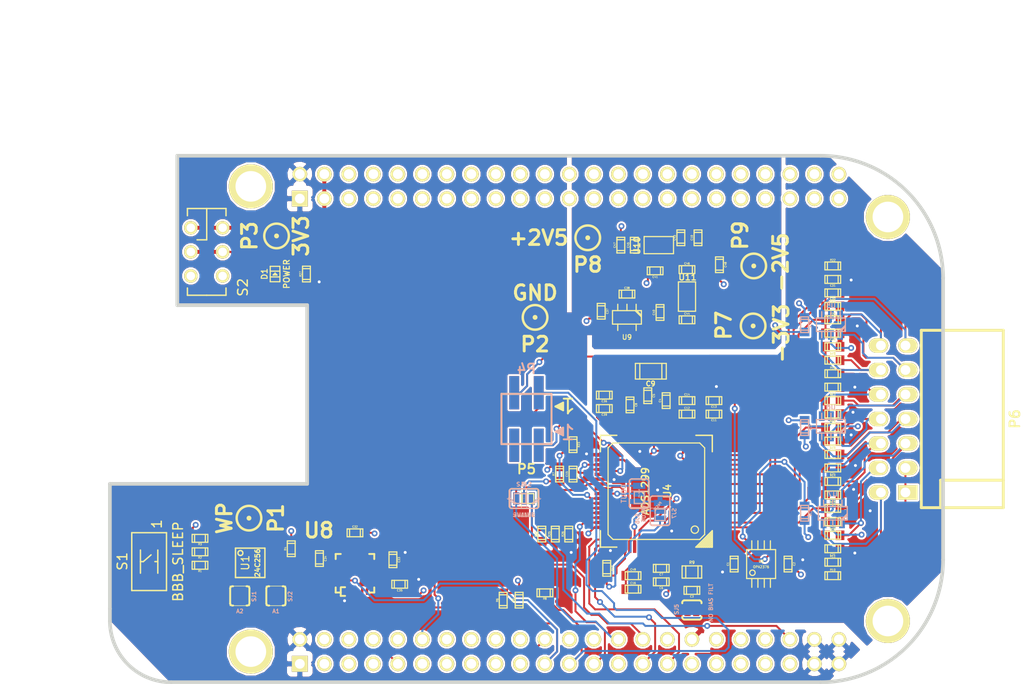
<source format=kicad_pcb>
(kicad_pcb (version 3) (host pcbnew "(2013-05-31 BZR 4019)-stable")
  (layers (15 Top signal) (2 Ground power) (1 Power power) (0 Bottom signal) (18 B.Paste user hide) (19 F.Paste user hide) (20 B.SilkS user) (21 F.SilkS user) (22 B.Mask user) (23 F.Mask user) (28 Edge.Cuts user))
  (net 0 "")
  (net 1 +2.5V)
  (net 2 +3.3V)
  (net 3 -2.5V)
  (net 4 -3.3V)
  (net 5 /A0)
  (net 6 /A1)
  (net 7 /A2)
  (net 8 "/Brainboard AFE//CS")
  (net 9 "/Brainboard AFE/BIASINV")
  (net 10 "/Brainboard AFE/CLKSEL")
  (net 11 "/Brainboard AFE/DAISY")
  (net 12 "/Brainboard AFE/DAISY_IN")
  (net 13 "/Brainboard AFE/DOUT")
  (net 14 "/Brainboard AFE/SRB1")
  (net 15 "/Brainboard AFE/VCAP1")
  (net 16 "/Brainboard AFE/VCAP2")
  (net 17 "/Brainboard AFE/VCAP3")
  (net 18 "/Brainboard AFE/VCAP4")
  (net 19 "/Brainboard AFE/VREFP")
  (net 20 "/Brainboard Analog In/BIAS_ELEC")
  (net 21 "/Brainboard Analog In/BIAS_SHD")
  (net 22 "/Brainboard Analog In/CH1ELEC_N")
  (net 23 "/Brainboard Analog In/CH1ELEC_P")
  (net 24 "/Brainboard Analog In/CH2ELEC_N")
  (net 25 "/Brainboard Analog In/CH2ELEC_P")
  (net 26 "/Brainboard Analog In/CH3ELEC_P")
  (net 27 "/Brainboard Analog In/CH4ELEC_P")
  (net 28 "/Brainboard Analog In/CH5ELEC_P")
  (net 29 "/Brainboard Analog In/CH6ELEC_P")
  (net 30 "/Brainboard Analog In/CH7ELEC_P")
  (net 31 "/Brainboard Analog In/CH8ELEC_P")
  (net 32 "/Brainboard Analog In/REF_ELEC")
  (net 33 "/Brainboard IMU/CPOUT")
  (net 34 "/Brainboard IMU/REGOUT")
  (net 35 /CS_DAISY)
  (net 36 /CS_MAIN)
  (net 37 /DRDY)
  (net 38 /PWDN)
  (net 39 /WP)
  (net 40 AGND)
  (net 41 AIN1N)
  (net 42 AIN1P)
  (net 43 AIN2N)
  (net 44 AIN2P)
  (net 45 AIN3P)
  (net 46 AIN4P)
  (net 47 AIN5P)
  (net 48 AIN6P)
  (net 49 AIN7P)
  (net 50 AIN8P)
  (net 51 BIAS)
  (net 52 CLK)
  (net 53 DAISY_OUT)
  (net 54 I2C2_SCL)
  (net 55 I2C2_SDA)
  (net 56 IMU_INT)
  (net 57 MISO)
  (net 58 MOSI)
  (net 59 N-00000104)
  (net 60 N-00000105)
  (net 61 N-00000106)
  (net 62 N-00000107)
  (net 63 N-00000148)
  (net 64 N-00000149)
  (net 65 N-00000150)
  (net 66 N-00000153)
  (net 67 N-00000154)
  (net 68 N-0000020)
  (net 69 REF_IN)
  (net 70 SCLK)
  (net 71 SHIELD)
  (net 72 VCC)
  (module SOT23-5 (layer Top) (at 200.66 119.888)
    (fp_text reference U10 (at -2.2625 0.055 90) (layer F.SilkS) (effects (font (size 0.635 0.635) (thickness 0.127))))
    (fp_text value TPS73225 hide)
    (pad 1 smd rect (at -0.9525 1.27) (size 0.508 0.762) (layers Top F.Paste F.Mask) (net 2 +3.3V))
    (pad 3 smd rect (at 0.9525 1.27) (size 0.508 0.762) (layers Top F.Paste F.Mask) (net 2 +3.3V))
    (pad 5 smd rect (at -0.9525 -1.27) (size 0.508 0.762) (layers Top F.Paste F.Mask) (net 1 +2.5V))
    (pad 2 smd rect (at 0 1.27) (size 0.508 0.762) (layers Top F.Paste F.Mask) (net 40 AGND))
    (pad 4 smd rect (at 0.9525 -1.27) (size 0.508 0.762) (layers Top F.Paste F.Mask) (net 64 N-00000149))
  )
  (module SOT23-5 (layer Top) (at 203.581 125.222 270)
    (fp_text reference U11 (at -2.0085 -0.0595 360) (layer F.SilkS) (effects (font (size 0.635 0.635) (thickness 0.127))))
    (fp_text value TPS72325 hide)
    (pad 1 smd rect (at -0.9525 1.27 270) (size 0.508 0.762) (layers Top F.Paste F.Mask) (net 40 AGND))
    (pad 3 smd rect (at 0.9525 1.27 270) (size 0.508 0.762) (layers Top F.Paste F.Mask) (net 4 -3.3V))
    (pad 5 smd rect (at -0.9525 -1.27 270) (size 0.508 0.762) (layers Top F.Paste F.Mask) (net 3 -2.5V))
    (pad 2 smd rect (at 0 1.27 270) (size 0.508 0.762) (layers Top F.Paste F.Mask) (net 4 -3.3V))
    (pad 4 smd rect (at 0.9525 -1.27 270) (size 0.508 0.762) (layers Top F.Paste F.Mask) (net 63 N-00000148))
  )
  (module SparkFun-Passives-SJ_3_PASTE2&3 (layer Bottom) (at 198.628 145.669 270)
    (fp_text reference SJ6 (at 2.6035 0.1905 270) (layer B.SilkS) (effects (font (size 0.4064 0.4064) (thickness 0.0889)) (justify mirror)))
    (fp_text value DAISY_CS (at -0.0381 0.00762 270) (layer B.SilkS) (effects (font (size 0.127 0.127) (thickness 0.03175)) (justify mirror)))
    (fp_text user DOUT (at 0 1.5875 270) (layer B.SilkS) (effects (font (size 0.508 0.508) (thickness 0.0889)) (justify mirror)))
    (pad 1 smd rect (at -0.8128 0 270) (size 0.635 1.27) (layers Bottom B.Paste B.Mask) (net 12 "/Brainboard AFE/DAISY_IN"))
    (pad 2 smd rect (at 0 0 270) (size 0.635 1.27) (layers Bottom B.Paste B.Mask) (net 11 "/Brainboard AFE/DAISY"))
    (pad 3 smd rect (at 0.8128 0 270) (size 0.635 1.27) (layers Bottom B.Paste B.Mask) (net 40 AGND))
  )
  (module KMR231GLFS (layer Top) (at 147.828 152.7175 90)
    (fp_text reference S1 (at 0.025 -2.775 90) (layer F.SilkS))
    (fp_text value BBB_SLEEP (at 0 3 90) (layer F.SilkS))
    (fp_text user 1 (at 3.9 0.8 90) (layer F.SilkS))
    (pad 4 smd rect (at -2.05 -0.8 90) (size 0.9 1) (layers Top F.Paste F.Mask) (net 68 N-0000020))
    (pad 3 smd rect (at -2.05 0.8 90) (size 0.9 1) (layers Top F.Paste F.Mask) (net 40 AGND))
    (pad 2 smd rect (at 2.05 -0.8 90) (size 0.9 1) (layers Top F.Paste F.Mask) (net 68 N-0000020))
    (pad 1 smd rect (at 2.05 0.8 90) (size 0.9 1) (layers Top F.Paste F.Mask) (net 40 AGND))
  )
  (module lqfp64 (layer Top) (at 200.406 145.415 90)
    (fp_text reference U4 (at 0 1.143 90) (layer F.SilkS) (effects (font (size 0.7493 0.7493) (thickness 0.14986))))
    (fp_text value ADS1299 (at 0 -1.143 90) (layer F.SilkS) (effects (font (size 0.7493 0.7493) (thickness 0.14986))))
    (pad 4 smd rect (at -2.25044 5.75056 90) (size 0.35052 1.30048) (layers Top F.Paste F.Mask) (net 49 AIN7P))
    (pad 5 smd rect (at -1.75006 5.75056 90) (size 0.35052 1.30048) (layers Top F.Paste F.Mask) (net 14 "/Brainboard AFE/SRB1"))
    (pad 6 smd rect (at -1.24968 5.75056 90) (size 0.35052 1.30048) (layers Top F.Paste F.Mask) (net 48 AIN6P))
    (pad 7 smd rect (at -0.7493 5.75056 90) (size 0.35052 1.30048) (layers Top F.Paste F.Mask) (net 14 "/Brainboard AFE/SRB1"))
    (pad 8 smd rect (at -0.24892 5.75056 90) (size 0.35052 1.30048) (layers Top F.Paste F.Mask) (net 47 AIN5P))
    (pad 1 smd rect (at -3.74904 5.75056 90) (size 0.35052 1.30048) (layers Top F.Paste F.Mask) (net 14 "/Brainboard AFE/SRB1"))
    (pad 2 smd rect (at -3.2512 5.75056 90) (size 0.35052 1.30048) (layers Top F.Paste F.Mask) (net 50 AIN8P))
    (pad 3 smd rect (at -2.75082 5.75056 90) (size 0.35052 1.30048) (layers Top F.Paste F.Mask) (net 14 "/Brainboard AFE/SRB1"))
    (pad 17 smd rect (at 5.75056 3.74904 90) (size 1.30048 0.35052) (layers Top F.Paste F.Mask) (net 14 "/Brainboard AFE/SRB1"))
    (pad 18 smd rect (at 5.75056 3.2512 90) (size 1.30048 0.35052) (layers Top F.Paste F.Mask))
    (pad 19 smd rect (at 5.75056 2.75082 90) (size 1.30048 0.35052) (layers Top F.Paste F.Mask) (net 1 +2.5V))
    (pad 20 smd rect (at 5.75056 2.25044 90) (size 1.30048 0.35052) (layers Top F.Paste F.Mask) (net 3 -2.5V))
    (pad 21 smd rect (at 5.75056 1.75006 90) (size 1.30048 0.35052) (layers Top F.Paste F.Mask) (net 1 +2.5V))
    (pad 22 smd rect (at 5.75056 1.24968 90) (size 1.30048 0.35052) (layers Top F.Paste F.Mask) (net 1 +2.5V))
    (pad 23 smd rect (at 5.75056 0.7493 90) (size 1.30048 0.35052) (layers Top F.Paste F.Mask) (net 3 -2.5V))
    (pad 24 smd rect (at 5.75056 0.24892 90) (size 1.30048 0.35052) (layers Top F.Paste F.Mask) (net 19 "/Brainboard AFE/VREFP"))
    (pad 33 smd rect (at 3.74904 -5.75056 90) (size 0.35052 1.30048) (layers Top F.Paste F.Mask) (net 40 AGND))
    (pad 34 smd rect (at 3.2512 -5.75056 90) (size 0.35052 1.30048) (layers Top F.Paste F.Mask) (net 58 MOSI))
    (pad 35 smd rect (at 2.75082 -5.75056 90) (size 0.35052 1.30048) (layers Top F.Paste F.Mask) (net 38 /PWDN))
    (pad 36 smd rect (at 2.25044 -5.75056 90) (size 0.35052 1.30048) (layers Top F.Paste F.Mask) (net 2 +3.3V))
    (pad 37 smd rect (at 1.75006 -5.75056 90) (size 0.35052 1.30048) (layers Top F.Paste F.Mask) (net 52 CLK))
    (pad 38 smd rect (at 1.24968 -5.75056 90) (size 0.35052 1.30048) (layers Top F.Paste F.Mask) (net 40 AGND))
    (pad 39 smd rect (at 0.7493 -5.75056 90) (size 0.35052 1.30048) (layers Top F.Paste F.Mask) (net 8 "/Brainboard AFE//CS"))
    (pad 40 smd rect (at 0.24892 -5.75056 90) (size 0.35052 1.30048) (layers Top F.Paste F.Mask) (net 70 SCLK))
    (pad 49 smd rect (at -5.75056 -3.74904 90) (size 1.30048 0.35052) (layers Top F.Paste F.Mask) (net 40 AGND))
    (pad 50 smd rect (at -5.75056 -3.2512 90) (size 1.30048 0.35052) (layers Top F.Paste F.Mask) (net 2 +3.3V))
    (pad 51 smd rect (at -5.75056 -2.75082 90) (size 1.30048 0.35052) (layers Top F.Paste F.Mask) (net 40 AGND))
    (pad 52 smd rect (at -5.75056 -2.25044 90) (size 1.30048 0.35052) (layers Top F.Paste F.Mask) (net 10 "/Brainboard AFE/CLKSEL"))
    (pad 53 smd rect (at -5.75056 -1.75006 90) (size 1.30048 0.35052) (layers Top F.Paste F.Mask) (net 3 -2.5V))
    (pad 54 smd rect (at -5.75056 -1.24968 90) (size 1.30048 0.35052) (layers Top F.Paste F.Mask) (net 1 +2.5V))
    (pad 55 smd rect (at -5.75056 -0.7493 90) (size 1.30048 0.35052) (layers Top F.Paste F.Mask) (net 17 "/Brainboard AFE/VCAP3"))
    (pad 56 smd rect (at -5.75056 -0.24892 90) (size 1.30048 0.35052) (layers Top F.Paste F.Mask) (net 1 +2.5V))
    (pad 9 smd rect (at 0.24892 5.75056 90) (size 0.35052 1.30048) (layers Top F.Paste F.Mask) (net 14 "/Brainboard AFE/SRB1"))
    (pad 10 smd rect (at 0.7493 5.75056 90) (size 0.35052 1.30048) (layers Top F.Paste F.Mask) (net 46 AIN4P))
    (pad 11 smd rect (at 1.24968 5.75056 90) (size 0.35052 1.30048) (layers Top F.Paste F.Mask) (net 14 "/Brainboard AFE/SRB1"))
    (pad 25 smd rect (at 5.75056 -0.24892 90) (size 1.30048 0.35052) (layers Top F.Paste F.Mask) (net 3 -2.5V))
    (pad 26 smd rect (at 5.75056 -0.7493 90) (size 1.30048 0.35052) (layers Top F.Paste F.Mask) (net 18 "/Brainboard AFE/VCAP4"))
    (pad 27 smd rect (at 5.75056 -1.24968 90) (size 1.30048 0.35052) (layers Top F.Paste F.Mask))
    (pad 41 smd rect (at -0.24892 -5.75056 90) (size 0.35052 1.30048) (layers Top F.Paste F.Mask) (net 11 "/Brainboard AFE/DAISY"))
    (pad 42 smd rect (at -0.7493 -5.75056 90) (size 0.35052 1.30048) (layers Top F.Paste F.Mask) (net 59 N-00000104))
    (pad 43 smd rect (at -1.24968 -5.75056 90) (size 0.35052 1.30048) (layers Top F.Paste F.Mask) (net 13 "/Brainboard AFE/DOUT"))
    (pad 57 smd rect (at -5.75056 0.24892 90) (size 1.30048 0.35052) (layers Top F.Paste F.Mask) (net 3 -2.5V))
    (pad 58 smd rect (at -5.75056 0.7493 90) (size 1.30048 0.35052) (layers Top F.Paste F.Mask) (net 3 -2.5V))
    (pad 59 smd rect (at -5.75056 1.24968 90) (size 1.30048 0.35052) (layers Top F.Paste F.Mask) (net 1 +2.5V))
    (pad 12 smd rect (at 1.75006 5.75056 90) (size 0.35052 1.30048) (layers Top F.Paste F.Mask) (net 45 AIN3P))
    (pad 13 smd rect (at 2.25044 5.75056 90) (size 0.35052 1.30048) (layers Top F.Paste F.Mask) (net 43 AIN2N))
    (pad 14 smd rect (at 2.75082 5.75056 90) (size 0.35052 1.30048) (layers Top F.Paste F.Mask) (net 44 AIN2P))
    (pad 15 smd rect (at 3.2512 5.75056 90) (size 0.35052 1.30048) (layers Top F.Paste F.Mask) (net 41 AIN1N))
    (pad 16 smd rect (at 3.74904 5.75056 90) (size 0.35052 1.30048) (layers Top F.Paste F.Mask) (net 42 AIN1P))
    (pad 28 smd rect (at 5.75056 -1.75006 90) (size 1.30048 0.35052) (layers Top F.Paste F.Mask) (net 15 "/Brainboard AFE/VCAP1"))
    (pad 29 smd rect (at 5.75056 -2.25044 90) (size 1.30048 0.35052) (layers Top F.Paste F.Mask))
    (pad 30 smd rect (at 5.75056 -2.75082 90) (size 1.30048 0.35052) (layers Top F.Paste F.Mask) (net 16 "/Brainboard AFE/VCAP2"))
    (pad 31 smd rect (at 5.75056 -3.2512 90) (size 1.30048 0.35052) (layers Top F.Paste F.Mask) (net 40 AGND))
    (pad 32 smd rect (at 5.75056 -3.74904 90) (size 1.30048 0.35052) (layers Top F.Paste F.Mask) (net 3 -2.5V))
    (pad 44 smd rect (at -1.75006 -5.75056 90) (size 0.35052 1.30048) (layers Top F.Paste F.Mask) (net 60 N-00000105))
    (pad 45 smd rect (at -2.25044 -5.75056 90) (size 0.35052 1.30048) (layers Top F.Paste F.Mask) (net 61 N-00000106))
    (pad 46 smd rect (at -2.75082 -5.75056 90) (size 0.35052 1.30048) (layers Top F.Paste F.Mask) (net 62 N-00000107))
    (pad 47 smd rect (at -3.2512 -5.75056 90) (size 0.35052 1.30048) (layers Top F.Paste F.Mask) (net 37 /DRDY))
    (pad 48 smd rect (at -3.74904 -5.75056 90) (size 0.35052 1.30048) (layers Top F.Paste F.Mask) (net 2 +3.3V))
    (pad 60 smd rect (at -5.75056 1.75006 90) (size 1.30048 0.35052) (layers Top F.Paste F.Mask) (net 40 AGND))
    (pad 61 smd rect (at -5.75056 2.25044 90) (size 1.30048 0.35052) (layers Top F.Paste F.Mask) (net 9 "/Brainboard AFE/BIASINV"))
    (pad 62 smd rect (at -5.75056 2.75082 90) (size 1.30048 0.35052) (layers Top F.Paste F.Mask) (net 51 BIAS))
    (pad 63 smd rect (at -5.75056 3.2512 90) (size 1.30048 0.35052) (layers Top F.Paste F.Mask) (net 51 BIAS))
    (pad 64 smd rect (at -5.75056 3.74904 90) (size 1.30048 0.35052) (layers Top F.Paste F.Mask))
  )
  (module r_0805 (layer Top) (at 204.089 153.797)
    (fp_text reference R9 (at 0 -0.9906) (layer F.SilkS) (effects (font (size 0.29972 0.29972) (thickness 0.06096))))
    (fp_text value 499K,0.1% hide)
    (pad 1 smd rect (at 0.9525 0) (size 1.30048 1.4986) (layers Top F.Paste F.Mask) (net 51 BIAS))
    (pad 2 smd rect (at -0.9525 0) (size 1.30048 1.4986) (layers Top F.Paste F.Mask) (net 9 "/Brainboard AFE/BIASINV"))
  )
  (module testpoint_2mm (layer Top) (at 158.1785 148.209 270)
    (fp_text reference P1 (at 0 -2.794 270) (layer F.SilkS) (effects (font (size 1.524 1.524) (thickness 0.3048))))
    (fp_text value WP (at 0 2.54 270) (layer F.SilkS) (effects (font (size 1.524 1.524) (thickness 0.3048))))
    (pad 1 smd circle (at 0 0 270) (size 1.99898 1.99898) (layers Top F.Paste F.Mask) (net 39 /WP))
  )
  (module pin_socket_7x2-90 (layer Top) (at 229.87 137.922 90)
    (fp_text reference P6 (at 0 7.7 90) (layer F.SilkS) (effects (font (size 1.016 1.016) (thickness 0.2032))))
    (fp_text value CONN_14 hide)
    (pad 14 thru_hole oval (at 7.62 -6.185 90) (size 1.5 2) (drill 1.02 (offset 0 -0.25)) (layers *.Cu *.Mask F.SilkS) (net 22 "/Brainboard Analog In/CH1ELEC_N"))
    (pad 13 thru_hole oval (at 7.62 -3.645 90) (size 1.5 2) (drill 1.02 (offset 0 0.25)) (layers *.Cu *.Mask F.SilkS) (net 23 "/Brainboard Analog In/CH1ELEC_P"))
    (pad 11 thru_hole oval (at 5.08 -3.645 90) (size 1.5 2) (drill 1.02 (offset 0 0.25)) (layers *.Cu *.Mask F.SilkS) (net 25 "/Brainboard Analog In/CH2ELEC_P"))
    (pad 12 thru_hole oval (at 5.08 -6.185 90) (size 1.5 2) (drill 1.02 (offset 0 -0.25)) (layers *.Cu *.Mask F.SilkS) (net 24 "/Brainboard Analog In/CH2ELEC_N"))
    (pad 10 thru_hole oval (at 2.54 -6.185 90) (size 1.5 2) (drill 1.02 (offset 0 -0.25)) (layers *.Cu *.Mask F.SilkS) (net 26 "/Brainboard Analog In/CH3ELEC_P"))
    (pad 9 thru_hole oval (at 2.54 -3.645 90) (size 1.5 2) (drill 1.02 (offset 0 0.25)) (layers *.Cu *.Mask F.SilkS) (net 27 "/Brainboard Analog In/CH4ELEC_P"))
    (pad 7 thru_hole oval (at 0 -3.645 90) (size 1.5 2) (drill 1.02 (offset 0 0.25)) (layers *.Cu *.Mask F.SilkS) (net 29 "/Brainboard Analog In/CH6ELEC_P"))
    (pad 8 thru_hole oval (at 0 -6.185 90) (size 1.5 2) (drill 1.02 (offset 0 -0.25)) (layers *.Cu *.Mask F.SilkS) (net 28 "/Brainboard Analog In/CH5ELEC_P"))
    (pad 6 thru_hole oval (at -2.54 -6.185 90) (size 1.5 2) (drill 1.02 (offset 0 -0.25)) (layers *.Cu *.Mask F.SilkS) (net 30 "/Brainboard Analog In/CH7ELEC_P"))
    (pad 5 thru_hole oval (at -2.54 -3.645 90) (size 1.5 2) (drill 1.02 (offset 0 0.25)) (layers *.Cu *.Mask F.SilkS) (net 31 "/Brainboard Analog In/CH8ELEC_P"))
    (pad 1 thru_hole rect (at -7.62 -3.645 90) (size 1.5 2) (drill 1.02 (offset 0 0.25)) (layers *.Cu *.Mask F.SilkS) (net 21 "/Brainboard Analog In/BIAS_SHD"))
    (pad 2 thru_hole oval (at -7.62 -6.185 90) (size 1.5 2) (drill 1.02 (offset 0 -0.25)) (layers *.Cu *.Mask F.SilkS) (net 20 "/Brainboard Analog In/BIAS_ELEC"))
    (pad 3 thru_hole oval (at -5.08 -3.645 90) (size 1.5 2) (drill 1.02 (offset 0 0.25)) (layers *.Cu *.Mask F.SilkS) (net 21 "/Brainboard Analog In/BIAS_SHD"))
    (pad 4 thru_hole oval (at -5.08 -6.185 90) (size 1.5 2) (drill 1.02 (offset 0 -0.25)) (layers *.Cu *.Mask F.SilkS) (net 32 "/Brainboard Analog In/REF_ELEC"))
  )
  (module testpoint_2mm (layer Top) (at 210.439 128.27 270)
    (fp_text reference P7 (at -0.0635 3.048 270) (layer F.SilkS) (effects (font (size 1.524 1.524) (thickness 0.3048))))
    (fp_text value -3V3 (at 0.762 -2.921 270) (layer F.SilkS) (effects (font (size 1.524 1.524) (thickness 0.3048))))
    (pad 1 smd circle (at 0 0 270) (size 1.99898 1.99898) (layers Top F.Paste F.Mask) (net 4 -3.3V))
  )
  (module bb02-hp04 (layer Top) (at 186.944 137.922 180)
    (fp_text reference P5 (at 0 -5.2 180) (layer F.SilkS) (effects (font (size 0.99822 0.99822) (thickness 0.19812))))
    (fp_text value DAISY_OUT_CONN hide)
    (pad 1 smd rect (at -1.27 2.725 180) (size 1.02 3.45) (layers Top F.Paste F.Mask) (net 53 DAISY_OUT))
    (pad 2 smd rect (at -1.27 -2.725 180) (size 1.02 3.45) (layers Top F.Paste F.Mask) (net 52 CLK))
    (pad 3 smd rect (at 1.27 2.725 180) (size 1.02 3.45) (layers Top F.Paste F.Mask) (net 69 REF_IN))
    (pad 4 smd rect (at 1.27 -2.725 180) (size 1.02 3.45) (layers Top F.Paste F.Mask))
  )
  (module testpoint_2mm (layer Top) (at 193.294 119.126 180)
    (fp_text reference P8 (at 0 -2.794 180) (layer F.SilkS) (effects (font (size 1.524 1.524) (thickness 0.3048))))
    (fp_text value +2V5 (at 5.08 0 180) (layer F.SilkS) (effects (font (size 1.524 1.524) (thickness 0.3048))))
    (pad 1 smd circle (at 0 0 180) (size 1.99898 1.99898) (layers Top F.Paste F.Mask) (net 1 +2.5V))
  )
  (module bb02-hp04 (layer Bottom) (at 186.944 137.922 180)
    (fp_text reference P4 (at 0 5.2 180) (layer B.SilkS) (effects (font (size 0.99822 0.99822) (thickness 0.19812)) (justify mirror)))
    (fp_text value DAISY_IN_CONN hide)
    (pad 1 smd rect (at -1.27 -2.725 180) (size 1.02 3.45) (layers Bottom B.Paste B.Mask) (net 52 CLK))
    (pad 2 smd rect (at -1.27 2.725 180) (size 1.02 3.45) (layers Bottom B.Paste B.Mask) (net 12 "/Brainboard AFE/DAISY_IN"))
    (pad 3 smd rect (at 1.27 -2.725 180) (size 1.02 3.45) (layers Bottom B.Paste B.Mask))
    (pad 4 smd rect (at 1.27 2.725 180) (size 1.02 3.45) (layers Bottom B.Paste B.Mask) (net 69 REF_IN))
  )
  (module sot23-6 (layer Bottom) (at 218.5035 138.684 180)
    (fp_text reference U6 (at 0 1.9812 180) (layer B.SilkS) (effects (font (size 0.50038 0.50038) (thickness 0.09906)) (justify mirror)))
    (fp_text value TPD4E001DBV hide)
    (pad 1 smd rect (at -0.9525 -1.05664 180) (size 0.59944 1.00076) (layers Bottom B.Paste B.Mask) (net 28 "/Brainboard Analog In/CH5ELEC_P"))
    (pad 3 smd rect (at 0.9525 -1.05664 180) (size 0.59944 1.00076) (layers Bottom B.Paste B.Mask) (net 29 "/Brainboard Analog In/CH6ELEC_P"))
    (pad 2 smd rect (at 0 -1.05664 180) (size 0.59944 1.00076) (layers Bottom B.Paste B.Mask) (net 3 -2.5V))
    (pad 4 smd rect (at 0.9525 1.05664 180) (size 0.59944 1.00076) (layers Bottom B.Paste B.Mask) (net 26 "/Brainboard Analog In/CH3ELEC_P"))
    (pad 6 smd rect (at -0.9525 1.05664 180) (size 0.59944 1.00076) (layers Bottom B.Paste B.Mask) (net 27 "/Brainboard Analog In/CH4ELEC_P"))
    (pad 5 smd rect (at 0 1.05664 180) (size 0.59944 1.00076) (layers Bottom B.Paste B.Mask) (net 1 +2.5V))
  )
  (module sot23-6 (layer Bottom) (at 218.694 147.701 180)
    (fp_text reference U7 (at 0 1.9812 180) (layer B.SilkS) (effects (font (size 0.50038 0.50038) (thickness 0.09906)) (justify mirror)))
    (fp_text value TPD4E001DBV hide)
    (pad 1 smd rect (at -0.9525 -1.05664 180) (size 0.59944 1.00076) (layers Bottom B.Paste B.Mask) (net 32 "/Brainboard Analog In/REF_ELEC"))
    (pad 3 smd rect (at 0.9525 -1.05664 180) (size 0.59944 1.00076) (layers Bottom B.Paste B.Mask) (net 20 "/Brainboard Analog In/BIAS_ELEC"))
    (pad 2 smd rect (at 0 -1.05664 180) (size 0.59944 1.00076) (layers Bottom B.Paste B.Mask) (net 3 -2.5V))
    (pad 4 smd rect (at 0.9525 1.05664 180) (size 0.59944 1.00076) (layers Bottom B.Paste B.Mask) (net 30 "/Brainboard Analog In/CH7ELEC_P"))
    (pad 6 smd rect (at -0.9525 1.05664 180) (size 0.59944 1.00076) (layers Bottom B.Paste B.Mask) (net 31 "/Brainboard Analog In/CH8ELEC_P"))
    (pad 5 smd rect (at 0 1.05664 180) (size 0.59944 1.00076) (layers Bottom B.Paste B.Mask) (net 1 +2.5V))
  )
  (module sot23-6 (layer Bottom) (at 218.5035 128.143 180)
    (fp_text reference U5 (at 0 1.9812 180) (layer B.SilkS) (effects (font (size 0.50038 0.50038) (thickness 0.09906)) (justify mirror)))
    (fp_text value TPD4E001DBV hide)
    (pad 1 smd rect (at -0.9525 -1.05664 180) (size 0.59944 1.00076) (layers Bottom B.Paste B.Mask) (net 25 "/Brainboard Analog In/CH2ELEC_P"))
    (pad 3 smd rect (at 0.9525 -1.05664 180) (size 0.59944 1.00076) (layers Bottom B.Paste B.Mask) (net 24 "/Brainboard Analog In/CH2ELEC_N"))
    (pad 2 smd rect (at 0 -1.05664 180) (size 0.59944 1.00076) (layers Bottom B.Paste B.Mask) (net 3 -2.5V))
    (pad 4 smd rect (at 0.9525 1.05664 180) (size 0.59944 1.00076) (layers Bottom B.Paste B.Mask) (net 23 "/Brainboard Analog In/CH1ELEC_P"))
    (pad 6 smd rect (at -0.9525 1.05664 180) (size 0.59944 1.00076) (layers Bottom B.Paste B.Mask) (net 22 "/Brainboard Analog In/CH1ELEC_N"))
    (pad 5 smd rect (at 0 1.05664 180) (size 0.59944 1.00076) (layers Bottom B.Paste B.Mask) (net 1 +2.5V))
  )
  (module QFN24-4x4 (layer Top) (at 169.164 153.924)
    (fp_text reference U8 (at -3.7465 -4.445) (layer F.SilkS) (effects (font (size 1.524 1.524) (thickness 0.3048))))
    (fp_text value MPU6050 hide)
    (pad 1 smd rect (at -1.24968 1.89992 180) (size 0.24892 0.6985) (layers Top F.Paste F.Mask) (net 40 AGND))
    (pad 2 smd rect (at -0.7493 1.89992 180) (size 0.24892 0.6985) (layers Top F.Paste F.Mask))
    (pad 3 smd rect (at -0.24892 1.89992 180) (size 0.24892 0.6985) (layers Top F.Paste F.Mask))
    (pad 4 smd rect (at 0.24892 1.89992 180) (size 0.24892 0.6985) (layers Top F.Paste F.Mask))
    (pad 5 smd rect (at 0.7493 1.89992 180) (size 0.24892 0.6985) (layers Top F.Paste F.Mask))
    (pad 6 smd rect (at 1.24968 1.89992 180) (size 0.24892 0.6985) (layers Top F.Paste F.Mask))
    (pad 7 smd rect (at 1.89992 1.24968 270) (size 0.24892 0.6985) (layers Top F.Paste F.Mask))
    (pad 8 smd rect (at 1.89992 0.7493 270) (size 0.24892 0.6985) (layers Top F.Paste F.Mask) (net 2 +3.3V))
    (pad 9 smd rect (at 1.89992 0.24892 270) (size 0.24892 0.6985) (layers Top F.Paste F.Mask) (net 40 AGND))
    (pad 10 smd rect (at 1.89992 -0.24892 270) (size 0.24892 0.6985) (layers Top F.Paste F.Mask) (net 34 "/Brainboard IMU/REGOUT"))
    (pad 11 smd rect (at 1.89992 -0.7493 270) (size 0.24892 0.6985) (layers Top F.Paste F.Mask) (net 40 AGND))
    (pad 12 smd rect (at 1.89992 -1.24968 270) (size 0.24892 0.6985) (layers Top F.Paste F.Mask) (net 56 IMU_INT))
    (pad 13 smd rect (at 1.24968 -1.89992) (size 0.24892 0.6985) (layers Top F.Paste F.Mask) (net 2 +3.3V))
    (pad 14 smd rect (at 0.7493 -1.89992) (size 0.24892 0.6985) (layers Top F.Paste F.Mask))
    (pad 15 smd rect (at 0.24892 -1.89992) (size 0.24892 0.6985) (layers Top F.Paste F.Mask))
    (pad 16 smd rect (at -0.24892 -1.89992) (size 0.24892 0.6985) (layers Top F.Paste F.Mask))
    (pad 17 smd rect (at -0.7493 -1.89992) (size 0.24892 0.6985) (layers Top F.Paste F.Mask))
    (pad 18 smd rect (at -1.24968 -1.89992) (size 0.24892 0.6985) (layers Top F.Paste F.Mask) (net 40 AGND))
    (pad 19 smd rect (at -1.89992 -1.24968 90) (size 0.24892 0.6985) (layers Top F.Paste F.Mask))
    (pad 20 smd rect (at -1.89992 -0.7493 90) (size 0.24892 0.6985) (layers Top F.Paste F.Mask) (net 33 "/Brainboard IMU/CPOUT"))
    (pad 21 smd rect (at -1.89992 -0.24892 90) (size 0.24892 0.6985) (layers Top F.Paste F.Mask))
    (pad 22 smd rect (at -1.89992 0.24892 90) (size 0.24892 0.6985) (layers Top F.Paste F.Mask))
    (pad 23 smd rect (at -1.89992 0.7493 90) (size 0.24892 0.6985) (layers Top F.Paste F.Mask) (net 54 I2C2_SCL))
    (pad 24 smd rect (at -1.89992 1.24968 90) (size 0.24892 0.6985) (layers Top F.Paste F.Mask) (net 55 I2C2_SDA))
  )
  (module sot23-5 (layer Top) (at 197.358 127.381 180)
    (fp_text reference U9 (at 0 -2.0574 180) (layer F.SilkS) (effects (font (size 0.50038 0.50038) (thickness 0.09906))))
    (fp_text value TPS60403 hide)
    (pad 1 smd rect (at -0.9525 1.05664 180) (size 0.59944 1.00076) (layers Top F.Paste F.Mask) (net 4 -3.3V))
    (pad 3 smd rect (at 0.9525 1.05664 180) (size 0.59944 1.00076) (layers Top F.Paste F.Mask) (net 67 N-00000154))
    (pad 2 smd rect (at 0 1.05664 180) (size 0.59944 1.00076) (layers Top F.Paste F.Mask) (net 2 +3.3V))
    (pad 4 smd rect (at 0.9525 -1.05664 180) (size 0.59944 1.00076) (layers Top F.Paste F.Mask) (net 40 AGND))
    (pad 5 smd rect (at -0.9525 -1.05664 180) (size 0.59944 1.00076) (layers Top F.Paste F.Mask) (net 66 N-00000153))
  )
  (module c_0603 (layer Top) (at 198.12 119.888 90)
    (fp_text reference C45 (at 0 -0.635 90) (layer F.SilkS) (effects (font (size 0.20066 0.20066) (thickness 0.04064))))
    (fp_text value 10uF hide)
    (pad 1 smd rect (at 0.75184 0 90) (size 0.89916 1.00076) (layers Top F.Paste F.Mask) (net 1 +2.5V))
    (pad 2 smd rect (at -0.75184 0 90) (size 0.89916 1.00076) (layers Top F.Paste F.Mask) (net 40 AGND))
  )
  (module c_0603 (layer Top) (at 203.581 122.428)
    (fp_text reference C46 (at 0 -0.635) (layer F.SilkS) (effects (font (size 0.20066 0.20066) (thickness 0.04064))))
    (fp_text value 10uF hide)
    (pad 1 smd rect (at 0.75184 0) (size 0.89916 1.00076) (layers Top F.Paste F.Mask) (net 3 -2.5V))
    (pad 2 smd rect (at -0.75184 0) (size 0.89916 1.00076) (layers Top F.Paste F.Mask) (net 40 AGND))
  )
  (module testpoint_2mm (layer Top) (at 210.5025 122.047 90)
    (fp_text reference P9 (at 3.175 -1.397 90) (layer F.SilkS) (effects (font (size 1.524 1.524) (thickness 0.3048))))
    (fp_text value -2V5 (at 0.381 2.794 90) (layer F.SilkS) (effects (font (size 1.524 1.524) (thickness 0.3048))))
    (pad 1 smd circle (at 0 0 90) (size 1.99898 1.99898) (layers Top F.Paste F.Mask) (net 3 -2.5V))
  )
  (module c_1206 (layer Top) (at 199.8345 132.969 180)
    (fp_text reference C9 (at 0.0254 -1.2954 180) (layer F.SilkS) (effects (font (size 0.50038 0.50038) (thickness 0.11938))))
    (fp_text value 100uF hide)
    (pad 1 smd rect (at 1.397 0 180) (size 1.6002 1.8034) (layers Top F.Paste F.Mask) (net 15 "/Brainboard AFE/VCAP1"))
    (pad 2 smd rect (at -1.397 0 180) (size 1.6002 1.8034) (layers Top F.Paste F.Mask) (net 3 -2.5V))
  )
  (module c_0603 (layer Top) (at 201.422 136.017 90)
    (fp_text reference C4 (at 0 -0.635 90) (layer F.SilkS) (effects (font (size 0.20066 0.20066) (thickness 0.04064))))
    (fp_text value 10uF hide)
    (pad 1 smd rect (at 0.75184 0 90) (size 0.89916 1.00076) (layers Top F.Paste F.Mask) (net 3 -2.5V))
    (pad 2 smd rect (at -0.75184 0 90) (size 0.89916 1.00076) (layers Top F.Paste F.Mask) (net 19 "/Brainboard AFE/VREFP"))
  )
  (module testpoint_2mm (layer Top) (at 187.833 127.381 180)
    (fp_text reference P2 (at 0 -2.794 180) (layer F.SilkS) (effects (font (size 1.524 1.524) (thickness 0.3048))))
    (fp_text value GND (at 0 2.54 180) (layer F.SilkS) (effects (font (size 1.524 1.524) (thickness 0.3048))))
    (pad 1 smd circle (at 0 0 180) (size 1.99898 1.99898) (layers Top F.Paste F.Mask) (net 40 AGND))
  )
  (module testpoint_2mm (layer Top) (at 161.036 118.9355 90)
    (fp_text reference P3 (at 0 -2.794 90) (layer F.SilkS) (effects (font (size 1.524 1.524) (thickness 0.3048))))
    (fp_text value 3V3 (at 0 2.54 90) (layer F.SilkS) (effects (font (size 1.524 1.524) (thickness 0.3048))))
    (pad 1 smd circle (at 0 0 90) (size 1.99898 1.99898) (layers Top F.Paste F.Mask) (net 72 VCC))
  )
  (module BEAGLEBONE_BLACK (layer Top) (at 186.944 137.922 180)
    (fp_text reference U2 hide)
    (fp_text value BEAGLEBONE_BLACK hide)
    (fp_line (start -30.48 27.305) (end 36.195 27.305) (layer Edge.Cuts) (width 0.381))
    (fp_line (start 36.195 11.811) (end 22.733 11.811) (layer Edge.Cuts) (width 0.381))
    (fp_line (start 36.195 27.305) (end 36.195 11.811) (layer Edge.Cuts) (width 0.381))
    (fp_line (start 43.18 -6.731) (end 43.18 -19.685) (layer Edge.Cuts) (width 0.381))
    (fp_line (start 43.18 -6.731) (end 22.733 -6.731) (layer Edge.Cuts) (width 0.381))
    (fp_line (start 22.733 -6.731) (end 22.733 11.811) (layer Edge.Cuts) (width 0.381))
    (fp_line (start 43.18 -20.955) (end 43.18 -19.685) (layer Edge.Cuts) (width 0.381))
    (fp_line (start -30.48 -27.305) (end 36.83 -27.305) (layer Edge.Cuts) (width 0.381))
    (fp_line (start -43.18 -14.605) (end -43.18 14.605) (layer Edge.Cuts) (width 0.381))
    (fp_arc (start -30.48 -14.605) (end -43.18 -14.605) (angle 90) (layer Edge.Cuts) (width 0.381))
    (fp_arc (start -30.48 14.605) (end -30.48 27.305) (angle 90) (layer Edge.Cuts) (width 0.381))
    (fp_arc (start 36.83 -20.955) (end 36.83 -27.305) (angle 90) (layer Edge.Cuts) (width 0.381))
    (pad "" np_thru_hole circle (at -37.465 -20.955 180) (size 4.572 4.572) (drill 3.175) (layers *.Cu *.Mask F.SilkS))
    (pad "" np_thru_hole circle (at 28.575 -24.13 180) (size 4.572 4.572) (drill 3.175) (layers *.Cu *.Mask F.SilkS))
    (pad "" np_thru_hole circle (at 28.575 24.13 180) (size 4.572 4.572) (drill 3.175) (layers *.Cu *.Mask F.SilkS))
    (pad "" np_thru_hole circle (at -37.465 20.955 180) (size 4.572 4.572) (drill 3.175) (layers *.Cu *.Mask F.SilkS))
    (pad B1 thru_hole rect (at 23.495 -25.4 180) (size 1.651 1.651) (drill 1.016) (layers *.Cu *.Mask F.SilkS) (net 40 AGND))
    (pad B2 thru_hole circle (at 23.495 -22.86 180) (size 1.524 1.524) (drill 1.016) (layers *.Cu *.Mask F.SilkS) (net 40 AGND))
    (pad B3 thru_hole circle (at 20.955 -25.4 180) (size 1.524 1.524) (drill 1.016) (layers *.Cu *.Mask F.SilkS))
    (pad B4 thru_hole circle (at 20.955 -22.86 180) (size 1.524 1.524) (drill 1.016) (layers *.Cu *.Mask F.SilkS))
    (pad B5 thru_hole circle (at 18.415 -25.4 180) (size 1.524 1.524) (drill 1.016) (layers *.Cu *.Mask F.SilkS))
    (pad B6 thru_hole circle (at 18.415 -22.86 180) (size 1.524 1.524) (drill 1.016) (layers *.Cu *.Mask F.SilkS))
    (pad B7 thru_hole circle (at 15.875 -25.4 180) (size 1.524 1.524) (drill 1.016) (layers *.Cu *.Mask F.SilkS))
    (pad B8 thru_hole circle (at 15.875 -22.86 180) (size 1.524 1.524) (drill 1.016) (layers *.Cu *.Mask F.SilkS))
    (pad B9 thru_hole circle (at 13.335 -25.4 180) (size 1.524 1.524) (drill 1.016) (layers *.Cu *.Mask F.SilkS) (net 68 N-0000020))
    (pad B10 thru_hole circle (at 13.335 -22.86 180) (size 1.524 1.524) (drill 1.016) (layers *.Cu *.Mask F.SilkS))
    (pad B11 thru_hole circle (at 10.795 -25.4 180) (size 1.524 1.524) (drill 1.016) (layers *.Cu *.Mask F.SilkS))
    (pad B12 thru_hole circle (at 10.795 -22.86 180) (size 1.524 1.524) (drill 1.016) (layers *.Cu *.Mask F.SilkS) (net 56 IMU_INT))
    (pad B13 thru_hole circle (at 8.255 -25.4 180) (size 1.524 1.524) (drill 1.016) (layers *.Cu *.Mask F.SilkS))
    (pad B14 thru_hole circle (at 8.255 -22.86 180) (size 1.524 1.524) (drill 1.016) (layers *.Cu *.Mask F.SilkS))
    (pad B15 thru_hole circle (at 5.715 -25.4 180) (size 1.524 1.524) (drill 1.016) (layers *.Cu *.Mask F.SilkS))
    (pad B16 thru_hole circle (at 5.715 -22.86 180) (size 1.524 1.524) (drill 1.016) (layers *.Cu *.Mask F.SilkS))
    (pad B17 thru_hole circle (at 3.175 -25.4 180) (size 1.524 1.524) (drill 1.016) (layers *.Cu *.Mask F.SilkS))
    (pad B18 thru_hole circle (at 3.175 -22.86 180) (size 1.524 1.524) (drill 1.016) (layers *.Cu *.Mask F.SilkS))
    (pad B19 thru_hole circle (at 0.635 -25.4 180) (size 1.524 1.524) (drill 1.016) (layers *.Cu *.Mask F.SilkS))
    (pad B20 thru_hole circle (at 0.635 -22.86 180) (size 1.524 1.524) (drill 1.016) (layers *.Cu *.Mask F.SilkS))
    (pad B21 thru_hole circle (at -1.905 -25.4 180) (size 1.524 1.524) (drill 1.016) (layers *.Cu *.Mask F.SilkS) (net 54 I2C2_SCL))
    (pad B22 thru_hole circle (at -1.905 -22.86 180) (size 1.524 1.524) (drill 1.016) (layers *.Cu *.Mask F.SilkS) (net 55 I2C2_SDA))
    (pad B23 thru_hole circle (at -4.445 -25.4 180) (size 1.524 1.524) (drill 1.016) (layers *.Cu *.Mask F.SilkS) (net 38 /PWDN))
    (pad B24 thru_hole circle (at -4.445 -22.86 180) (size 1.524 1.524) (drill 1.016) (layers *.Cu *.Mask F.SilkS))
    (pad B25 thru_hole circle (at -6.985 -25.4 180) (size 1.524 1.524) (drill 1.016) (layers *.Cu *.Mask F.SilkS) (net 37 /DRDY))
    (pad B26 thru_hole circle (at -6.985 -22.86 180) (size 1.524 1.524) (drill 1.016) (layers *.Cu *.Mask F.SilkS))
    (pad B27 thru_hole circle (at -9.525 -25.4 180) (size 1.524 1.524) (drill 1.016) (layers *.Cu *.Mask F.SilkS))
    (pad B28 thru_hole circle (at -9.525 -22.86 180) (size 1.524 1.524) (drill 1.016) (layers *.Cu *.Mask F.SilkS) (net 36 /CS_MAIN))
    (pad B29 thru_hole circle (at -12.065 -25.4 180) (size 1.524 1.524) (drill 1.016) (layers *.Cu *.Mask F.SilkS) (net 58 MOSI))
    (pad B30 thru_hole circle (at -12.065 -22.86 180) (size 1.524 1.524) (drill 1.016) (layers *.Cu *.Mask F.SilkS) (net 57 MISO))
    (pad B31 thru_hole circle (at -14.605 -25.4 180) (size 1.524 1.524) (drill 1.016) (layers *.Cu *.Mask F.SilkS) (net 70 SCLK))
    (pad B32 thru_hole circle (at -14.605 -22.86 180) (size 1.524 1.524) (drill 1.016) (layers *.Cu *.Mask F.SilkS))
    (pad B33 thru_hole circle (at -17.145 -25.4 180) (size 1.524 1.524) (drill 1.016) (layers *.Cu *.Mask F.SilkS))
    (pad B34 thru_hole circle (at -17.145 -22.86 180) (size 1.524 1.524) (drill 1.016) (layers *.Cu *.Mask F.SilkS) (net 40 AGND))
    (pad B35 thru_hole circle (at -19.685 -25.4 180) (size 1.524 1.524) (drill 1.016) (layers *.Cu *.Mask F.SilkS))
    (pad B36 thru_hole circle (at -19.685 -22.86 180) (size 1.524 1.524) (drill 1.016) (layers *.Cu *.Mask F.SilkS))
    (pad B37 thru_hole circle (at -22.225 -25.4 180) (size 1.524 1.524) (drill 1.016) (layers *.Cu *.Mask F.SilkS))
    (pad B38 thru_hole circle (at -22.225 -22.86 180) (size 1.524 1.524) (drill 1.016) (layers *.Cu *.Mask F.SilkS))
    (pad B39 thru_hole circle (at -24.765 -25.4 180) (size 1.524 1.524) (drill 1.016) (layers *.Cu *.Mask F.SilkS))
    (pad B40 thru_hole circle (at -24.765 -22.86 180) (size 1.524 1.524) (drill 1.016) (layers *.Cu *.Mask F.SilkS))
    (pad B41 thru_hole circle (at -27.305 -25.4 180) (size 1.524 1.524) (drill 1.016) (layers *.Cu *.Mask F.SilkS))
    (pad B42 thru_hole circle (at -27.305 -22.86 180) (size 1.524 1.524) (drill 1.016) (layers *.Cu *.Mask F.SilkS) (net 35 /CS_DAISY))
    (pad B43 thru_hole circle (at -29.845 -25.4 180) (size 1.524 1.524) (drill 1.016) (layers *.Cu *.Mask F.SilkS) (net 40 AGND))
    (pad B44 thru_hole circle (at -29.845 -22.86 180) (size 1.524 1.524) (drill 1.016) (layers *.Cu *.Mask F.SilkS) (net 40 AGND))
    (pad B45 thru_hole circle (at -32.385 -25.4 180) (size 1.524 1.524) (drill 1.016) (layers *.Cu *.Mask F.SilkS) (net 40 AGND))
    (pad B46 thru_hole circle (at -32.385 -22.86 180) (size 1.524 1.524) (drill 1.016) (layers *.Cu *.Mask F.SilkS) (net 40 AGND))
    (pad A1 thru_hole rect (at 23.495 22.86 180) (size 1.651 1.651) (drill 1.016) (layers *.Cu *.Mask F.SilkS) (net 40 AGND))
    (pad A2 thru_hole circle (at 23.495 25.4 180) (size 1.524 1.524) (drill 1.016) (layers *.Cu *.Mask F.SilkS) (net 40 AGND))
    (pad A3 thru_hole circle (at 20.955 22.86 180) (size 1.524 1.524) (drill 1.016) (layers *.Cu *.Mask F.SilkS) (net 72 VCC))
    (pad A4 thru_hole circle (at 20.955 25.4 180) (size 1.524 1.524) (drill 1.016) (layers *.Cu *.Mask F.SilkS) (net 72 VCC))
    (pad A5 thru_hole circle (at 18.415 22.86 180) (size 1.524 1.524) (drill 1.016) (layers *.Cu *.Mask F.SilkS))
    (pad A6 thru_hole circle (at 18.415 25.4 180) (size 1.524 1.524) (drill 1.016) (layers *.Cu *.Mask F.SilkS))
    (pad A7 thru_hole circle (at 15.875 22.86 180) (size 1.524 1.524) (drill 1.016) (layers *.Cu *.Mask F.SilkS))
    (pad A8 thru_hole circle (at 15.875 25.4 180) (size 1.524 1.524) (drill 1.016) (layers *.Cu *.Mask F.SilkS))
    (pad A9 thru_hole circle (at 13.335 22.86 180) (size 1.524 1.524) (drill 1.016) (layers *.Cu *.Mask F.SilkS))
    (pad A10 thru_hole circle (at 13.335 25.4 180) (size 1.524 1.524) (drill 1.016) (layers *.Cu *.Mask F.SilkS))
    (pad A11 thru_hole circle (at 10.795 22.86 180) (size 1.524 1.524) (drill 1.016) (layers *.Cu *.Mask F.SilkS))
    (pad A12 thru_hole circle (at 10.795 25.4 180) (size 1.524 1.524) (drill 1.016) (layers *.Cu *.Mask F.SilkS))
    (pad A13 thru_hole circle (at 8.255 22.86 180) (size 1.524 1.524) (drill 1.016) (layers *.Cu *.Mask F.SilkS))
    (pad A14 thru_hole circle (at 8.255 25.4 180) (size 1.524 1.524) (drill 1.016) (layers *.Cu *.Mask F.SilkS))
    (pad A15 thru_hole circle (at 5.715 22.86 180) (size 1.524 1.524) (drill 1.016) (layers *.Cu *.Mask F.SilkS))
    (pad A16 thru_hole circle (at 5.715 25.4 180) (size 1.524 1.524) (drill 1.016) (layers *.Cu *.Mask F.SilkS))
    (pad A17 thru_hole circle (at 3.175 22.86 180) (size 1.524 1.524) (drill 1.016) (layers *.Cu *.Mask F.SilkS))
    (pad A18 thru_hole circle (at 3.175 25.4 180) (size 1.524 1.524) (drill 1.016) (layers *.Cu *.Mask F.SilkS))
    (pad A19 thru_hole circle (at 0.635 22.86 180) (size 1.524 1.524) (drill 1.016) (layers *.Cu *.Mask F.SilkS))
    (pad A20 thru_hole circle (at 0.635 25.4 180) (size 1.524 1.524) (drill 1.016) (layers *.Cu *.Mask F.SilkS))
    (pad A21 thru_hole circle (at -1.905 22.86 180) (size 1.524 1.524) (drill 1.016) (layers *.Cu *.Mask F.SilkS))
    (pad A22 thru_hole circle (at -1.905 25.4 180) (size 1.524 1.524) (drill 1.016) (layers *.Cu *.Mask F.SilkS))
    (pad A23 thru_hole circle (at -4.445 22.86 180) (size 1.524 1.524) (drill 1.016) (layers *.Cu *.Mask F.SilkS))
    (pad A24 thru_hole circle (at -4.445 25.4 180) (size 1.524 1.524) (drill 1.016) (layers *.Cu *.Mask F.SilkS))
    (pad A25 thru_hole circle (at -6.985 22.86 180) (size 1.524 1.524) (drill 1.016) (layers *.Cu *.Mask F.SilkS))
    (pad A26 thru_hole circle (at -6.985 25.4 180) (size 1.524 1.524) (drill 1.016) (layers *.Cu *.Mask F.SilkS))
    (pad A27 thru_hole circle (at -9.525 22.86 180) (size 1.524 1.524) (drill 1.016) (layers *.Cu *.Mask F.SilkS))
    (pad A28 thru_hole circle (at -9.525 25.4 180) (size 1.524 1.524) (drill 1.016) (layers *.Cu *.Mask F.SilkS))
    (pad A29 thru_hole circle (at -12.065 22.86 180) (size 1.524 1.524) (drill 1.016) (layers *.Cu *.Mask F.SilkS))
    (pad A30 thru_hole circle (at -12.065 25.4 180) (size 1.524 1.524) (drill 1.016) (layers *.Cu *.Mask F.SilkS))
    (pad A31 thru_hole circle (at -14.605 22.86 180) (size 1.524 1.524) (drill 1.016) (layers *.Cu *.Mask F.SilkS))
    (pad A32 thru_hole circle (at -14.605 25.4 180) (size 1.524 1.524) (drill 1.016) (layers *.Cu *.Mask F.SilkS))
    (pad A33 thru_hole circle (at -17.145 22.86 180) (size 1.524 1.524) (drill 1.016) (layers *.Cu *.Mask F.SilkS))
    (pad A34 thru_hole circle (at -17.145 25.4 180) (size 1.524 1.524) (drill 1.016) (layers *.Cu *.Mask F.SilkS))
    (pad A35 thru_hole circle (at -19.685 22.86 180) (size 1.524 1.524) (drill 1.016) (layers *.Cu *.Mask F.SilkS))
    (pad A36 thru_hole circle (at -19.685 25.4 180) (size 1.524 1.524) (drill 1.016) (layers *.Cu *.Mask F.SilkS))
    (pad A37 thru_hole circle (at -22.225 22.86 180) (size 1.524 1.524) (drill 1.016) (layers *.Cu *.Mask F.SilkS))
    (pad A38 thru_hole circle (at -22.225 25.4 180) (size 1.524 1.524) (drill 1.016) (layers *.Cu *.Mask F.SilkS))
    (pad A39 thru_hole circle (at -24.765 22.86 180) (size 1.524 1.524) (drill 1.016) (layers *.Cu *.Mask F.SilkS))
    (pad A40 thru_hole circle (at -24.765 25.4 180) (size 1.524 1.524) (drill 1.016) (layers *.Cu *.Mask F.SilkS))
    (pad A41 thru_hole circle (at -27.305 22.86 180) (size 1.524 1.524) (drill 1.016) (layers *.Cu *.Mask F.SilkS))
    (pad A42 thru_hole circle (at -27.305 25.4 180) (size 1.524 1.524) (drill 1.016) (layers *.Cu *.Mask F.SilkS))
    (pad A43 thru_hole circle (at -29.845 22.86 180) (size 1.524 1.524) (drill 1.016) (layers *.Cu *.Mask F.SilkS))
    (pad A44 thru_hole circle (at -29.845 25.4 180) (size 1.524 1.524) (drill 1.016) (layers *.Cu *.Mask F.SilkS))
    (pad A45 thru_hole circle (at -32.385 22.86 180) (size 1.524 1.524) (drill 1.016) (layers *.Cu *.Mask F.SilkS))
    (pad A46 thru_hole circle (at -32.385 25.4 180) (size 1.524 1.524) (drill 1.016) (layers *.Cu *.Mask F.SilkS))
  )
  (module SSOP-8 (layer Top) (at 158.3055 152.8445 270)
    (fp_text reference U1 (at 0 0.508 270) (layer F.SilkS) (effects (font (size 0.8 0.8) (thickness 0.12))))
    (fp_text value 24C256 (at 0 -0.762 270) (layer F.SilkS) (effects (font (size 0.5 0.508) (thickness 0.12))))
    (pad 1 smd rect (at -0.9779 2.2225 270) (size 0.4064 1.27) (layers Top F.Paste F.Mask) (net 5 /A0))
    (pad 2 smd rect (at -0.3302 2.2225 270) (size 0.4064 1.27) (layers Top F.Paste F.Mask) (net 6 /A1))
    (pad 3 smd rect (at 0.3302 2.2225 270) (size 0.4064 1.27) (layers Top F.Paste F.Mask) (net 7 /A2))
    (pad 4 smd rect (at 0.9779 2.2225 270) (size 0.4064 1.27) (layers Top F.Paste F.Mask) (net 40 AGND))
    (pad 5 smd rect (at 0.9779 -2.2225 270) (size 0.4064 1.27) (layers Top F.Paste F.Mask) (net 55 I2C2_SDA))
    (pad 6 smd rect (at 0.3302 -2.2225 270) (size 0.4064 1.27) (layers Top F.Paste F.Mask) (net 54 I2C2_SCL))
    (pad 7 smd rect (at -0.3302 -2.2225 270) (size 0.4064 1.27) (layers Top F.Paste F.Mask) (net 39 /WP))
    (pad 8 smd rect (at -0.9779 -2.2225 270) (size 0.4064 1.27) (layers Top F.Paste F.Mask) (net 2 +3.3V))
  )
  (module c_0603 (layer Top) (at 204.089 155.702 180)
    (fp_text reference C3 (at 0 -0.635 180) (layer F.SilkS) (effects (font (size 0.20066 0.20066) (thickness 0.04064))))
    (fp_text value 1nF hide)
    (pad 1 smd rect (at 0.75184 0 180) (size 0.89916 1.00076) (layers Top F.Paste F.Mask) (net 9 "/Brainboard AFE/BIASINV"))
    (pad 2 smd rect (at -0.75184 0 180) (size 0.89916 1.00076) (layers Top F.Paste F.Mask) (net 51 BIAS))
  )
  (module c_0603 (layer Top) (at 169.164 149.733)
    (fp_text reference C32 (at 0 -0.635) (layer F.SilkS) (effects (font (size 0.20066 0.20066) (thickness 0.04064))))
    (fp_text value 0.1uF hide)
    (pad 1 smd rect (at 0.75184 0) (size 0.89916 1.00076) (layers Top F.Paste F.Mask) (net 2 +3.3V))
    (pad 2 smd rect (at -0.75184 0) (size 0.89916 1.00076) (layers Top F.Paste F.Mask) (net 40 AGND))
  )
  (module c_0603 (layer Top) (at 206.9465 121.92 270)
    (fp_text reference C48 (at 0 -0.635 270) (layer F.SilkS) (effects (font (size 0.20066 0.20066) (thickness 0.04064))))
    (fp_text value 2.2uF hide)
    (pad 1 smd rect (at 0.75184 0 270) (size 0.89916 1.00076) (layers Top F.Paste F.Mask) (net 3 -2.5V))
    (pad 2 smd rect (at -0.75184 0 270) (size 0.89916 1.00076) (layers Top F.Paste F.Mask) (net 40 AGND))
  )
  (module c_0603 (layer Top) (at 202.946 119.126 90)
    (fp_text reference C43 (at 0 -0.635 90) (layer F.SilkS) (effects (font (size 0.20066 0.20066) (thickness 0.04064))))
    (fp_text value 0.01uF hide)
    (pad 1 smd rect (at 0.75184 0 90) (size 0.89916 1.00076) (layers Top F.Paste F.Mask) (net 64 N-00000149))
    (pad 2 smd rect (at -0.75184 0 90) (size 0.89916 1.00076) (layers Top F.Paste F.Mask) (net 40 AGND))
  )
  (module c_0603 (layer Top) (at 197.993 154.178)
    (fp_text reference C49 (at 0 -0.635) (layer F.SilkS) (effects (font (size 0.20066 0.20066) (thickness 0.04064))))
    (fp_text value 0.1uF hide)
    (pad 1 smd rect (at 0.75184 0) (size 0.89916 1.00076) (layers Top F.Paste F.Mask) (net 1 +2.5V))
    (pad 2 smd rect (at -0.75184 0) (size 0.89916 1.00076) (layers Top F.Paste F.Mask) (net 3 -2.5V))
  )
  (module c_0603 (layer Top) (at 203.581 127.635)
    (fp_text reference C44 (at 0 -0.635) (layer F.SilkS) (effects (font (size 0.20066 0.20066) (thickness 0.04064))))
    (fp_text value 0.01uF hide)
    (pad 1 smd rect (at 0.75184 0) (size 0.89916 1.00076) (layers Top F.Paste F.Mask) (net 63 N-00000148))
    (pad 2 smd rect (at -0.75184 0) (size 0.89916 1.00076) (layers Top F.Paste F.Mask) (net 40 AGND))
  )
  (module c_0603 (layer Top) (at 196.723 119.888 90)
    (fp_text reference C47 (at 0 -0.635 90) (layer F.SilkS) (effects (font (size 0.20066 0.20066) (thickness 0.04064))))
    (fp_text value 2.2uF hide)
    (pad 1 smd rect (at 0.75184 0 90) (size 0.89916 1.00076) (layers Top F.Paste F.Mask) (net 1 +2.5V))
    (pad 2 smd rect (at -0.75184 0 90) (size 0.89916 1.00076) (layers Top F.Paste F.Mask) (net 40 AGND))
  )
  (module c_0603 (layer Top) (at 200.279 122.555 180)
    (fp_text reference C41 (at 0 -0.635 180) (layer F.SilkS) (effects (font (size 0.20066 0.20066) (thickness 0.04064))))
    (fp_text value 1uF hide)
    (pad 1 smd rect (at 0.75184 0 180) (size 0.89916 1.00076) (layers Top F.Paste F.Mask) (net 2 +3.3V))
    (pad 2 smd rect (at -0.75184 0 180) (size 0.89916 1.00076) (layers Top F.Paste F.Mask) (net 40 AGND))
  )
  (module c_0603 (layer Top) (at 200.787 126.873 90)
    (fp_text reference C40 (at 0 -0.635 90) (layer F.SilkS) (effects (font (size 0.20066 0.20066) (thickness 0.04064))))
    (fp_text value 1uF hide)
    (pad 1 smd rect (at 0.75184 0 90) (size 0.89916 1.00076) (layers Top F.Paste F.Mask) (net 4 -3.3V))
    (pad 2 smd rect (at -0.75184 0 90) (size 0.89916 1.00076) (layers Top F.Paste F.Mask) (net 40 AGND))
  )
  (module c_0603 (layer Top) (at 194.691 126.746 270)
    (fp_text reference C37 (at 0 -0.635 270) (layer F.SilkS) (effects (font (size 0.20066 0.20066) (thickness 0.04064))))
    (fp_text value 1uF hide)
    (pad 1 smd rect (at 0.75184 0 270) (size 0.89916 1.00076) (layers Top F.Paste F.Mask) (net 2 +3.3V))
    (pad 2 smd rect (at -0.75184 0 270) (size 0.89916 1.00076) (layers Top F.Paste F.Mask) (net 40 AGND))
  )
  (module c_0603 (layer Top) (at 197.358 124.968)
    (fp_text reference C38 (at 0 -0.635) (layer F.SilkS) (effects (font (size 0.20066 0.20066) (thickness 0.04064))))
    (fp_text value 1uF hide)
    (pad 1 smd rect (at 0.75184 0) (size 0.89916 1.00076) (layers Top F.Paste F.Mask) (net 66 N-00000153))
    (pad 2 smd rect (at -0.75184 0) (size 0.89916 1.00076) (layers Top F.Paste F.Mask) (net 67 N-00000154))
  )
  (module c_0603 (layer Bottom) (at 215.773 147.701 90)
    (fp_text reference C20 (at 0 0.635 90) (layer B.SilkS) (effects (font (size 0.20066 0.20066) (thickness 0.04064)) (justify mirror)))
    (fp_text value 0.1uF hide)
    (pad 1 smd rect (at 0.75184 0 90) (size 0.89916 1.00076) (layers Bottom B.Paste B.Mask) (net 1 +2.5V))
    (pad 2 smd rect (at -0.75184 0 90) (size 0.89916 1.00076) (layers Bottom B.Paste B.Mask) (net 3 -2.5V))
  )
  (module c_0603 (layer Top) (at 218.694 151.384 180)
    (fp_text reference C21 (at 0 -0.635 180) (layer F.SilkS) (effects (font (size 0.20066 0.20066) (thickness 0.04064))))
    (fp_text value 4.7nF hide)
    (pad 1 smd rect (at 0.75184 0 180) (size 0.89916 1.00076) (layers Top F.Paste F.Mask) (net 69 REF_IN))
    (pad 2 smd rect (at -0.75184 0 180) (size 0.89916 1.00076) (layers Top F.Paste F.Mask) (net 40 AGND))
  )
  (module c_0603 (layer Top) (at 218.694 148.59 180)
    (fp_text reference C22 (at 0 -0.635 180) (layer F.SilkS) (effects (font (size 0.20066 0.20066) (thickness 0.04064))))
    (fp_text value 4.7nF hide)
    (pad 1 smd rect (at 0.75184 0 180) (size 0.89916 1.00076) (layers Top F.Paste F.Mask) (net 50 AIN8P))
    (pad 2 smd rect (at -0.75184 0 180) (size 0.89916 1.00076) (layers Top F.Paste F.Mask) (net 40 AGND))
  )
  (module c_0603 (layer Top) (at 218.694 145.796 180)
    (fp_text reference C23 (at 0 -0.635 180) (layer F.SilkS) (effects (font (size 0.20066 0.20066) (thickness 0.04064))))
    (fp_text value 4.7nF hide)
    (pad 1 smd rect (at 0.75184 0 180) (size 0.89916 1.00076) (layers Top F.Paste F.Mask) (net 49 AIN7P))
    (pad 2 smd rect (at -0.75184 0 180) (size 0.89916 1.00076) (layers Top F.Paste F.Mask) (net 40 AGND))
  )
  (module c_0603 (layer Top) (at 218.694 143.002 180)
    (fp_text reference C24 (at 0 -0.635 180) (layer F.SilkS) (effects (font (size 0.20066 0.20066) (thickness 0.04064))))
    (fp_text value 4.7nF hide)
    (pad 1 smd rect (at 0.75184 0 180) (size 0.89916 1.00076) (layers Top F.Paste F.Mask) (net 48 AIN6P))
    (pad 2 smd rect (at -0.75184 0 180) (size 0.89916 1.00076) (layers Top F.Paste F.Mask) (net 40 AGND))
  )
  (module c_0603 (layer Top) (at 218.694 137.414 180)
    (fp_text reference C26 (at 0 -0.635 180) (layer F.SilkS) (effects (font (size 0.20066 0.20066) (thickness 0.04064))))
    (fp_text value 4.7nF hide)
    (pad 1 smd rect (at 0.75184 0 180) (size 0.89916 1.00076) (layers Top F.Paste F.Mask) (net 46 AIN4P))
    (pad 2 smd rect (at -0.75184 0 180) (size 0.89916 1.00076) (layers Top F.Paste F.Mask) (net 40 AGND))
  )
  (module c_0603 (layer Top) (at 218.694 134.62 180)
    (fp_text reference C27 (at 0 -0.635 180) (layer F.SilkS) (effects (font (size 0.20066 0.20066) (thickness 0.04064))))
    (fp_text value 4.7nF hide)
    (pad 1 smd rect (at 0.75184 0 180) (size 0.89916 1.00076) (layers Top F.Paste F.Mask) (net 45 AIN3P))
    (pad 2 smd rect (at -0.75184 0 180) (size 0.89916 1.00076) (layers Top F.Paste F.Mask) (net 40 AGND))
  )
  (module c_0603 (layer Top) (at 218.694 130.429 180)
    (fp_text reference C28 (at 0 -0.635 180) (layer F.SilkS) (effects (font (size 0.20066 0.20066) (thickness 0.04064))))
    (fp_text value 4.7nF hide)
    (pad 1 smd rect (at 0.75184 0 180) (size 0.89916 1.00076) (layers Top F.Paste F.Mask) (net 43 AIN2N))
    (pad 2 smd rect (at -0.75184 0 180) (size 0.89916 1.00076) (layers Top F.Paste F.Mask) (net 40 AGND))
  )
  (module c_0603 (layer Top) (at 218.694 140.208 180)
    (fp_text reference C25 (at 0 -0.635 180) (layer F.SilkS) (effects (font (size 0.20066 0.20066) (thickness 0.04064))))
    (fp_text value 4.7nF hide)
    (pad 1 smd rect (at 0.75184 0 180) (size 0.89916 1.00076) (layers Top F.Paste F.Mask) (net 47 AIN5P))
    (pad 2 smd rect (at -0.75184 0 180) (size 0.89916 1.00076) (layers Top F.Paste F.Mask) (net 40 AGND))
  )
  (module c_0603 (layer Top) (at 200.914 153.416 180)
    (fp_text reference C7 (at 0 -0.635 180) (layer F.SilkS) (effects (font (size 0.20066 0.20066) (thickness 0.04064))))
    (fp_text value 0.1uF hide)
    (pad 1 smd rect (at 0.75184 0 180) (size 0.89916 1.00076) (layers Top F.Paste F.Mask) (net 17 "/Brainboard AFE/VCAP3"))
    (pad 2 smd rect (at -0.75184 0 180) (size 0.89916 1.00076) (layers Top F.Paste F.Mask) (net 3 -2.5V))
  )
  (module c_0603 (layer Top) (at 206.375 136.017 180)
    (fp_text reference C13 (at 0 -0.635 180) (layer F.SilkS) (effects (font (size 0.20066 0.20066) (thickness 0.04064))))
    (fp_text value 0.1uF hide)
    (pad 1 smd rect (at 0.75184 0 180) (size 0.89916 1.00076) (layers Top F.Paste F.Mask) (net 1 +2.5V))
    (pad 2 smd rect (at -0.75184 0 180) (size 0.89916 1.00076) (layers Top F.Paste F.Mask) (net 40 AGND))
  )
  (module c_0603 (layer Top) (at 203.581 136.017)
    (fp_text reference C14 (at 0 -0.635) (layer F.SilkS) (effects (font (size 0.20066 0.20066) (thickness 0.04064))))
    (fp_text value 1uF hide)
    (pad 1 smd rect (at 0.75184 0) (size 0.89916 1.00076) (layers Top F.Paste F.Mask) (net 1 +2.5V))
    (pad 2 smd rect (at -0.75184 0) (size 0.89916 1.00076) (layers Top F.Paste F.Mask) (net 3 -2.5V))
  )
  (module c_0603 (layer Top) (at 204.724 119.126 90)
    (fp_text reference C10 (at 0 -0.635 90) (layer F.SilkS) (effects (font (size 0.20066 0.20066) (thickness 0.04064))))
    (fp_text value 1uF hide)
    (pad 1 smd rect (at 0.75184 0 90) (size 0.89916 1.00076) (layers Top F.Paste F.Mask) (net 1 +2.5V))
    (pad 2 smd rect (at -0.75184 0 90) (size 0.89916 1.00076) (layers Top F.Paste F.Mask) (net 3 -2.5V))
  )
  (module c_0603 (layer Top) (at 199.517 135.509 270)
    (fp_text reference C5 (at 0 -0.635 270) (layer F.SilkS) (effects (font (size 0.20066 0.20066) (thickness 0.04064))))
    (fp_text value 1uF hide)
    (pad 1 smd rect (at 0.75184 0 270) (size 0.89916 1.00076) (layers Top F.Paste F.Mask) (net 18 "/Brainboard AFE/VCAP4"))
    (pad 2 smd rect (at -0.75184 0 270) (size 0.89916 1.00076) (layers Top F.Paste F.Mask) (net 3 -2.5V))
  )
  (module c_0603 (layer Top) (at 218.694 123.444 180)
    (fp_text reference C31 (at 0 -0.635 180) (layer F.SilkS) (effects (font (size 0.20066 0.20066) (thickness 0.04064))))
    (fp_text value 4.7nF hide)
    (pad 1 smd rect (at 0.75184 0 180) (size 0.89916 1.00076) (layers Top F.Paste F.Mask) (net 42 AIN1P))
    (pad 2 smd rect (at -0.75184 0 180) (size 0.89916 1.00076) (layers Top F.Paste F.Mask) (net 40 AGND))
  )
  (module c_0603 (layer Top) (at 191.77 143.637 90)
    (fp_text reference C15 (at 0 -0.635 90) (layer F.SilkS) (effects (font (size 0.20066 0.20066) (thickness 0.04064))))
    (fp_text value 1uF hide)
    (pad 1 smd rect (at 0.75184 0 90) (size 0.89916 1.00076) (layers Top F.Paste F.Mask) (net 2 +3.3V))
    (pad 2 smd rect (at -0.75184 0 90) (size 0.89916 1.00076) (layers Top F.Paste F.Mask) (net 40 AGND))
  )
  (module c_0603 (layer Top) (at 208.4705 152.9715 90)
    (fp_text reference C1 (at 0 -0.635 90) (layer F.SilkS) (effects (font (size 0.20066 0.20066) (thickness 0.04064))))
    (fp_text value 0.1uF hide)
    (pad 1 smd rect (at 0.75184 0 90) (size 0.89916 1.00076) (layers Top F.Paste F.Mask) (net 1 +2.5V))
    (pad 2 smd rect (at -0.75184 0 90) (size 0.89916 1.00076) (layers Top F.Paste F.Mask) (net 40 AGND))
  )
  (module c_0603 (layer Top) (at 206.375 137.414 180)
    (fp_text reference C11 (at 0 -0.635 180) (layer F.SilkS) (effects (font (size 0.20066 0.20066) (thickness 0.04064))))
    (fp_text value 1uF hide)
    (pad 1 smd rect (at 0.75184 0 180) (size 0.89916 1.00076) (layers Top F.Paste F.Mask) (net 1 +2.5V))
    (pad 2 smd rect (at -0.75184 0 180) (size 0.89916 1.00076) (layers Top F.Paste F.Mask) (net 40 AGND))
  )
  (module c_0603 (layer Top) (at 200.914 154.813 180)
    (fp_text reference C6 (at 0 -0.635 180) (layer F.SilkS) (effects (font (size 0.20066 0.20066) (thickness 0.04064))))
    (fp_text value 1uF hide)
    (pad 1 smd rect (at 0.75184 0 180) (size 0.89916 1.00076) (layers Top F.Paste F.Mask) (net 17 "/Brainboard AFE/VCAP3"))
    (pad 2 smd rect (at -0.75184 0 180) (size 0.89916 1.00076) (layers Top F.Paste F.Mask) (net 3 -2.5V))
  )
  (module c_0603 (layer Top) (at 203.581 137.414)
    (fp_text reference C12 (at 0 -0.635) (layer F.SilkS) (effects (font (size 0.20066 0.20066) (thickness 0.04064))))
    (fp_text value 0.1uF hide)
    (pad 1 smd rect (at 0.75184 0) (size 0.89916 1.00076) (layers Top F.Paste F.Mask) (net 1 +2.5V))
    (pad 2 smd rect (at -0.75184 0) (size 0.89916 1.00076) (layers Top F.Paste F.Mask) (net 3 -2.5V))
  )
  (module c_0603 (layer Top) (at 173.7995 155.067 180)
    (fp_text reference C35 (at 0 -0.635 180) (layer F.SilkS) (effects (font (size 0.20066 0.20066) (thickness 0.04064))))
    (fp_text value 0.01uF hide)
    (pad 1 smd rect (at 0.75184 0 180) (size 0.89916 1.00076) (layers Top F.Paste F.Mask) (net 2 +3.3V))
    (pad 2 smd rect (at -0.75184 0 180) (size 0.89916 1.00076) (layers Top F.Paste F.Mask) (net 40 AGND))
  )
  (module c_0603 (layer Top) (at 165.481 152.4 270)
    (fp_text reference C34 (at 0 -0.635 270) (layer F.SilkS) (effects (font (size 0.20066 0.20066) (thickness 0.04064))))
    (fp_text value 2.2nF hide)
    (pad 1 smd rect (at 0.75184 0 270) (size 0.89916 1.00076) (layers Top F.Paste F.Mask) (net 33 "/Brainboard IMU/CPOUT"))
    (pad 2 smd rect (at -0.75184 0 270) (size 0.89916 1.00076) (layers Top F.Paste F.Mask) (net 40 AGND))
  )
  (module c_0603 (layer Top) (at 218.694 129.032 180)
    (fp_text reference C29 (at 0 -0.635 180) (layer F.SilkS) (effects (font (size 0.20066 0.20066) (thickness 0.04064))))
    (fp_text value 4.7nF hide)
    (pad 1 smd rect (at 0.75184 0 180) (size 0.89916 1.00076) (layers Top F.Paste F.Mask) (net 44 AIN2P))
    (pad 2 smd rect (at -0.75184 0 180) (size 0.89916 1.00076) (layers Top F.Paste F.Mask) (net 40 AGND))
  )
  (module c_0603 (layer Top) (at 173.101 152.527 270)
    (fp_text reference C33 (at 0 -0.635 270) (layer F.SilkS) (effects (font (size 0.20066 0.20066) (thickness 0.04064))))
    (fp_text value 0.1uF hide)
    (pad 1 smd rect (at 0.75184 0 270) (size 0.89916 1.00076) (layers Top F.Paste F.Mask) (net 34 "/Brainboard IMU/REGOUT"))
    (pad 2 smd rect (at -0.75184 0 270) (size 0.89916 1.00076) (layers Top F.Paste F.Mask) (net 40 AGND))
  )
  (module c_0603 (layer Bottom) (at 215.773 138.811 90)
    (fp_text reference C18 (at 0 0.635 90) (layer B.SilkS) (effects (font (size 0.20066 0.20066) (thickness 0.04064)) (justify mirror)))
    (fp_text value 0.1uF hide)
    (pad 1 smd rect (at 0.75184 0 90) (size 0.89916 1.00076) (layers Bottom B.Paste B.Mask) (net 1 +2.5V))
    (pad 2 smd rect (at -0.75184 0 90) (size 0.89916 1.00076) (layers Bottom B.Paste B.Mask) (net 3 -2.5V))
  )
  (module c_0603 (layer Bottom) (at 215.773 128.143 90)
    (fp_text reference C19 (at 0 0.635 90) (layer B.SilkS) (effects (font (size 0.20066 0.20066) (thickness 0.04064)) (justify mirror)))
    (fp_text value 0.1uF hide)
    (pad 1 smd rect (at 0.75184 0 90) (size 0.89916 1.00076) (layers Bottom B.Paste B.Mask) (net 1 +2.5V))
    (pad 2 smd rect (at -0.75184 0 90) (size 0.89916 1.00076) (layers Bottom B.Paste B.Mask) (net 3 -2.5V))
  )
  (module c_0603 (layer Top) (at 197.993 155.575)
    (fp_text reference C16 (at 0 -0.635) (layer F.SilkS) (effects (font (size 0.20066 0.20066) (thickness 0.04064))))
    (fp_text value 0.1uF hide)
    (pad 1 smd rect (at 0.75184 0) (size 0.89916 1.00076) (layers Top F.Paste F.Mask) (net 1 +2.5V))
    (pad 2 smd rect (at -0.75184 0) (size 0.89916 1.00076) (layers Top F.Paste F.Mask) (net 3 -2.5V))
  )
  (module c_0603 (layer Top) (at 195.2625 153.416 270)
    (fp_text reference C17 (at 0 -0.635 270) (layer F.SilkS) (effects (font (size 0.20066 0.20066) (thickness 0.04064))))
    (fp_text value 0.1uF hide)
    (pad 1 smd rect (at 0.75184 0 270) (size 0.89916 1.00076) (layers Top F.Paste F.Mask) (net 2 +3.3V))
    (pad 2 smd rect (at -0.75184 0 270) (size 0.89916 1.00076) (layers Top F.Paste F.Mask) (net 40 AGND))
  )
  (module c_0603 (layer Top) (at 218.694 124.841 180)
    (fp_text reference C30 (at 0 -0.635 180) (layer F.SilkS) (effects (font (size 0.20066 0.20066) (thickness 0.04064))))
    (fp_text value 4.7nF hide)
    (pad 1 smd rect (at 0.75184 0 180) (size 0.89916 1.00076) (layers Top F.Paste F.Mask) (net 41 AIN1N))
    (pad 2 smd rect (at -0.75184 0 180) (size 0.89916 1.00076) (layers Top F.Paste F.Mask) (net 40 AGND))
  )
  (module c_0603 (layer Top) (at 197.6755 136.4615 270)
    (fp_text reference C8 (at 0 -0.635 270) (layer F.SilkS) (effects (font (size 0.20066 0.20066) (thickness 0.04064))))
    (fp_text value 1uF hide)
    (pad 1 smd rect (at 0.75184 0 270) (size 0.89916 1.00076) (layers Top F.Paste F.Mask) (net 16 "/Brainboard AFE/VCAP2"))
    (pad 2 smd rect (at -0.75184 0 270) (size 0.89916 1.00076) (layers Top F.Paste F.Mask) (net 3 -2.5V))
  )
  (module c_0603 (layer Top) (at 214.0585 152.9715 270)
    (fp_text reference C2 (at 0 -0.635 270) (layer F.SilkS) (effects (font (size 0.20066 0.20066) (thickness 0.04064))))
    (fp_text value 0.1uF hide)
    (pad 1 smd rect (at 0.75184 0 270) (size 0.89916 1.00076) (layers Top F.Paste F.Mask) (net 3 -2.5V))
    (pad 2 smd rect (at -0.75184 0 270) (size 0.89916 1.00076) (layers Top F.Paste F.Mask) (net 40 AGND))
  )
  (module r_0603 (layer Top) (at 218.694 154.178)
    (fp_text reference R10 (at 0 -0.6096) (layer F.SilkS) (effects (font (size 0.20066 0.20066) (thickness 0.04064))))
    (fp_text value 4.99K hide)
    (pad 1 smd rect (at 0.75184 0) (size 0.89916 1.00076) (layers Top F.Paste F.Mask) (net 21 "/Brainboard Analog In/BIAS_SHD"))
    (pad 2 smd rect (at -0.75184 0) (size 0.89916 1.00076) (layers Top F.Paste F.Mask) (net 71 SHIELD))
  )
  (module r_0603 (layer Top) (at 218.694 126.238)
    (fp_text reference R21 (at 0 -0.6096) (layer F.SilkS) (effects (font (size 0.20066 0.20066) (thickness 0.04064))))
    (fp_text value 4.99K hide)
    (pad 1 smd rect (at 0.75184 0) (size 0.89916 1.00076) (layers Top F.Paste F.Mask) (net 22 "/Brainboard Analog In/CH1ELEC_N"))
    (pad 2 smd rect (at -0.75184 0) (size 0.89916 1.00076) (layers Top F.Paste F.Mask) (net 41 AIN1N))
  )
  (module r_0603 (layer Top) (at 218.694 144.399)
    (fp_text reference R14 (at 0 -0.6096) (layer F.SilkS) (effects (font (size 0.20066 0.20066) (thickness 0.04064))))
    (fp_text value 4.99K hide)
    (pad 1 smd rect (at 0.75184 0) (size 0.89916 1.00076) (layers Top F.Paste F.Mask) (net 30 "/Brainboard Analog In/CH7ELEC_P"))
    (pad 2 smd rect (at -0.75184 0) (size 0.89916 1.00076) (layers Top F.Paste F.Mask) (net 49 AIN7P))
  )
  (module r_0603 (layer Top) (at 218.694 127.635)
    (fp_text reference R20 (at 0 -0.6096) (layer F.SilkS) (effects (font (size 0.20066 0.20066) (thickness 0.04064))))
    (fp_text value 4.99K hide)
    (pad 1 smd rect (at 0.75184 0) (size 0.89916 1.00076) (layers Top F.Paste F.Mask) (net 25 "/Brainboard Analog In/CH2ELEC_P"))
    (pad 2 smd rect (at -0.75184 0) (size 0.89916 1.00076) (layers Top F.Paste F.Mask) (net 44 AIN2P))
  )
  (module r_0603 (layer Top) (at 218.694 131.826)
    (fp_text reference R19 (at 0 -0.6096) (layer F.SilkS) (effects (font (size 0.20066 0.20066) (thickness 0.04064))))
    (fp_text value 4.99K hide)
    (pad 1 smd rect (at 0.75184 0) (size 0.89916 1.00076) (layers Top F.Paste F.Mask) (net 24 "/Brainboard Analog In/CH2ELEC_N"))
    (pad 2 smd rect (at -0.75184 0) (size 0.89916 1.00076) (layers Top F.Paste F.Mask) (net 43 AIN2N))
  )
  (module r_0603 (layer Top) (at 218.694 133.223)
    (fp_text reference R18 (at 0 -0.6096) (layer F.SilkS) (effects (font (size 0.20066 0.20066) (thickness 0.04064))))
    (fp_text value 4.99K hide)
    (pad 1 smd rect (at 0.75184 0) (size 0.89916 1.00076) (layers Top F.Paste F.Mask) (net 26 "/Brainboard Analog In/CH3ELEC_P"))
    (pad 2 smd rect (at -0.75184 0) (size 0.89916 1.00076) (layers Top F.Paste F.Mask) (net 45 AIN3P))
  )
  (module r_0603 (layer Top) (at 218.694 136.017)
    (fp_text reference R17 (at 0 -0.6096) (layer F.SilkS) (effects (font (size 0.20066 0.20066) (thickness 0.04064))))
    (fp_text value 4.99K hide)
    (pad 1 smd rect (at 0.75184 0) (size 0.89916 1.00076) (layers Top F.Paste F.Mask) (net 27 "/Brainboard Analog In/CH4ELEC_P"))
    (pad 2 smd rect (at -0.75184 0) (size 0.89916 1.00076) (layers Top F.Paste F.Mask) (net 46 AIN4P))
  )
  (module r_0603 (layer Top) (at 218.694 138.811)
    (fp_text reference R16 (at 0 -0.6096) (layer F.SilkS) (effects (font (size 0.20066 0.20066) (thickness 0.04064))))
    (fp_text value 4.99K hide)
    (pad 1 smd rect (at 0.75184 0) (size 0.89916 1.00076) (layers Top F.Paste F.Mask) (net 28 "/Brainboard Analog In/CH5ELEC_P"))
    (pad 2 smd rect (at -0.75184 0) (size 0.89916 1.00076) (layers Top F.Paste F.Mask) (net 47 AIN5P))
  )
  (module r_0603 (layer Top) (at 218.694 141.605)
    (fp_text reference R15 (at 0 -0.6096) (layer F.SilkS) (effects (font (size 0.20066 0.20066) (thickness 0.04064))))
    (fp_text value 4.99K hide)
    (pad 1 smd rect (at 0.75184 0) (size 0.89916 1.00076) (layers Top F.Paste F.Mask) (net 29 "/Brainboard Analog In/CH6ELEC_P"))
    (pad 2 smd rect (at -0.75184 0) (size 0.89916 1.00076) (layers Top F.Paste F.Mask) (net 48 AIN6P))
  )
  (module r_0603 (layer Top) (at 218.694 149.987)
    (fp_text reference R12 (at 0 -0.6096) (layer F.SilkS) (effects (font (size 0.20066 0.20066) (thickness 0.04064))))
    (fp_text value 4.99K hide)
    (pad 1 smd rect (at 0.75184 0) (size 0.89916 1.00076) (layers Top F.Paste F.Mask) (net 32 "/Brainboard Analog In/REF_ELEC"))
    (pad 2 smd rect (at -0.75184 0) (size 0.89916 1.00076) (layers Top F.Paste F.Mask) (net 69 REF_IN))
  )
  (module r_0603 (layer Top) (at 218.694 152.781)
    (fp_text reference R11 (at 0 -0.6096) (layer F.SilkS) (effects (font (size 0.20066 0.20066) (thickness 0.04064))))
    (fp_text value 4.99K hide)
    (pad 1 smd rect (at 0.75184 0) (size 0.89916 1.00076) (layers Top F.Paste F.Mask) (net 20 "/Brainboard Analog In/BIAS_ELEC"))
    (pad 2 smd rect (at -0.75184 0) (size 0.89916 1.00076) (layers Top F.Paste F.Mask) (net 51 BIAS))
  )
  (module r_0603 (layer Top) (at 218.694 147.193)
    (fp_text reference R13 (at 0 -0.6096) (layer F.SilkS) (effects (font (size 0.20066 0.20066) (thickness 0.04064))))
    (fp_text value 4.99K hide)
    (pad 1 smd rect (at 0.75184 0) (size 0.89916 1.00076) (layers Top F.Paste F.Mask) (net 31 "/Brainboard Analog In/CH8ELEC_P"))
    (pad 2 smd rect (at -0.75184 0) (size 0.89916 1.00076) (layers Top F.Paste F.Mask) (net 50 AIN8P))
  )
  (module r_0603 (layer Top) (at 188.5315 149.86 90)
    (fp_text reference R24 (at 0 -0.6096 90) (layer F.SilkS) (effects (font (size 0.20066 0.20066) (thickness 0.04064))))
    (fp_text value 10K hide)
    (pad 1 smd rect (at 0.75184 0 90) (size 0.89916 1.00076) (layers Top F.Paste F.Mask) (net 60 N-00000105))
    (pad 2 smd rect (at -0.75184 0 90) (size 0.89916 1.00076) (layers Top F.Paste F.Mask) (net 40 AGND))
  )
  (module r_0603 (layer Top) (at 184.531 156.718 90)
    (fp_text reference R6 (at 0 -0.6096 90) (layer F.SilkS) (effects (font (size 0.20066 0.20066) (thickness 0.04064))))
    (fp_text value 5.6K hide)
    (pad 1 smd rect (at 0.75184 0 90) (size 0.89916 1.00076) (layers Top F.Paste F.Mask) (net 2 +3.3V))
    (pad 2 smd rect (at -0.75184 0 90) (size 0.89916 1.00076) (layers Top F.Paste F.Mask) (net 55 I2C2_SDA))
  )
  (module r_0603 (layer Top) (at 186.182 156.718 90)
    (fp_text reference R5 (at 0 -0.6096 90) (layer F.SilkS) (effects (font (size 0.20066 0.20066) (thickness 0.04064))))
    (fp_text value 5.6K hide)
    (pad 1 smd rect (at 0.75184 0 90) (size 0.89916 1.00076) (layers Top F.Paste F.Mask) (net 2 +3.3V))
    (pad 2 smd rect (at -0.75184 0 90) (size 0.89916 1.00076) (layers Top F.Paste F.Mask) (net 54 I2C2_SCL))
  )
  (module r_0603 (layer Top) (at 162.56 151.384 90)
    (fp_text reference R4 (at 0 -0.6096 90) (layer F.SilkS) (effects (font (size 0.20066 0.20066) (thickness 0.04064))))
    (fp_text value 10K hide)
    (pad 1 smd rect (at 0.75184 0 90) (size 0.89916 1.00076) (layers Top F.Paste F.Mask) (net 2 +3.3V))
    (pad 2 smd rect (at -0.75184 0 90) (size 0.89916 1.00076) (layers Top F.Paste F.Mask) (net 39 /WP))
  )
  (module r_0603 (layer Top) (at 153.0985 151.7015 180)
    (fp_text reference R2 (at 0 -0.6096 180) (layer F.SilkS) (effects (font (size 0.20066 0.20066) (thickness 0.04064))))
    (fp_text value 4.7K hide)
    (pad 1 smd rect (at 0.75184 0 180) (size 0.89916 1.00076) (layers Top F.Paste F.Mask) (net 2 +3.3V))
    (pad 2 smd rect (at -0.75184 0 180) (size 0.89916 1.00076) (layers Top F.Paste F.Mask) (net 6 /A1))
  )
  (module r_0603 (layer Top) (at 153.0985 150.3045 180)
    (fp_text reference R3 (at 0 -0.6096 180) (layer F.SilkS) (effects (font (size 0.20066 0.20066) (thickness 0.04064))))
    (fp_text value 4.7K hide)
    (pad 1 smd rect (at 0.75184 0 180) (size 0.89916 1.00076) (layers Top F.Paste F.Mask) (net 2 +3.3V))
    (pad 2 smd rect (at -0.75184 0 180) (size 0.89916 1.00076) (layers Top F.Paste F.Mask) (net 5 /A0))
  )
  (module r_0603 (layer Top) (at 153.0985 153.0985 180)
    (fp_text reference R1 (at 0 -0.6096 180) (layer F.SilkS) (effects (font (size 0.20066 0.20066) (thickness 0.04064))))
    (fp_text value 4.7K hide)
    (pad 1 smd rect (at 0.75184 0 180) (size 0.89916 1.00076) (layers Top F.Paste F.Mask) (net 2 +3.3V))
    (pad 2 smd rect (at -0.75184 0 180) (size 0.89916 1.00076) (layers Top F.Paste F.Mask) (net 7 /A2))
  )
  (module r_0603 (layer Top) (at 188.849 155.956 180)
    (fp_text reference R8 (at 0 -0.6096 180) (layer F.SilkS) (effects (font (size 0.20066 0.20066) (thickness 0.04064))))
    (fp_text value 10K hide)
    (pad 1 smd rect (at 0.75184 0 180) (size 0.89916 1.00076) (layers Top F.Paste F.Mask) (net 2 +3.3V))
    (pad 2 smd rect (at -0.75184 0 180) (size 0.89916 1.00076) (layers Top F.Paste F.Mask) (net 38 /PWDN))
  )
  (module r_0603 (layer Top) (at 190.373 143.637 90)
    (fp_text reference R7 (at 0 -0.6096 90) (layer F.SilkS) (effects (font (size 0.20066 0.20066) (thickness 0.04064))))
    (fp_text value 10K hide)
    (pad 1 smd rect (at 0.75184 0 90) (size 0.89916 1.00076) (layers Top F.Paste F.Mask) (net 2 +3.3V))
    (pad 2 smd rect (at -0.75184 0 90) (size 0.89916 1.00076) (layers Top F.Paste F.Mask) (net 8 "/Brainboard AFE//CS"))
  )
  (module r_0603 (layer Top) (at 218.694 122.047)
    (fp_text reference R22 (at 0 -0.6096) (layer F.SilkS) (effects (font (size 0.20066 0.20066) (thickness 0.04064))))
    (fp_text value 4.99K hide)
    (pad 1 smd rect (at 0.75184 0) (size 0.89916 1.00076) (layers Top F.Paste F.Mask) (net 23 "/Brainboard Analog In/CH1ELEC_P"))
    (pad 2 smd rect (at -0.75184 0) (size 0.89916 1.00076) (layers Top F.Paste F.Mask) (net 42 AIN1P))
  )
  (module r_0603 (layer Top) (at 191.77 140.589 270)
    (fp_text reference R23 (at 0 -0.6096 270) (layer F.SilkS) (effects (font (size 0.20066 0.20066) (thickness 0.04064))))
    (fp_text value 10K hide)
    (pad 1 smd rect (at 0.75184 0 270) (size 0.89916 1.00076) (layers Top F.Paste F.Mask) (net 59 N-00000104))
    (pad 2 smd rect (at -0.75184 0 270) (size 0.89916 1.00076) (layers Top F.Paste F.Mask) (net 40 AGND))
  )
  (module r_0603 (layer Top) (at 191.3255 149.86 90)
    (fp_text reference R26 (at 0 -0.6096 90) (layer F.SilkS) (effects (font (size 0.20066 0.20066) (thickness 0.04064))))
    (fp_text value 10K hide)
    (pad 1 smd rect (at 0.75184 0 90) (size 0.89916 1.00076) (layers Top F.Paste F.Mask) (net 62 N-00000107))
    (pad 2 smd rect (at -0.75184 0 90) (size 0.89916 1.00076) (layers Top F.Paste F.Mask) (net 40 AGND))
  )
  (module r_0603 (layer Top) (at 189.9285 149.86 90)
    (fp_text reference R25 (at 0 -0.6096 90) (layer F.SilkS) (effects (font (size 0.20066 0.20066) (thickness 0.04064))))
    (fp_text value 10K hide)
    (pad 1 smd rect (at 0.75184 0 90) (size 0.89916 1.00076) (layers Top F.Paste F.Mask) (net 61 N-00000106))
    (pad 2 smd rect (at -0.75184 0 90) (size 0.89916 1.00076) (layers Top F.Paste F.Mask) (net 40 AGND))
  )
  (module SparkFun-Passives-SJ_3_PASTE2&3 (layer Top) (at 186.69 146.177)
    (fp_text reference SJ4 (at -0.254 -1.4732) (layer B.SilkS) (effects (font (size 0.4064 0.4064) (thickness 0.0889))))
    (fp_text value DAISY_OUT (at -0.0381 -0.00762) (layer B.SilkS) (effects (font (size 0.01778 0.01778) (thickness 0.0889))))
    (fp_text user >VALUE (at -0.0508 1.7018) (layer B.SilkS) (effects (font (size 0.4064 0.4064) (thickness 0.0889))))
    (fp_text user PASTE (at 1.2827 0.2413 40) (layer B.SilkS) (effects (font (size 0.254 0.254) (thickness 0.0889))))
    (pad 1 smd rect (at -0.8128 0) (size 0.635 1.27) (layers Top F.Paste F.Mask) (net 53 DAISY_OUT))
    (pad 2 smd rect (at 0 0) (size 0.635 1.27) (layers Top F.Paste F.Mask) (net 13 "/Brainboard AFE/DOUT"))
    (pad 3 smd rect (at 0.8128 0) (size 0.635 1.27) (layers Top F.Paste F.Mask) (net 57 MISO))
  )
  (module SparkFun-Passives-SJ_2S-NO (layer Top) (at 204.089 157.734)
    (fp_text reference SJ5 (at -1.5875 -0.0635 90) (layer B.SilkS) (effects (font (size 0.4064 0.4064) (thickness 0.0889))))
    (fp_text value "NO BIAS FILT" (at 1.9685 -0.762 90) (layer B.SilkS) (effects (font (size 0.4064 0.4064) (thickness 0.0889))))
    (pad 1 smd rect (at -0.44958 0) (size 0.635 1.27) (layers Top F.Paste F.Mask) (net 9 "/Brainboard AFE/BIASINV"))
    (pad 2 smd rect (at 0.44958 0) (size 0.635 1.27) (layers Top F.Paste F.Mask) (net 51 BIAS))
  )
  (module SparkFun-Passives-SJ_2S-NOTRACE (layer Top) (at 157.226 156.2735 270)
    (fp_text reference SJ1 (at 0.0635 -1.4732 270) (layer B.SilkS) (effects (font (size 0.4064 0.4064) (thickness 0.0889))))
    (fp_text value A2 (at 1.5875 0 360) (layer B.SilkS) (effects (font (size 0.4064 0.4064) (thickness 0.0889))))
    (pad 1 smd rect (at -0.39878 0 270) (size 0.635 1.27) (layers Top F.Paste F.Mask) (net 7 /A2))
    (pad 2 smd rect (at 0.41148 0 270) (size 0.635 1.27) (layers Top F.Paste F.Mask) (net 40 AGND))
  )
  (module SparkFun-Passives-SJ_3_PASTE2&3 (layer Bottom) (at 186.69 146.177 180)
    (fp_text reference SJ3 (at -0.254 1.4732 180) (layer B.SilkS) (effects (font (size 0.4064 0.4064) (thickness 0.0889)) (justify mirror)))
    (fp_text value DAISY_CS (at -0.0381 0.00762 180) (layer B.SilkS) (effects (font (size 0.01778 0.01778) (thickness 0.0889)) (justify mirror)))
    (fp_text user >VALUE (at -0.0508 -1.7018 180) (layer B.SilkS) (effects (font (size 0.4064 0.4064) (thickness 0.0889)) (justify mirror)))
    (fp_text user PASTE (at 1.2827 -0.2413 500) (layer B.SilkS) (effects (font (size 0.254 0.254) (thickness 0.0889)) (justify mirror)))
    (pad 1 smd rect (at -0.8128 0 180) (size 0.635 1.27) (layers Bottom B.Paste B.Mask) (net 35 /CS_DAISY))
    (pad 2 smd rect (at 0 0 180) (size 0.635 1.27) (layers Bottom B.Paste B.Mask) (net 8 "/Brainboard AFE//CS"))
    (pad 3 smd rect (at 0.8128 0 180) (size 0.635 1.27) (layers Bottom B.Paste B.Mask) (net 36 /CS_MAIN))
  )
  (module SparkFun-Passives-SJ_2S-NOTRACE (layer Top) (at 160.9725 156.2735 270)
    (fp_text reference SJ2 (at 0.0635 -1.4732 270) (layer B.SilkS) (effects (font (size 0.4064 0.4064) (thickness 0.0889))))
    (fp_text value A1 (at 1.5875 0 360) (layer B.SilkS) (effects (font (size 0.4064 0.4064) (thickness 0.0889))))
    (pad 1 smd rect (at -0.39878 0 270) (size 0.635 1.27) (layers Top F.Paste F.Mask) (net 6 /A1))
    (pad 2 smd rect (at 0.41148 0 270) (size 0.635 1.27) (layers Top F.Paste F.Mask) (net 40 AGND))
  )
  (module SparkFun-Passives-SJ_3_PASTE1&2 (layer Bottom) (at 200.787 147.447 90)
    (fp_text reference SJ7 (at -0.254 1.4732 90) (layer B.SilkS) (effects (font (size 0.4064 0.4064) (thickness 0.0889)) (justify mirror)))
    (fp_text value CLKSEL (at -0.0381 0.00762 90) (layer B.SilkS) (effects (font (size 0.01778 0.01778) (thickness 0.0889)) (justify mirror)))
    (fp_text user >VALUE (at -0.0508 -1.7018 90) (layer B.SilkS) (effects (font (size 0.4064 0.4064) (thickness 0.0889)) (justify mirror)))
    (fp_text user PASTE (at 0.4572 -0.2413 410) (layer B.SilkS) (effects (font (size 0.254 0.254) (thickness 0.0889)) (justify mirror)))
    (pad 1 smd rect (at -0.8128 0 90) (size 0.635 1.27) (layers Bottom B.Paste B.Mask) (net 2 +3.3V))
    (pad 2 smd rect (at 0 0 90) (size 0.635 1.27) (layers Bottom B.Paste B.Mask) (net 10 "/Brainboard AFE/CLKSEL"))
    (pad 3 smd rect (at 0.8128 0 90) (size 0.635 1.27) (layers Bottom B.Paste B.Mask) (net 40 AGND))
  )
  (module JS202011AQN (layer Top) (at 153.797 120.5865 270)
    (fp_text reference S2 (at 3.683 -3.7465 270) (layer F.SilkS))
    (fp_text value DPDT hide)
    (pad 4 thru_hole circle (at -2.5 -1.65 270) (size 1.397 1.397) (drill 0.889) (layers *.Cu *.Mask F.SilkS) (net 72 VCC))
    (pad 5 thru_hole circle (at 0 -1.65 270) (size 1.397 1.397) (drill 0.889) (layers *.Cu *.Mask F.SilkS) (net 2 +3.3V))
    (pad 6 thru_hole circle (at 2.5 -1.65 270) (size 1.397 1.397) (drill 0.889) (layers *.Cu *.Mask F.SilkS))
    (pad 1 thru_hole circle (at -2.5 1.65 270) (size 1.397 1.397) (drill 0.889) (layers *.Cu *.Mask F.SilkS) (net 72 VCC))
    (pad 2 thru_hole circle (at 0 1.65 270) (size 1.397 1.397) (drill 0.889) (layers *.Cu *.Mask F.SilkS) (net 2 +3.3V))
    (pad 3 thru_hole circle (at 2.5 1.65 270) (size 1.397 1.397) (drill 0.889) (layers *.Cu *.Mask F.SilkS))
  )
  (module c_0603 (layer Top) (at 195.0085 136.8425 180)
    (fp_text reference C39 (at 0 -0.635 180) (layer F.SilkS) (effects (font (size 0.20066 0.20066) (thickness 0.04064))))
    (fp_text value 0.1uF hide)
    (pad 1 smd rect (at 0.75184 0 180) (size 0.89916 1.00076) (layers Top F.Paste F.Mask) (net 3 -2.5V))
    (pad 2 smd rect (at -0.75184 0 180) (size 0.89916 1.00076) (layers Top F.Paste F.Mask) (net 40 AGND))
  )
  (module c_0603 (layer Top) (at 195.0085 135.4455 180)
    (fp_text reference C36 (at 0 -0.635 180) (layer F.SilkS) (effects (font (size 0.20066 0.20066) (thickness 0.04064))))
    (fp_text value 1uF hide)
    (pad 1 smd rect (at 0.75184 0 180) (size 0.89916 1.00076) (layers Top F.Paste F.Mask) (net 3 -2.5V))
    (pad 2 smd rect (at -0.75184 0 180) (size 0.89916 1.00076) (layers Top F.Paste F.Mask) (net 40 AGND))
  )
  (module r_0603 (layer Top) (at 164.1348 122.8852 90)
    (fp_text reference R27 (at 0 -0.6096 90) (layer F.SilkS) (effects (font (size 0.20066 0.20066) (thickness 0.04064))))
    (fp_text value 330 hide)
    (pad 1 smd rect (at 0.75184 0 90) (size 0.89916 1.00076) (layers Top F.Paste F.Mask) (net 65 N-00000150))
    (pad 2 smd rect (at -0.75184 0 90) (size 0.89916 1.00076) (layers Top F.Paste F.Mask) (net 40 AGND))
  )
  (module Led_0603 (layer Top) (at 160.8836 122.8852 90)
    (fp_text reference D1 (at 0 -1.09982 90) (layer F.SilkS) (effects (font (size 0.59944 0.59944) (thickness 0.11938))))
    (fp_text value POWER (at 0 1.19888 90) (layer F.SilkS) (effects (font (size 0.59944 0.59944) (thickness 0.11938))))
    (pad 1 smd rect (at -0.7493 0 90) (size 0.79756 0.79756) (layers Top F.Paste F.Mask) (net 2 +3.3V))
    (pad 2 smd rect (at 0.7493 0 90) (size 0.79756 0.79756) (layers Top F.Paste F.Mask) (net 65 N-00000150))
  )
  (module msoic-8 (layer Top) (at 211.2645 152.9715)
    (fp_text reference U3 (at 0 -0.29972) (layer F.SilkS) (effects (font (size 0.24892 0.24892) (thickness 0.06096))))
    (fp_text value OPA2376 (at 0 0.29972) (layer F.SilkS) (effects (font (size 0.24892 0.24892) (thickness 0.0508))))
    (pad 1 smd rect (at -0.97536 2.30124) (size 0.40894 1.02108) (layers Top F.Paste F.Mask) (net 71 SHIELD))
    (pad 2 smd rect (at -0.32512 2.30124) (size 0.40894 1.02108) (layers Top F.Paste F.Mask) (net 71 SHIELD))
    (pad 3 smd rect (at 0.32512 2.30124) (size 0.40894 1.02108) (layers Top F.Paste F.Mask) (net 51 BIAS))
    (pad 4 smd rect (at 0.97536 2.30124) (size 0.40894 1.02108) (layers Top F.Paste F.Mask) (net 3 -2.5V))
    (pad 5 smd rect (at 0.97536 -2.30124) (size 0.40894 1.02108) (layers Top F.Paste F.Mask) (net 69 REF_IN))
    (pad 6 smd rect (at 0.32512 -2.30124) (size 0.40894 1.02108) (layers Top F.Paste F.Mask) (net 14 "/Brainboard AFE/SRB1"))
    (pad 7 smd rect (at -0.32512 -2.30124) (size 0.40894 1.02108) (layers Top F.Paste F.Mask) (net 14 "/Brainboard AFE/SRB1"))
    (pad 8 smd rect (at -0.97536 -2.30124) (size 0.40894 1.02108) (layers Top F.Paste F.Mask) (net 1 +2.5V))
  )
  (segment (start 201.295 149.987) (end 201.295 148.5265) (width 0.2032) (layer Top) (net 1))
  (segment (start 203.15682 141.45768) (end 202.8825 141.732) (width 0.2032) (layer Top) (net 1))
  (via (at 202.8825 141.732) (size 0.6096) (layers Top Bottom) (net 1))
  (segment (start 203.15682 141.45768) (end 203.15682 139.66444) (width 0.2032) (layer Top) (net 1))
  (segment (start 203.5175 142.367) (end 202.8825 141.732) (width 0.2032) (layer Top) (net 1))
  (segment (start 203.5175 146.304) (end 203.5175 142.367) (width 0.2032) (layer Top) (net 1))
  (segment (start 201.295 148.5265) (end 203.5175 146.304) (width 0.2032) (layer Top) (net 1))
  (segment (start 210.28914 150.8125) (end 210.058 150.8125) (width 0.2032) (layer Top) (net 1))
  (segment (start 215.773 144.4625) (end 213.6775 142.367) (width 0.2032) (layer Bottom) (net 1))
  (via (at 213.6775 142.367) (size 0.6096) (layers Top Bottom) (net 1))
  (segment (start 215.773 144.4625) (end 215.773 146.94916) (width 0.2032) (layer Bottom) (net 1))
  (segment (start 212.2805 142.367) (end 213.6775 142.367) (width 0.2032) (layer Bottom) (net 1))
  (segment (start 211.1375 143.51) (end 212.2805 142.367) (width 0.2032) (layer Bottom) (net 1))
  (segment (start 211.1375 147.447) (end 211.1375 143.51) (width 0.2032) (layer Bottom) (net 1))
  (segment (start 209.3595 149.225) (end 211.1375 147.447) (width 0.2032) (layer Bottom) (net 1))
  (segment (start 209.3595 150.114) (end 209.3595 149.225) (width 0.2032) (layer Bottom) (net 1))
  (via (at 209.3595 150.114) (size 0.6096) (layers Top Bottom) (net 1))
  (segment (start 210.058 150.8125) (end 209.3595 150.114) (width 0.2032) (layer Top) (net 1))
  (segment (start 215.773 138.05916) (end 214.13216 138.05916) (width 0.2032) (layer Bottom) (net 1))
  (via (at 214.122 138.049) (size 0.6096) (layers Top Bottom) (net 1))
  (segment (start 214.13216 138.05916) (end 214.122 138.049) (width 0.2032) (layer Bottom) (net 1))
  (segment (start 196.723 119.13616) (end 196.723 117.983) (width 0.2032) (layer Top) (net 1))
  (via (at 196.7865 117.9195) (size 0.6096) (layers Top Bottom) (net 1))
  (segment (start 196.723 117.983) (end 196.7865 117.9195) (width 0.2032) (layer Top) (net 1))
  (segment (start 202.15606 139.66444) (end 202.15606 138.77544) (width 0.2032) (layer Top) (net 1))
  (segment (start 202.565 138.3665) (end 203.5175 138.3665) (width 0.2032) (layer Top) (net 1))
  (segment (start 202.15606 138.77544) (end 202.565 138.3665) (width 0.2032) (layer Top) (net 1))
  (segment (start 215.773 127.39116) (end 215.773 126.492) (width 0.2032) (layer Bottom) (net 1))
  (via (at 215.2015 125.9205) (size 0.6096) (layers Top Bottom) (net 1))
  (segment (start 215.773 126.492) (end 215.2015 125.9205) (width 0.2032) (layer Bottom) (net 1))
  (segment (start 205.62316 137.414) (end 204.33284 137.414) (width 0.2032) (layer Top) (net 1))
  (segment (start 205.62316 136.017) (end 204.33284 136.017) (width 0.2032) (layer Top) (net 1))
  (segment (start 199.7075 118.618) (end 199.7075 117.856) (width 0.2032) (layer Top) (net 1))
  (segment (start 204.724 117.856) (end 204.724 118.37416) (width 0.2032) (layer Top) (net 1))
  (segment (start 204.2795 117.4115) (end 204.724 117.856) (width 0.2032) (layer Top) (net 1))
  (segment (start 200.152 117.4115) (end 204.2795 117.4115) (width 0.2032) (layer Top) (net 1))
  (segment (start 199.7075 117.856) (end 200.152 117.4115) (width 0.2032) (layer Top) (net 1))
  (segment (start 196.723 119.13616) (end 193.30416 119.13616) (width 0.2032) (layer Top) (net 1))
  (segment (start 193.30416 119.13616) (end 193.294 119.126) (width 0.2032) (layer Top) (net 1))
  (segment (start 198.74484 154.178) (end 198.74484 153.17216) (width 0.2032) (layer Top) (net 1))
  (segment (start 199.15632 152.76068) (end 199.15632 151.16556) (width 0.2032) (layer Top) (net 1))
  (segment (start 198.74484 153.17216) (end 199.15632 152.76068) (width 0.2032) (layer Top) (net 1))
  (segment (start 198.74484 154.178) (end 198.74484 155.575) (width 0.2032) (layer Top) (net 1))
  (segment (start 208.4705 152.21966) (end 209.60334 152.21966) (width 0.2032) (layer Top) (net 1))
  (segment (start 209.60334 152.21966) (end 209.6135 152.2095) (width 0.2032) (layer Top) (net 1))
  (segment (start 210.28914 151.53386) (end 210.28914 150.8125) (width 0.2032) (layer Top) (net 1))
  (segment (start 209.60334 152.21966) (end 209.6135 152.2095) (width 0.2032) (layer Top) (net 1))
  (segment (start 209.6135 152.2095) (end 210.28914 151.53386) (width 0.2032) (layer Top) (net 1))
  (segment (start 218.694 146.64436) (end 218.694 147.32) (width 0.2032) (layer Bottom) (net 1))
  (segment (start 218.694 147.32) (end 218.44 147.574) (width 0.2032) (layer Bottom) (net 1))
  (segment (start 218.44 147.574) (end 217.17 147.574) (width 0.2032) (layer Bottom) (net 1))
  (segment (start 217.17 147.574) (end 216.54516 146.94916) (width 0.2032) (layer Bottom) (net 1))
  (segment (start 216.54516 146.94916) (end 215.773 146.94916) (width 0.2032) (layer Bottom) (net 1))
  (segment (start 218.5035 137.62736) (end 218.5035 138.3665) (width 0.2032) (layer Bottom) (net 1))
  (segment (start 216.39784 138.684) (end 215.773 138.05916) (width 0.2032) (layer Bottom) (net 1))
  (segment (start 218.186 138.684) (end 216.39784 138.684) (width 0.2032) (layer Bottom) (net 1))
  (segment (start 218.5035 138.3665) (end 218.186 138.684) (width 0.2032) (layer Bottom) (net 1))
  (segment (start 218.5035 127.08636) (end 218.5035 127.8255) (width 0.2032) (layer Bottom) (net 1))
  (segment (start 216.29116 127.39116) (end 215.773 127.39116) (width 0.2032) (layer Bottom) (net 1))
  (segment (start 216.916 128.016) (end 216.29116 127.39116) (width 0.2032) (layer Bottom) (net 1))
  (segment (start 218.313 128.016) (end 216.916 128.016) (width 0.2032) (layer Bottom) (net 1))
  (segment (start 218.5035 127.8255) (end 218.313 128.016) (width 0.2032) (layer Bottom) (net 1))
  (segment (start 204.33284 137.414) (end 204.33284 136.017) (width 0.2032) (layer Top) (net 1))
  (segment (start 203.15682 139.66444) (end 203.15682 138.72718) (width 0.2032) (layer Top) (net 1))
  (segment (start 203.15682 138.72718) (end 203.5175 138.3665) (width 0.2032) (layer Top) (net 1))
  (segment (start 204.33284 137.55116) (end 204.33284 137.414) (width 0.2032) (layer Top) (net 1))
  (segment (start 203.5175 138.3665) (end 204.33284 137.55116) (width 0.2032) (layer Top) (net 1))
  (segment (start 201.65568 139.66444) (end 202.15606 139.66444) (width 0.2032) (layer Top) (net 1))
  (segment (start 201.65568 151.16556) (end 201.65568 150.34768) (width 0.2032) (layer Top) (net 1))
  (segment (start 201.295 149.987) (end 199.898 149.987) (width 0.2032) (layer Top) (net 1))
  (segment (start 201.65568 150.34768) (end 201.295 149.987) (width 0.2032) (layer Top) (net 1))
  (segment (start 199.15632 151.16556) (end 199.15632 150.22068) (width 0.2032) (layer Top) (net 1))
  (segment (start 199.39 149.987) (end 199.898 149.987) (width 0.2032) (layer Top) (net 1))
  (segment (start 199.15632 150.22068) (end 199.39 149.987) (width 0.2032) (layer Top) (net 1))
  (segment (start 200.15708 150.24608) (end 200.15708 151.16556) (width 0.2032) (layer Top) (net 1))
  (segment (start 199.898 149.987) (end 200.15708 150.24608) (width 0.2032) (layer Top) (net 1))
  (segment (start 196.723 119.33936) (end 197.9168 119.33936) (width 0.2032) (layer Top) (net 1))
  (segment (start 197.9168 119.33936) (end 198.12 119.13616) (width 0.2032) (layer Top) (net 1))
  (segment (start 198.12 119.13616) (end 198.12 118.872) (width 0.2032) (layer Top) (net 1))
  (segment (start 198.374 118.618) (end 199.7075 118.618) (width 0.2032) (layer Top) (net 1))
  (segment (start 198.12 118.872) (end 198.374 118.618) (width 0.2032) (layer Top) (net 1))
  (segment (start 155.447 120.5865) (end 156.2989 120.5865) (width 0.2032) (layer Top) (net 2))
  (segment (start 159.3469 123.6345) (end 160.8836 123.6345) (width 0.2032) (layer Top) (net 2))
  (segment (start 156.2989 120.5865) (end 159.3469 123.6345) (width 0.2032) (layer Top) (net 2))
  (segment (start 190.373 142.88516) (end 189.41034 142.88516) (width 0.2032) (layer Top) (net 2))
  (via (at 189.103 143.1925) (size 0.6096) (layers Top Bottom) (net 2))
  (segment (start 189.41034 142.88516) (end 189.103 143.1925) (width 0.2032) (layer Top) (net 2))
  (segment (start 190.373 142.88516) (end 191.77 142.88516) (width 0.2032) (layer Top) (net 2))
  (segment (start 152.34666 150.3045) (end 152.34666 149.21484) (width 0.2032) (layer Top) (net 2))
  (via (at 152.654 148.9075) (size 0.6096) (layers Top Bottom) (net 2))
  (segment (start 152.34666 149.21484) (end 152.654 148.9075) (width 0.2032) (layer Top) (net 2))
  (segment (start 186.182 155.96616) (end 186.182 154.813) (width 0.2032) (layer Top) (net 2))
  (via (at 186.055 154.686) (size 0.6096) (layers Top Bottom) (net 2))
  (segment (start 186.182 154.813) (end 186.055 154.686) (width 0.2032) (layer Top) (net 2))
  (segment (start 188.09716 155.956) (end 186.19216 155.956) (width 0.2032) (layer Top) (net 2))
  (segment (start 186.19216 155.956) (end 186.182 155.96616) (width 0.2032) (layer Top) (net 2))
  (segment (start 194.65544 149.16404) (end 193.98996 149.16404) (width 0.2032) (layer Top) (net 2))
  (via (at 193.3575 149.7965) (size 0.6096) (layers Top Bottom) (net 2))
  (segment (start 193.98996 149.16404) (end 193.3575 149.7965) (width 0.2032) (layer Top) (net 2))
  (segment (start 162.56 150.63216) (end 162.56 149.5425) (width 0.2032) (layer Top) (net 2))
  (via (at 162.56 149.5425) (size 0.6096) (layers Top Bottom) (net 2))
  (segment (start 169.91584 149.733) (end 171.1325 149.733) (width 0.2032) (layer Top) (net 2))
  (via (at 171.196 149.7965) (size 0.6096) (layers Top Bottom) (net 2))
  (segment (start 171.1325 149.733) (end 171.196 149.7965) (width 0.2032) (layer Top) (net 2))
  (segment (start 173.04766 155.067) (end 173.04766 156.02966) (width 0.2032) (layer Top) (net 2))
  (via (at 176.276 155.702) (size 0.6096) (layers Top Bottom) (net 2))
  (segment (start 175.768 156.21) (end 176.276 155.702) (width 0.2032) (layer Top) (net 2))
  (segment (start 173.228 156.21) (end 175.768 156.21) (width 0.2032) (layer Top) (net 2))
  (segment (start 173.04766 156.02966) (end 173.228 156.21) (width 0.2032) (layer Top) (net 2))
  (segment (start 200.787 148.2598) (end 200.787 148.9075) (width 0.2032) (layer Bottom) (net 2))
  (segment (start 195.2625 155.067) (end 195.5165 155.321) (width 0.2032) (layer Top) (net 2))
  (via (at 195.5165 155.321) (size 0.6096) (layers Top Bottom) (net 2))
  (segment (start 195.2625 155.067) (end 195.2625 154.16784) (width 0.2032) (layer Top) (net 2))
  (segment (start 196.0245 155.321) (end 195.5165 155.321) (width 0.2032) (layer Bottom) (net 2))
  (segment (start 196.1515 155.194) (end 196.0245 155.321) (width 0.2032) (layer Bottom) (net 2))
  (segment (start 196.1515 153.2255) (end 196.1515 155.194) (width 0.2032) (layer Bottom) (net 2))
  (segment (start 197.739 151.638) (end 196.1515 153.2255) (width 0.2032) (layer Bottom) (net 2))
  (segment (start 197.739 150.622) (end 197.739 151.638) (width 0.2032) (layer Bottom) (net 2))
  (segment (start 198.882 149.479) (end 197.739 150.622) (width 0.2032) (layer Bottom) (net 2))
  (segment (start 200.2155 149.479) (end 198.882 149.479) (width 0.2032) (layer Bottom) (net 2))
  (segment (start 200.787 148.9075) (end 200.2155 149.479) (width 0.2032) (layer Bottom) (net 2))
  (segment (start 194.65544 143.16456) (end 193.63944 143.16456) (width 0.2032) (layer Top) (net 2))
  (segment (start 192.39484 143.51) (end 191.77 142.88516) (width 0.2032) (layer Top) (net 2))
  (segment (start 193.294 143.51) (end 192.39484 143.51) (width 0.2032) (layer Top) (net 2))
  (segment (start 193.63944 143.16456) (end 193.294 143.51) (width 0.2032) (layer Top) (net 2))
  (segment (start 199.52716 122.555) (end 199.52716 123.68784) (width 0.2032) (layer Top) (net 2))
  (via (at 199.39 123.825) (size 0.6096) (layers Top Bottom) (net 2))
  (segment (start 199.52716 123.68784) (end 199.39 123.825) (width 0.2032) (layer Top) (net 2))
  (segment (start 194.691 127.49784) (end 193.43116 127.49784) (width 0.2032) (layer Top) (net 2))
  (via (at 193.167 127.762) (size 0.6096) (layers Top Bottom) (net 2))
  (segment (start 193.43116 127.49784) (end 193.167 127.762) (width 0.2032) (layer Top) (net 2))
  (segment (start 197.1548 151.16556) (end 197.1548 152.4127) (width 0.2032) (layer Top) (net 2))
  (segment (start 196.03466 154.16784) (end 195.2625 154.16784) (width 0.2032) (layer Top) (net 2))
  (segment (start 196.2785 153.924) (end 196.03466 154.16784) (width 0.2032) (layer Top) (net 2))
  (segment (start 196.2785 153.289) (end 196.2785 153.924) (width 0.2032) (layer Top) (net 2))
  (segment (start 197.1548 152.4127) (end 196.2785 153.289) (width 0.2032) (layer Top) (net 2))
  (segment (start 171.06392 154.6733) (end 171.6278 154.6733) (width 0.2032) (layer Top) (net 2))
  (segment (start 172.0215 155.067) (end 173.04766 155.067) (width 0.2032) (layer Top) (net 2))
  (segment (start 171.6278 154.6733) (end 172.0215 155.067) (width 0.2032) (layer Top) (net 2))
  (segment (start 199.52716 122.555) (end 199.52716 121.97334) (width 0.2032) (layer Top) (net 2))
  (segment (start 199.7075 121.793) (end 199.7075 121.158) (width 0.2032) (layer Top) (net 2))
  (segment (start 199.52716 121.97334) (end 199.7075 121.793) (width 0.2032) (layer Top) (net 2))
  (segment (start 170.41368 152.02408) (end 170.41368 150.85568) (width 0.2032) (layer Top) (net 2))
  (segment (start 169.91584 150.35784) (end 169.91584 149.733) (width 0.2032) (layer Top) (net 2))
  (segment (start 170.41368 150.85568) (end 169.91584 150.35784) (width 0.2032) (layer Top) (net 2))
  (segment (start 160.528 151.8666) (end 160.528 151.257) (width 0.2032) (layer Top) (net 2))
  (segment (start 161.15284 150.63216) (end 162.56 150.63216) (width 0.2032) (layer Top) (net 2))
  (segment (start 160.528 151.257) (end 161.15284 150.63216) (width 0.2032) (layer Top) (net 2))
  (segment (start 184.531 155.96616) (end 186.182 155.96616) (width 0.2032) (layer Top) (net 2))
  (segment (start 152.34666 151.7015) (end 152.34666 150.3045) (width 0.2032) (layer Top) (net 2))
  (segment (start 152.34666 153.0985) (end 152.34666 151.7015) (width 0.2032) (layer Top) (net 2))
  (segment (start 152.147 120.5865) (end 155.447 120.5865) (width 0.4064) (layer Top) (net 2))
  (segment (start 194.691 127.49784) (end 196.86016 127.49784) (width 0.2032) (layer Top) (net 2))
  (segment (start 197.358 127) (end 197.358 126.32436) (width 0.2032) (layer Top) (net 2))
  (segment (start 196.86016 127.49784) (end 197.358 127) (width 0.2032) (layer Top) (net 2))
  (segment (start 199.7075 121.158) (end 199.7075 120.4595) (width 0.2032) (layer Top) (net 2))
  (segment (start 201.6125 120.4595) (end 201.6125 121.158) (width 0.2032) (layer Top) (net 2))
  (segment (start 201.422 120.269) (end 201.6125 120.4595) (width 0.2032) (layer Top) (net 2))
  (segment (start 199.898 120.269) (end 201.422 120.269) (width 0.2032) (layer Top) (net 2))
  (segment (start 199.7075 120.4595) (end 199.898 120.269) (width 0.2032) (layer Top) (net 2))
  (segment (start 201.66584 154.813) (end 201.66584 155.83916) (width 0.2032) (layer Top) (net 3))
  (via (at 201.422 156.083) (size 0.6096) (layers Top Bottom) (net 3))
  (segment (start 201.66584 155.83916) (end 201.422 156.083) (width 0.2032) (layer Top) (net 3))
  (segment (start 218.5035 139.74064) (end 218.5035 139.319) (width 0.2032) (layer Bottom) (net 3))
  (via (at 221.2975 138.684) (size 0.6096) (layers Top Bottom) (net 3))
  (segment (start 219.1385 138.684) (end 221.2975 138.684) (width 0.2032) (layer Bottom) (net 3))
  (segment (start 218.5035 139.319) (end 219.1385 138.684) (width 0.2032) (layer Bottom) (net 3))
  (segment (start 215.773 139.56284) (end 215.773 140.6525) (width 0.2032) (layer Bottom) (net 3))
  (via (at 215.9 140.7795) (size 0.6096) (layers Top Bottom) (net 3))
  (segment (start 215.773 140.6525) (end 215.9 140.7795) (width 0.2032) (layer Bottom) (net 3))
  (segment (start 218.5035 130.1115) (end 218.5035 129.19964) (width 0.2032) (layer Bottom) (net 3))
  (via (at 220.599 130.556) (size 0.6096) (layers Top Bottom) (net 3))
  (segment (start 218.948 130.556) (end 220.599 130.556) (width 0.2032) (layer Bottom) (net 3))
  (segment (start 218.5035 130.1115) (end 218.948 130.556) (width 0.2032) (layer Bottom) (net 3))
  (segment (start 198.65594 151.16556) (end 198.65594 149.45106) (width 0.2032) (layer Top) (net 3))
  (via (at 202.5015 146.177) (size 0.6096) (layers Top Bottom) (net 3))
  (segment (start 200.2155 148.463) (end 202.5015 146.177) (width 0.2032) (layer Top) (net 3))
  (segment (start 199.644 148.463) (end 200.2155 148.463) (width 0.2032) (layer Top) (net 3))
  (segment (start 198.65594 149.45106) (end 199.644 148.463) (width 0.2032) (layer Top) (net 3))
  (segment (start 214.0585 153.72334) (end 215.06434 153.72334) (width 0.2032) (layer Top) (net 3))
  (via (at 215.392 154.051) (size 0.6096) (layers Top Bottom) (net 3))
  (segment (start 215.06434 153.72334) (end 215.392 154.051) (width 0.2032) (layer Top) (net 3))
  (segment (start 218.694 148.75764) (end 218.694 149.479) (width 0.2032) (layer Bottom) (net 3))
  (via (at 221.6785 149.9235) (size 0.6096) (layers Top Bottom) (net 3))
  (segment (start 219.1385 149.9235) (end 221.6785 149.9235) (width 0.2032) (layer Bottom) (net 3))
  (segment (start 218.694 149.479) (end 219.1385 149.9235) (width 0.2032) (layer Bottom) (net 3))
  (segment (start 215.773 148.45284) (end 215.773 149.7965) (width 0.2032) (layer Bottom) (net 3))
  (via (at 216.154 150.1775) (size 0.6096) (layers Top Bottom) (net 3))
  (segment (start 215.773 149.7965) (end 216.154 150.1775) (width 0.2032) (layer Bottom) (net 3))
  (segment (start 201.2315 132.969) (end 201.2315 134.239) (width 0.2032) (layer Top) (net 3))
  (segment (start 201.422 134.4295) (end 201.422 135.26516) (width 0.2032) (layer Top) (net 3))
  (segment (start 201.2315 134.239) (end 201.422 134.4295) (width 0.2032) (layer Top) (net 3))
  (segment (start 196.65696 139.66444) (end 196.65696 140.52296) (width 0.2032) (layer Top) (net 3))
  (via (at 200.152 141.224) (size 0.6096) (layers Top Bottom) (net 3))
  (segment (start 200.15708 141.21892) (end 200.152 141.224) (width 0.2032) (layer Top) (net 3))
  (segment (start 200.15708 141.21892) (end 200.15708 139.66444) (width 0.2032) (layer Top) (net 3))
  (segment (start 201.1553 140.7033) (end 201.1553 140.9827) (width 0.2032) (layer Top) (net 3))
  (segment (start 200.914 141.224) (end 200.152 141.224) (width 0.2032) (layer Top) (net 3))
  (segment (start 201.1553 140.9827) (end 200.914 141.224) (width 0.2032) (layer Top) (net 3))
  (segment (start 199.136 142.24) (end 200.152 141.224) (width 0.2032) (layer Top) (net 3))
  (segment (start 198.374 142.24) (end 199.136 142.24) (width 0.2032) (layer Top) (net 3))
  (segment (start 196.65696 140.52296) (end 198.374 142.24) (width 0.2032) (layer Top) (net 3))
  (segment (start 206.9465 122.67184) (end 206.9465 123.5075) (width 0.2032) (layer Top) (net 3))
  (via (at 207.391 123.952) (size 0.6096) (layers Top Bottom) (net 3))
  (segment (start 206.9465 123.5075) (end 207.391 123.952) (width 0.2032) (layer Top) (net 3))
  (segment (start 201.1553 139.66444) (end 201.1553 140.7033) (width 0.2032) (layer Top) (net 3))
  (segment (start 202.65644 140.56106) (end 202.65644 139.66444) (width 0.2032) (layer Top) (net 3))
  (segment (start 202.311 140.9065) (end 202.65644 140.56106) (width 0.2032) (layer Top) (net 3))
  (segment (start 201.3585 140.9065) (end 202.311 140.9065) (width 0.2032) (layer Top) (net 3))
  (segment (start 201.1553 140.7033) (end 201.3585 140.9065) (width 0.2032) (layer Top) (net 3))
  (segment (start 215.773 128.89484) (end 213.41334 128.89484) (width 0.2032) (layer Bottom) (net 3))
  (via (at 212.725 128.2065) (size 0.6096) (layers Top Bottom) (net 3))
  (segment (start 213.41334 128.89484) (end 212.725 128.2065) (width 0.2032) (layer Bottom) (net 3))
  (segment (start 206.9465 122.67184) (end 207.84566 122.67184) (width 0.2032) (layer Top) (net 3))
  (segment (start 208.4705 122.047) (end 210.5025 122.047) (width 0.2032) (layer Top) (net 3))
  (segment (start 207.84566 122.67184) (end 208.4705 122.047) (width 0.2032) (layer Top) (net 3))
  (segment (start 204.33284 122.428) (end 205.1685 122.428) (width 0.2032) (layer Top) (net 3))
  (segment (start 205.41234 122.67184) (end 206.9465 122.67184) (width 0.2032) (layer Top) (net 3))
  (segment (start 205.1685 122.428) (end 205.41234 122.67184) (width 0.2032) (layer Top) (net 3))
  (segment (start 194.25666 135.4455) (end 194.25666 134.80034) (width 0.2032) (layer Top) (net 3))
  (segment (start 197.6755 135.001) (end 197.6755 135.70966) (width 0.2032) (layer Top) (net 3))
  (segment (start 196.977 134.3025) (end 197.6755 135.001) (width 0.2032) (layer Top) (net 3))
  (segment (start 194.7545 134.3025) (end 196.977 134.3025) (width 0.2032) (layer Top) (net 3))
  (segment (start 194.25666 134.80034) (end 194.7545 134.3025) (width 0.2032) (layer Top) (net 3))
  (segment (start 196.65696 139.66444) (end 196.65696 139.25296) (width 0.2032) (layer Top) (net 3))
  (segment (start 194.25666 137.74166) (end 194.25666 136.8425) (width 0.2032) (layer Top) (net 3))
  (segment (start 194.691 138.176) (end 194.25666 137.74166) (width 0.2032) (layer Top) (net 3))
  (segment (start 195.58 138.176) (end 194.691 138.176) (width 0.2032) (layer Top) (net 3))
  (segment (start 196.65696 139.25296) (end 195.58 138.176) (width 0.2032) (layer Top) (net 3))
  (segment (start 194.25666 136.8425) (end 194.25666 135.4455) (width 0.2032) (layer Top) (net 3))
  (segment (start 198.65594 151.16556) (end 198.65594 152.24506) (width 0.2032) (layer Top) (net 3))
  (segment (start 197.24116 153.65984) (end 197.24116 154.178) (width 0.2032) (layer Top) (net 3))
  (segment (start 198.65594 152.24506) (end 197.24116 153.65984) (width 0.2032) (layer Top) (net 3))
  (segment (start 197.24116 154.178) (end 197.24116 155.575) (width 0.2032) (layer Top) (net 3))
  (segment (start 204.33284 122.428) (end 204.33284 121.42216) (width 0.2032) (layer Top) (net 3))
  (segment (start 204.724 121.031) (end 204.724 119.87784) (width 0.2032) (layer Top) (net 3))
  (segment (start 204.33284 121.42216) (end 204.724 121.031) (width 0.2032) (layer Top) (net 3))
  (segment (start 214.0585 153.72334) (end 212.79866 153.72334) (width 0.2032) (layer Top) (net 3))
  (segment (start 212.23986 154.28214) (end 212.23986 155.1305) (width 0.2032) (layer Top) (net 3))
  (segment (start 212.79866 153.72334) (end 212.23986 154.28214) (width 0.2032) (layer Top) (net 3))
  (segment (start 202.82916 137.414) (end 202.565 137.414) (width 0.2032) (layer Top) (net 3))
  (segment (start 201.1553 138.8237) (end 201.1553 139.66444) (width 0.2032) (layer Top) (net 3))
  (segment (start 202.565 137.414) (end 201.1553 138.8237) (width 0.2032) (layer Top) (net 3))
  (segment (start 202.82916 136.017) (end 202.82916 137.414) (width 0.2032) (layer Top) (net 3))
  (segment (start 201.422 135.26516) (end 202.07732 135.26516) (width 0.2032) (layer Top) (net 3))
  (segment (start 202.07732 135.26516) (end 202.82916 136.017) (width 0.2032) (layer Top) (net 3))
  (segment (start 199.517 134.75716) (end 200.914 134.75716) (width 0.2032) (layer Top) (net 3))
  (segment (start 200.914 134.75716) (end 201.422 135.26516) (width 0.2032) (layer Top) (net 3))
  (segment (start 201.46264 153.416) (end 201.46264 154.432) (width 0.2032) (layer Top) (net 3))
  (segment (start 200.65492 151.16556) (end 200.65492 152.01392) (width 0.2032) (layer Top) (net 3))
  (segment (start 201.46264 152.82164) (end 201.46264 153.416) (width 0.2032) (layer Top) (net 3))
  (segment (start 200.65492 152.01392) (end 201.46264 152.82164) (width 0.2032) (layer Top) (net 3))
  (segment (start 201.1553 151.16556) (end 200.65492 151.16556) (width 0.2032) (layer Top) (net 3))
  (segment (start 201.422 135.26516) (end 200.64984 135.26516) (width 0.2032) (layer Top) (net 3))
  (segment (start 200.64984 135.26516) (end 200.533 135.382) (width 0.2032) (layer Top) (net 3))
  (segment (start 200.533 135.382) (end 200.533 137.668) (width 0.2032) (layer Top) (net 3))
  (segment (start 200.533 137.668) (end 200.15708 138.04392) (width 0.2032) (layer Top) (net 3))
  (segment (start 200.15708 138.04392) (end 200.15708 139.66444) (width 0.2032) (layer Top) (net 3))
  (segment (start 204.851 124.2695) (end 204.851 123.571) (width 0.2032) (layer Top) (net 3))
  (segment (start 204.33284 123.05284) (end 204.33284 122.428) (width 0.2032) (layer Top) (net 3))
  (segment (start 204.851 123.571) (end 204.33284 123.05284) (width 0.2032) (layer Top) (net 3))
  (segment (start 202.311 125.222) (end 207.391 125.222) (width 0.2032) (layer Top) (net 4))
  (segment (start 207.391 125.222) (end 210.439 128.27) (width 0.2032) (layer Top) (net 4))
  (segment (start 202.311 125.222) (end 202.311 126.1745) (width 0.2032) (layer Top) (net 4))
  (segment (start 202.311 125.222) (end 201.168 125.222) (width 0.2032) (layer Top) (net 4))
  (segment (start 200.787 125.603) (end 200.787 126.32436) (width 0.2032) (layer Top) (net 4))
  (segment (start 201.168 125.222) (end 200.787 125.603) (width 0.2032) (layer Top) (net 4))
  (segment (start 200.787 126.37516) (end 200.01484 126.37516) (width 0.2032) (layer Top) (net 4))
  (segment (start 198.3105 126.9365) (end 197.358 127.889) (width 0.2032) (layer Top) (net 4))
  (segment (start 197.358 127.889) (end 197.358 129.159) (width 0.2032) (layer Top) (net 4))
  (segment (start 197.358 129.159) (end 197.739 129.54) (width 0.2032) (layer Top) (net 4))
  (segment (start 197.739 129.54) (end 198.755 129.54) (width 0.2032) (layer Top) (net 4))
  (segment (start 198.755 129.54) (end 199.644 128.651) (width 0.2032) (layer Top) (net 4))
  (segment (start 199.644 128.651) (end 199.644 126.746) (width 0.2032) (layer Top) (net 4))
  (segment (start 198.3105 126.9365) (end 198.3105 126.32436) (width 0.2032) (layer Top) (net 4))
  (segment (start 200.01484 126.37516) (end 199.644 126.746) (width 0.2032) (layer Top) (net 4))
  (segment (start 156.083 151.8666) (end 156.083 151.384) (width 0.2032) (layer Top) (net 5))
  (segment (start 155.0035 150.3045) (end 153.85034 150.3045) (width 0.2032) (layer Top) (net 5))
  (segment (start 156.083 151.384) (end 155.0035 150.3045) (width 0.2032) (layer Top) (net 5))
  (segment (start 156.083 152.5143) (end 157.7213 152.5143) (width 0.2032) (layer Top) (net 6))
  (segment (start 159.49422 155.87472) (end 160.9725 155.87472) (width 0.2032) (layer Top) (net 6))
  (segment (start 158.9405 155.321) (end 159.49422 155.87472) (width 0.2032) (layer Top) (net 6))
  (segment (start 158.9405 153.7335) (end 158.9405 155.321) (width 0.2032) (layer Top) (net 6))
  (segment (start 157.7213 152.5143) (end 158.9405 153.7335) (width 0.2032) (layer Top) (net 6))
  (segment (start 156.083 152.5143) (end 155.0543 152.5143) (width 0.2032) (layer Top) (net 6))
  (segment (start 155.0543 152.5143) (end 154.2415 151.7015) (width 0.2032) (layer Top) (net 6))
  (segment (start 154.2415 151.7015) (end 153.85034 151.7015) (width 0.2032) (layer Top) (net 6))
  (segment (start 156.083 153.1747) (end 156.9847 153.1747) (width 0.2032) (layer Top) (net 7))
  (segment (start 157.226 153.416) (end 157.226 155.87472) (width 0.2032) (layer Top) (net 7))
  (segment (start 156.9847 153.1747) (end 157.226 153.416) (width 0.2032) (layer Top) (net 7))
  (segment (start 156.083 153.1747) (end 153.92654 153.1747) (width 0.2032) (layer Top) (net 7))
  (segment (start 153.92654 153.1747) (end 153.85034 153.0985) (width 0.2032) (layer Top) (net 7))
  (segment (start 186.69 146.177) (end 186.69 144.907) (width 0.2032) (layer Bottom) (net 8))
  (segment (start 188.98616 144.38884) (end 190.373 144.38884) (width 0.2032) (layer Top) (net 8))
  (segment (start 188.976 144.399) (end 188.98616 144.38884) (width 0.2032) (layer Top) (net 8))
  (via (at 188.976 144.399) (size 0.6096) (layers Top Bottom) (net 8))
  (segment (start 187.198 144.399) (end 188.976 144.399) (width 0.2032) (layer Bottom) (net 8))
  (segment (start 186.69 144.907) (end 187.198 144.399) (width 0.2032) (layer Bottom) (net 8))
  (segment (start 194.65544 144.6657) (end 193.2813 144.6657) (width 0.2032) (layer Top) (net 8))
  (segment (start 190.373 145.034) (end 190.373 144.38884) (width 0.2032) (layer Top) (net 8))
  (segment (start 190.627 145.288) (end 190.373 145.034) (width 0.2032) (layer Top) (net 8))
  (segment (start 192.659 145.288) (end 190.627 145.288) (width 0.2032) (layer Top) (net 8))
  (segment (start 193.2813 144.6657) (end 192.659 145.288) (width 0.2032) (layer Top) (net 8))
  (segment (start 203.63942 157.734) (end 203.63942 157.72892) (width 0.2032) (layer Top) (net 9))
  (segment (start 203.33716 157.42666) (end 203.33716 155.702) (width 0.2032) (layer Top) (net 9))
  (segment (start 203.63942 157.72892) (end 203.33716 157.42666) (width 0.2032) (layer Top) (net 9))
  (segment (start 203.1365 153.797) (end 203.1365 155.29814) (width 0.2032) (layer Top) (net 9))
  (segment (start 203.1365 155.29814) (end 203.54036 155.702) (width 0.2032) (layer Top) (net 9))
  (segment (start 202.65644 151.16556) (end 202.65644 152.36444) (width 0.2032) (layer Top) (net 9))
  (segment (start 203.1365 152.8445) (end 203.1365 153.797) (width 0.2032) (layer Top) (net 9))
  (segment (start 202.65644 152.36444) (end 203.1365 152.8445) (width 0.2032) (layer Top) (net 9))
  (segment (start 200.787 147.447) (end 199.009 147.447) (width 0.2032) (layer Bottom) (net 10))
  (segment (start 198.15556 149.13356) (end 198.15556 151.16556) (width 0.2032) (layer Top) (net 10))
  (segment (start 198.12 149.098) (end 198.15556 149.13356) (width 0.2032) (layer Top) (net 10))
  (via (at 198.12 149.098) (size 0.6096) (layers Top Bottom) (net 10))
  (segment (start 198.12 148.336) (end 198.12 149.098) (width 0.2032) (layer Bottom) (net 10))
  (segment (start 199.009 147.447) (end 198.12 148.336) (width 0.2032) (layer Bottom) (net 10))
  (segment (start 194.65544 145.66392) (end 196.33692 145.66392) (width 0.2032) (layer Top) (net 11))
  (segment (start 196.342 145.669) (end 198.628 145.669) (width 0.2032) (layer Bottom) (net 11))
  (via (at 196.342 145.669) (size 0.6096) (layers Top Bottom) (net 11))
  (segment (start 196.33692 145.66392) (end 196.342 145.669) (width 0.2032) (layer Top) (net 11))
  (segment (start 198.628 144.8562) (end 195.2752 144.8562) (width 0.2032) (layer Bottom) (net 12))
  (segment (start 191.2675 135.197) (end 188.214 135.197) (width 0.2032) (layer Bottom) (net 12))
  (segment (start 194.183 138.1125) (end 191.2675 135.197) (width 0.2032) (layer Bottom) (net 12))
  (segment (start 194.183 143.764) (end 194.183 138.1125) (width 0.2032) (layer Bottom) (net 12))
  (segment (start 195.2752 144.8562) (end 194.183 143.764) (width 0.2032) (layer Bottom) (net 12))
  (segment (start 186.69 146.177) (end 186.69 145.288) (width 0.2032) (layer Top) (net 13))
  (segment (start 191.11468 146.66468) (end 194.65544 146.66468) (width 0.2032) (layer Top) (net 13))
  (segment (start 189.484 145.034) (end 191.11468 146.66468) (width 0.2032) (layer Top) (net 13))
  (segment (start 186.944 145.034) (end 189.484 145.034) (width 0.2032) (layer Top) (net 13))
  (segment (start 186.69 145.288) (end 186.944 145.034) (width 0.2032) (layer Top) (net 13))
  (segment (start 204.978 145.16608) (end 204.978 144.16532) (width 0.2032) (layer Top) (net 14))
  (segment (start 206.15656 144.16532) (end 204.978 144.16532) (width 0.2032) (layer Top) (net 14))
  (segment (start 204.978 144.16532) (end 204.99832 144.16532) (width 0.2032) (layer Top) (net 14))
  (segment (start 204.99832 144.16532) (end 204.15504 143.32204) (width 0.2032) (layer Top) (net 14))
  (segment (start 204.15504 143.32204) (end 204.15504 139.66444) (width 0.2032) (layer Top) (net 14))
  (segment (start 206.15656 149.16404) (end 210.37804 149.16404) (width 0.2032) (layer Top) (net 14))
  (segment (start 210.93938 149.72538) (end 210.93938 150.8125) (width 0.2032) (layer Top) (net 14))
  (segment (start 210.37804 149.16404) (end 210.93938 149.72538) (width 0.2032) (layer Top) (net 14))
  (segment (start 211.58962 150.8125) (end 210.93938 150.8125) (width 0.2032) (layer Top) (net 14))
  (segment (start 206.15656 145.16608) (end 204.978 145.16608) (width 0.2032) (layer Top) (net 14))
  (segment (start 204.978 145.16608) (end 204.978 145.161) (width 0.2032) (layer Top) (net 14))
  (segment (start 206.15656 146.1643) (end 204.978 146.1643) (width 0.2032) (layer Top) (net 14))
  (segment (start 204.978 146.1643) (end 204.978 146.304) (width 0.2032) (layer Top) (net 14))
  (segment (start 206.15656 147.16506) (end 205.25994 147.16506) (width 0.2032) (layer Top) (net 14))
  (segment (start 205.25994 147.16506) (end 204.978 147.447) (width 0.2032) (layer Top) (net 14))
  (segment (start 204.978 145.161) (end 204.978 146.304) (width 0.2032) (layer Top) (net 14))
  (segment (start 204.978 146.304) (end 204.978 147.447) (width 0.2032) (layer Top) (net 14))
  (segment (start 204.978 147.447) (end 204.978 148.336) (width 0.2032) (layer Top) (net 14))
  (segment (start 206.15656 148.16582) (end 205.14818 148.16582) (width 0.2032) (layer Top) (net 14))
  (segment (start 205.17104 149.16404) (end 206.15656 149.16404) (width 0.2032) (layer Top) (net 14))
  (segment (start 204.978 148.971) (end 205.17104 149.16404) (width 0.2032) (layer Top) (net 14))
  (segment (start 204.978 148.336) (end 204.978 148.971) (width 0.2032) (layer Top) (net 14))
  (segment (start 205.14818 148.16582) (end 204.978 148.336) (width 0.2032) (layer Top) (net 14))
  (segment (start 198.4375 132.969) (end 198.4375 134.62) (width 0.2032) (layer Top) (net 15))
  (segment (start 198.65594 134.83844) (end 198.65594 139.66444) (width 0.2032) (layer Top) (net 15))
  (segment (start 198.4375 134.62) (end 198.65594 134.83844) (width 0.2032) (layer Top) (net 15))
  (segment (start 197.65518 139.66444) (end 197.65518 137.23366) (width 0.2032) (layer Top) (net 16))
  (segment (start 197.65518 137.23366) (end 197.6755 137.21334) (width 0.2032) (layer Top) (net 16))
  (segment (start 200.36536 153.416) (end 200.36536 154.432) (width 0.2032) (layer Top) (net 17))
  (segment (start 199.6567 151.16556) (end 199.6567 152.1587) (width 0.2032) (layer Top) (net 17))
  (segment (start 200.36536 152.86736) (end 200.36536 153.416) (width 0.2032) (layer Top) (net 17))
  (segment (start 199.6567 152.1587) (end 200.36536 152.86736) (width 0.2032) (layer Top) (net 17))
  (segment (start 199.6567 139.66444) (end 199.6567 137.2997) (width 0.2032) (layer Top) (net 18))
  (segment (start 199.517 137.16) (end 199.517 136.26084) (width 0.2032) (layer Top) (net 18))
  (segment (start 199.6567 137.2997) (end 199.517 137.16) (width 0.2032) (layer Top) (net 18))
  (segment (start 199.6567 136.19734) (end 199.644 136.18464) (width 0.2032) (layer Top) (net 18))
  (segment (start 200.65492 139.66444) (end 200.65492 138.56208) (width 0.2032) (layer Top) (net 19))
  (segment (start 201.422 137.795) (end 201.422 136.76884) (width 0.2032) (layer Top) (net 19))
  (segment (start 200.65492 138.56208) (end 201.422 137.795) (width 0.2032) (layer Top) (net 19))
  (segment (start 217.7415 148.75764) (end 217.7415 149.7965) (width 0.2032) (layer Bottom) (net 20))
  (segment (start 223.685 149.314) (end 223.685 145.542) (width 0.2032) (layer Bottom) (net 20))
  (segment (start 222.123 150.876) (end 223.685 149.314) (width 0.2032) (layer Bottom) (net 20))
  (segment (start 218.821 150.876) (end 222.123 150.876) (width 0.2032) (layer Bottom) (net 20))
  (segment (start 217.7415 149.7965) (end 218.821 150.876) (width 0.2032) (layer Bottom) (net 20))
  (segment (start 223.685 145.542) (end 223.685 151.092) (width 0.2032) (layer Top) (net 20))
  (segment (start 221.996 152.781) (end 219.44584 152.781) (width 0.2032) (layer Top) (net 20))
  (segment (start 223.685 151.092) (end 221.996 152.781) (width 0.2032) (layer Top) (net 20))
  (segment (start 226.225 145.542) (end 226.225 143.002) (width 0.2032) (layer Top) (net 21))
  (segment (start 219.44584 154.178) (end 223.266 154.178) (width 0.2032) (layer Top) (net 21))
  (segment (start 226.225 151.219) (end 226.225 145.542) (width 0.2032) (layer Top) (net 21))
  (segment (start 223.266 154.178) (end 226.225 151.219) (width 0.2032) (layer Top) (net 21))
  (segment (start 223.685 130.302) (end 223.685 129.07) (width 0.2032) (layer Bottom) (net 22))
  (segment (start 221.70136 127.08636) (end 219.456 127.08636) (width 0.2032) (layer Bottom) (net 22))
  (segment (start 223.685 129.07) (end 221.70136 127.08636) (width 0.2032) (layer Bottom) (net 22))
  (segment (start 219.44584 126.238) (end 222.25 126.238) (width 0.2032) (layer Top) (net 22))
  (segment (start 223.685 127.673) (end 223.685 130.302) (width 0.2032) (layer Top) (net 22))
  (segment (start 222.25 126.238) (end 223.685 127.673) (width 0.2032) (layer Top) (net 22))
  (segment (start 226.225 130.302) (end 226.225 128.689) (width 0.2032) (layer Bottom) (net 23))
  (segment (start 217.551 126.238) (end 217.551 127.08636) (width 0.2032) (layer Bottom) (net 23))
  (segment (start 218.313 125.476) (end 217.551 126.238) (width 0.2032) (layer Bottom) (net 23))
  (segment (start 223.012 125.476) (end 218.313 125.476) (width 0.2032) (layer Bottom) (net 23))
  (segment (start 226.225 128.689) (end 223.012 125.476) (width 0.2032) (layer Bottom) (net 23))
  (segment (start 219.44584 122.047) (end 224.536 122.047) (width 0.2032) (layer Top) (net 23))
  (segment (start 226.225 123.736) (end 226.225 130.302) (width 0.2032) (layer Top) (net 23))
  (segment (start 224.536 122.047) (end 226.225 123.736) (width 0.2032) (layer Top) (net 23))
  (segment (start 217.551 129.19964) (end 217.551 130.937) (width 0.2032) (layer Bottom) (net 24))
  (segment (start 219.456 132.842) (end 223.685 132.842) (width 0.2032) (layer Bottom) (net 24))
  (segment (start 217.551 130.937) (end 219.456 132.842) (width 0.2032) (layer Bottom) (net 24))
  (segment (start 223.685 132.842) (end 221.615 132.842) (width 0.2032) (layer Top) (net 24))
  (segment (start 220.599 131.826) (end 219.44584 131.826) (width 0.2032) (layer Top) (net 24))
  (segment (start 221.615 132.842) (end 220.599 131.826) (width 0.2032) (layer Top) (net 24))
  (segment (start 219.456 129.19964) (end 220.9165 129.19964) (width 0.2032) (layer Bottom) (net 25))
  (segment (start 222.3135 131.572) (end 224.955 131.572) (width 0.2032) (layer Bottom) (net 25))
  (segment (start 224.955 131.572) (end 226.225 132.842) (width 0.2032) (layer Bottom) (net 25))
  (segment (start 220.9165 129.19964) (end 221.8055 130.08864) (width 0.2032) (layer Bottom) (net 25))
  (segment (start 221.8055 130.08864) (end 221.8055 131.064) (width 0.2032) (layer Bottom) (net 25))
  (segment (start 221.8055 131.064) (end 222.3135 131.572) (width 0.2032) (layer Bottom) (net 25))
  (segment (start 219.44584 127.635) (end 220.0275 127.635) (width 0.2032) (layer Top) (net 25))
  (segment (start 224.955 131.572) (end 226.225 132.842) (width 0.2032) (layer Top) (net 25))
  (segment (start 222.123 131.572) (end 224.955 131.572) (width 0.2032) (layer Top) (net 25))
  (segment (start 221.869 131.318) (end 222.123 131.572) (width 0.2032) (layer Top) (net 25))
  (segment (start 221.869 129.4765) (end 221.869 131.318) (width 0.2032) (layer Top) (net 25))
  (segment (start 222.1865 129.159) (end 221.869 129.4765) (width 0.2032) (layer Top) (net 25))
  (segment (start 222.1865 127.635) (end 222.1865 129.159) (width 0.2032) (layer Top) (net 25))
  (segment (start 221.615 127.0635) (end 222.1865 127.635) (width 0.2032) (layer Top) (net 25))
  (segment (start 220.599 127.0635) (end 221.615 127.0635) (width 0.2032) (layer Top) (net 25))
  (segment (start 220.0275 127.635) (end 220.599 127.0635) (width 0.2032) (layer Top) (net 25))
  (segment (start 217.551 137.62736) (end 217.551 136.271) (width 0.2032) (layer Bottom) (net 26))
  (segment (start 218.44 135.382) (end 223.685 135.382) (width 0.2032) (layer Bottom) (net 26))
  (segment (start 217.551 136.271) (end 218.44 135.382) (width 0.2032) (layer Bottom) (net 26))
  (segment (start 223.685 135.382) (end 223.012 135.382) (width 0.2032) (layer Top) (net 26))
  (segment (start 220.853 133.223) (end 219.44584 133.223) (width 0.2032) (layer Top) (net 26))
  (segment (start 223.012 135.382) (end 220.853 133.223) (width 0.2032) (layer Top) (net 26))
  (segment (start 219.456 137.62736) (end 219.456 137.541) (width 0.2032) (layer Bottom) (net 27))
  (segment (start 225.082 136.525) (end 226.225 135.382) (width 0.2032) (layer Bottom) (net 27))
  (segment (start 220.472 136.525) (end 225.082 136.525) (width 0.2032) (layer Bottom) (net 27))
  (segment (start 219.456 137.541) (end 220.472 136.525) (width 0.2032) (layer Bottom) (net 27))
  (segment (start 226.225 135.382) (end 226.06 135.382) (width 0.2032) (layer Top) (net 27))
  (segment (start 220.853 136.017) (end 219.44584 136.017) (width 0.2032) (layer Top) (net 27))
  (segment (start 221.361 136.525) (end 220.853 136.017) (width 0.2032) (layer Top) (net 27))
  (segment (start 224.917 136.525) (end 221.361 136.525) (width 0.2032) (layer Top) (net 27))
  (segment (start 226.06 135.382) (end 224.917 136.525) (width 0.2032) (layer Top) (net 27))
  (segment (start 219.44584 138.811) (end 219.964 138.811) (width 0.2032) (layer Top) (net 28))
  (segment (start 221.1705 137.922) (end 223.685 137.922) (width 0.2032) (layer Top) (net 28))
  (segment (start 220.726 138.3665) (end 221.1705 137.922) (width 0.2032) (layer Top) (net 28))
  (segment (start 220.4085 138.3665) (end 220.726 138.3665) (width 0.2032) (layer Top) (net 28))
  (segment (start 219.964 138.811) (end 220.4085 138.3665) (width 0.2032) (layer Top) (net 28))
  (segment (start 219.456 139.74064) (end 219.456 140.462) (width 0.2032) (layer Bottom) (net 28))
  (segment (start 222.4405 137.922) (end 223.685 137.922) (width 0.2032) (layer Bottom) (net 28))
  (segment (start 222.1865 138.176) (end 222.4405 137.922) (width 0.2032) (layer Bottom) (net 28))
  (segment (start 222.1865 138.938) (end 222.1865 138.176) (width 0.2032) (layer Bottom) (net 28))
  (segment (start 220.4085 140.716) (end 222.1865 138.938) (width 0.2032) (layer Bottom) (net 28))
  (segment (start 219.71 140.716) (end 220.4085 140.716) (width 0.2032) (layer Bottom) (net 28))
  (segment (start 219.456 140.462) (end 219.71 140.716) (width 0.2032) (layer Bottom) (net 28))
  (segment (start 217.551 139.74064) (end 217.551 140.589) (width 0.2032) (layer Bottom) (net 29))
  (segment (start 224.828 139.319) (end 226.225 137.922) (width 0.2032) (layer Bottom) (net 29))
  (segment (start 222.5675 139.319) (end 224.828 139.319) (width 0.2032) (layer Bottom) (net 29))
  (segment (start 220.091 141.7955) (end 222.5675 139.319) (width 0.2032) (layer Bottom) (net 29))
  (segment (start 218.7575 141.7955) (end 220.091 141.7955) (width 0.2032) (layer Bottom) (net 29))
  (segment (start 217.551 140.589) (end 218.7575 141.7955) (width 0.2032) (layer Bottom) (net 29))
  (segment (start 226.225 137.922) (end 225.806 137.922) (width 0.2032) (layer Top) (net 29))
  (segment (start 220.218 141.605) (end 219.44584 141.605) (width 0.2032) (layer Top) (net 29))
  (segment (start 222.504 139.319) (end 220.218 141.605) (width 0.2032) (layer Top) (net 29))
  (segment (start 224.409 139.319) (end 222.504 139.319) (width 0.2032) (layer Top) (net 29))
  (segment (start 225.806 137.922) (end 224.409 139.319) (width 0.2032) (layer Top) (net 29))
  (segment (start 223.685 140.462) (end 222.0595 140.462) (width 0.2032) (layer Bottom) (net 30))
  (segment (start 217.7415 143.3195) (end 217.7415 146.64436) (width 0.2032) (layer Bottom) (net 30))
  (segment (start 218.313 142.748) (end 217.7415 143.3195) (width 0.2032) (layer Bottom) (net 30))
  (segment (start 219.7735 142.748) (end 218.313 142.748) (width 0.2032) (layer Bottom) (net 30))
  (segment (start 222.0595 140.462) (end 219.7735 142.748) (width 0.2032) (layer Bottom) (net 30))
  (segment (start 223.685 140.462) (end 223.139 140.462) (width 0.2032) (layer Top) (net 30))
  (segment (start 221.0435 144.399) (end 219.44584 144.399) (width 0.2032) (layer Top) (net 30))
  (segment (start 221.996 143.4465) (end 221.0435 144.399) (width 0.2032) (layer Top) (net 30))
  (segment (start 221.996 141.605) (end 221.996 143.4465) (width 0.2032) (layer Top) (net 30))
  (segment (start 223.139 140.462) (end 221.996 141.605) (width 0.2032) (layer Top) (net 30))
  (segment (start 219.6465 146.64436) (end 219.6465 145.288) (width 0.2032) (layer Bottom) (net 31))
  (segment (start 222.6945 141.732) (end 224.955 141.732) (width 0.2032) (layer Bottom) (net 31))
  (segment (start 224.955 141.732) (end 226.225 140.462) (width 0.2032) (layer Bottom) (net 31))
  (segment (start 221.996 142.4305) (end 222.6945 141.732) (width 0.2032) (layer Bottom) (net 31))
  (segment (start 221.996 142.9385) (end 221.996 142.4305) (width 0.2032) (layer Bottom) (net 31))
  (segment (start 219.6465 145.288) (end 221.996 142.9385) (width 0.2032) (layer Bottom) (net 31))
  (segment (start 226.225 140.462) (end 226.225 140.678) (width 0.2032) (layer Top) (net 31))
  (segment (start 220.345 147.193) (end 219.44584 147.193) (width 0.2032) (layer Top) (net 31))
  (segment (start 221.8055 145.7325) (end 220.345 147.193) (width 0.2032) (layer Top) (net 31))
  (segment (start 221.8055 144.7165) (end 221.8055 145.7325) (width 0.2032) (layer Top) (net 31))
  (segment (start 222.25 144.272) (end 221.8055 144.7165) (width 0.2032) (layer Top) (net 31))
  (segment (start 224.282 144.272) (end 222.25 144.272) (width 0.2032) (layer Top) (net 31))
  (segment (start 224.917 143.637) (end 224.282 144.272) (width 0.2032) (layer Top) (net 31))
  (segment (start 224.917 141.986) (end 224.917 143.637) (width 0.2032) (layer Top) (net 31))
  (segment (start 226.225 140.678) (end 224.917 141.986) (width 0.2032) (layer Top) (net 31))
  (segment (start 219.6465 148.75764) (end 221.57436 148.75764) (width 0.2032) (layer Bottom) (net 32))
  (segment (start 221.57436 148.75764) (end 221.615 148.717) (width 0.2032) (layer Bottom) (net 32))
  (segment (start 223.685 143.002) (end 223.012 143.002) (width 0.2032) (layer Bottom) (net 32))
  (segment (start 220.345 149.987) (end 219.44584 149.987) (width 0.2032) (layer Top) (net 32))
  (segment (start 221.615 148.717) (end 220.345 149.987) (width 0.2032) (layer Top) (net 32))
  (via (at 221.615 148.717) (size 0.6096) (layers Top Bottom) (net 32))
  (segment (start 221.615 144.399) (end 221.615 148.717) (width 0.2032) (layer Bottom) (net 32))
  (segment (start 223.012 143.002) (end 221.615 144.399) (width 0.2032) (layer Bottom) (net 32))
  (segment (start 167.26408 153.1747) (end 165.50386 153.1747) (width 0.2032) (layer Top) (net 33))
  (segment (start 165.50386 153.1747) (end 165.481 153.15184) (width 0.2032) (layer Top) (net 33))
  (segment (start 171.06392 153.67508) (end 172.70476 153.67508) (width 0.2032) (layer Top) (net 34))
  (segment (start 172.70476 153.67508) (end 173.101 153.27884) (width 0.2032) (layer Top) (net 34))
  (segment (start 190.754 155.6385) (end 193.2305 158.115) (width 0.2032) (layer Bottom) (net 35))
  (via (at 205.6765 159.385) (size 0.6096) (layers Top Bottom) (net 35))
  (segment (start 205.6765 159.385) (end 212.852 159.385) (width 0.2032) (layer Top) (net 35))
  (segment (start 214.249 160.782) (end 212.852 159.385) (width 0.2032) (layer Top) (net 35))
  (segment (start 187.5028 148.9583) (end 187.5028 146.177) (width 0.2032) (layer Bottom) (net 35))
  (segment (start 190.754 152.2095) (end 190.754 155.6385) (width 0.2032) (layer Bottom) (net 35))
  (segment (start 187.5028 148.9583) (end 190.754 152.2095) (width 0.2032) (layer Bottom) (net 35))
  (segment (start 199.263 159.385) (end 205.6765 159.385) (width 0.2032) (layer Bottom) (net 35))
  (segment (start 199.009 159.131) (end 199.263 159.385) (width 0.2032) (layer Bottom) (net 35))
  (segment (start 195.5165 159.131) (end 199.009 159.131) (width 0.2032) (layer Bottom) (net 35))
  (segment (start 194.5005 158.115) (end 195.5165 159.131) (width 0.2032) (layer Bottom) (net 35))
  (segment (start 193.2305 158.115) (end 194.5005 158.115) (width 0.2032) (layer Bottom) (net 35))
  (segment (start 196.469 160.782) (end 195.961 160.782) (width 0.2032) (layer Bottom) (net 36))
  (segment (start 185.8772 148.1582) (end 190.119 152.4) (width 0.2032) (layer Bottom) (net 36))
  (segment (start 190.119 152.4) (end 190.119 157.226) (width 0.2032) (layer Bottom) (net 36))
  (segment (start 185.8772 148.1582) (end 185.8772 146.177) (width 0.2032) (layer Bottom) (net 36))
  (segment (start 191.8335 158.9405) (end 190.119 157.226) (width 0.2032) (layer Bottom) (net 36))
  (segment (start 194.1195 158.9405) (end 191.8335 158.9405) (width 0.2032) (layer Bottom) (net 36))
  (segment (start 195.961 160.782) (end 194.1195 158.9405) (width 0.2032) (layer Bottom) (net 36))
  (segment (start 194.65544 148.6662) (end 192.9003 148.6662) (width 0.2032) (layer Top) (net 37))
  (segment (start 192.4685 149.098) (end 192.4685 152.527) (width 0.2032) (layer Bottom) (net 37))
  (via (at 192.4685 149.098) (size 0.6096) (layers Top Bottom) (net 37))
  (segment (start 192.9003 148.6662) (end 192.4685 149.098) (width 0.2032) (layer Top) (net 37))
  (segment (start 193.929 163.322) (end 194.056 163.322) (width 0.2032) (layer Top) (net 37))
  (segment (start 192.024 152.9715) (end 192.4685 152.527) (width 0.2032) (layer Bottom) (net 37))
  (segment (start 192.024 155.702) (end 192.024 152.9715) (width 0.2032) (layer Bottom) (net 37))
  (via (at 192.024 155.702) (size 0.6096) (layers Top Bottom) (net 37))
  (segment (start 192.024 157.861) (end 192.024 155.702) (width 0.2032) (layer Top) (net 37))
  (segment (start 193.167 159.004) (end 192.024 157.861) (width 0.2032) (layer Top) (net 37))
  (segment (start 194.183 159.004) (end 193.167 159.004) (width 0.2032) (layer Top) (net 37))
  (segment (start 195.072 159.893) (end 194.183 159.004) (width 0.2032) (layer Top) (net 37))
  (segment (start 195.072 162.306) (end 195.072 159.893) (width 0.2032) (layer Top) (net 37))
  (segment (start 194.056 163.322) (end 195.072 162.306) (width 0.2032) (layer Top) (net 37))
  (segment (start 192.8495 161.9885) (end 207.518 161.9885) (width 0.2032) (layer Bottom) (net 38))
  (segment (start 191.516 163.322) (end 192.8495 161.9885) (width 0.2032) (layer Bottom) (net 38))
  (segment (start 200.9775 158.5595) (end 206.629 158.5595) (width 0.2032) (layer Bottom) (net 38))
  (segment (start 192.99682 142.66418) (end 192.9765 142.6845) (width 0.2032) (layer Top) (net 38))
  (via (at 192.9765 142.6845) (size 0.6096) (layers Top Bottom) (net 38))
  (segment (start 192.9765 142.6845) (end 192.532 143.129) (width 0.2032) (layer Bottom) (net 38))
  (segment (start 192.532 143.129) (end 192.532 143.891) (width 0.2032) (layer Bottom) (net 38))
  (segment (start 192.532 143.891) (end 194.183 145.542) (width 0.2032) (layer Bottom) (net 38))
  (segment (start 194.183 145.542) (end 194.183 151.5745) (width 0.2032) (layer Bottom) (net 38))
  (segment (start 194.183 151.5745) (end 193.167 152.5905) (width 0.2032) (layer Bottom) (net 38))
  (segment (start 193.167 152.5905) (end 193.167 155.1305) (width 0.2032) (layer Bottom) (net 38))
  (segment (start 193.167 155.1305) (end 193.802 155.7655) (width 0.2032) (layer Bottom) (net 38))
  (segment (start 193.802 155.7655) (end 194.7545 155.7655) (width 0.2032) (layer Bottom) (net 38))
  (segment (start 194.7545 155.7655) (end 196.0245 157.0355) (width 0.2032) (layer Bottom) (net 38))
  (segment (start 196.0245 157.0355) (end 196.0245 157.48) (width 0.2032) (layer Bottom) (net 38))
  (segment (start 196.0245 157.48) (end 196.2785 157.734) (width 0.2032) (layer Bottom) (net 38))
  (segment (start 196.2785 157.734) (end 200.152 157.734) (width 0.2032) (layer Bottom) (net 38))
  (segment (start 200.152 157.734) (end 200.9775 158.5595) (width 0.2032) (layer Bottom) (net 38))
  (segment (start 194.65544 142.66418) (end 192.99682 142.66418) (width 0.2032) (layer Top) (net 38))
  (segment (start 207.899 161.6075) (end 207.518 161.9885) (width 0.2032) (layer Bottom) (net 38))
  (segment (start 207.899 159.8295) (end 207.899 161.6075) (width 0.2032) (layer Bottom) (net 38))
  (segment (start 206.629 158.5595) (end 207.899 159.8295) (width 0.2032) (layer Bottom) (net 38))
  (segment (start 191.516 163.322) (end 191.389 163.322) (width 0.2032) (layer Bottom) (net 38))
  (segment (start 191.389 163.322) (end 191.516 163.322) (width 0.2032) (layer Top) (net 38))
  (segment (start 189.60084 157.08884) (end 189.60084 155.956) (width 0.2032) (layer Top) (net 38))
  (segment (start 190.246 157.734) (end 189.60084 157.08884) (width 0.2032) (layer Top) (net 38))
  (segment (start 190.754 157.734) (end 190.246 157.734) (width 0.2032) (layer Top) (net 38))
  (segment (start 192.659 159.639) (end 190.754 157.734) (width 0.2032) (layer Top) (net 38))
  (segment (start 192.659 162.179) (end 192.659 159.639) (width 0.2032) (layer Top) (net 38))
  (segment (start 191.516 163.322) (end 192.659 162.179) (width 0.2032) (layer Top) (net 38))
  (segment (start 160.528 152.5143) (end 158.9278 152.5143) (width 0.2032) (layer Top) (net 39))
  (segment (start 158.1785 151.765) (end 158.1785 148.209) (width 0.2032) (layer Top) (net 39))
  (segment (start 158.9278 152.5143) (end 158.1785 151.765) (width 0.2032) (layer Top) (net 39))
  (segment (start 160.528 152.5143) (end 161.3027 152.5143) (width 0.2032) (layer Top) (net 39))
  (segment (start 161.68116 152.13584) (end 162.56 152.13584) (width 0.2032) (layer Top) (net 39))
  (segment (start 161.3027 152.5143) (end 161.68116 152.13584) (width 0.2032) (layer Top) (net 39))
  (segment (start 164.1348 123.63704) (end 165.39464 123.63704) (width 0.2032) (layer Top) (net 40))
  (via (at 165.4556 123.698) (size 0.6096) (layers Top Bottom) (net 40))
  (segment (start 165.39464 123.63704) (end 165.4556 123.698) (width 0.2032) (layer Top) (net 40))
  (segment (start 174.55134 155.067) (end 175.26 155.067) (width 0.2032) (layer Top) (net 40))
  (via (at 175.768 154.559) (size 0.6096) (layers Top Bottom) (net 40))
  (segment (start 175.26 155.067) (end 175.768 154.559) (width 0.2032) (layer Top) (net 40))
  (segment (start 173.101 151.77516) (end 174.36084 151.77516) (width 0.2032) (layer Top) (net 40))
  (via (at 174.371 151.765) (size 0.6096) (layers Top Bottom) (net 40))
  (segment (start 174.36084 151.77516) (end 174.371 151.765) (width 0.2032) (layer Top) (net 40))
  (segment (start 167.91432 155.82392) (end 167.91432 156.61132) (width 0.2032) (layer Top) (net 40))
  (via (at 168.0845 156.7815) (size 0.6096) (layers Top Bottom) (net 40))
  (segment (start 167.91432 156.61132) (end 168.0845 156.7815) (width 0.2032) (layer Top) (net 40))
  (segment (start 194.65544 144.16532) (end 195.98132 144.16532) (width 0.2032) (layer Top) (net 40))
  (via (at 196.0245 144.2085) (size 0.6096) (layers Top Bottom) (net 40))
  (segment (start 195.98132 144.16532) (end 196.0245 144.2085) (width 0.2032) (layer Top) (net 40))
  (segment (start 219.44584 137.414) (end 220.599 137.414) (width 0.2032) (layer Top) (net 40))
  (via (at 220.7895 137.2235) (size 0.6096) (layers Top Bottom) (net 40))
  (segment (start 220.599 137.414) (end 220.7895 137.2235) (width 0.2032) (layer Top) (net 40))
  (segment (start 219.44584 140.208) (end 219.964 140.208) (width 0.2032) (layer Top) (net 40))
  (via (at 220.599 139.573) (size 0.6096) (layers Top Bottom) (net 40))
  (segment (start 219.964 140.208) (end 220.599 139.573) (width 0.2032) (layer Top) (net 40))
  (segment (start 219.44584 123.444) (end 220.5355 123.444) (width 0.2032) (layer Top) (net 40))
  (via (at 220.599 123.5075) (size 0.6096) (layers Top Bottom) (net 40))
  (segment (start 220.5355 123.444) (end 220.599 123.5075) (width 0.2032) (layer Top) (net 40))
  (segment (start 219.44584 129.032) (end 220.472 129.032) (width 0.2032) (layer Top) (net 40))
  (via (at 221.234 128.27) (size 0.6096) (layers Top Bottom) (net 40))
  (segment (start 220.472 129.032) (end 221.234 128.27) (width 0.2032) (layer Top) (net 40))
  (segment (start 219.44584 134.62) (end 220.98 134.62) (width 0.2032) (layer Top) (net 40))
  (via (at 220.98 134.62) (size 0.6096) (layers Top Bottom) (net 40))
  (segment (start 219.44584 143.002) (end 220.7895 143.002) (width 0.2032) (layer Top) (net 40))
  (via (at 221.0435 142.748) (size 0.6096) (layers Top Bottom) (net 40))
  (segment (start 220.7895 143.002) (end 221.0435 142.748) (width 0.2032) (layer Top) (net 40))
  (segment (start 219.44584 145.796) (end 220.2815 145.796) (width 0.2032) (layer Top) (net 40))
  (via (at 220.853 145.2245) (size 0.6096) (layers Top Bottom) (net 40))
  (segment (start 220.2815 145.796) (end 220.853 145.2245) (width 0.2032) (layer Top) (net 40))
  (segment (start 219.44584 148.59) (end 220.0275 148.59) (width 0.2032) (layer Top) (net 40))
  (via (at 222.5675 147.447) (size 0.6096) (layers Top Bottom) (net 40))
  (segment (start 221.1705 147.447) (end 222.5675 147.447) (width 0.2032) (layer Top) (net 40))
  (segment (start 220.0275 148.59) (end 221.1705 147.447) (width 0.2032) (layer Top) (net 40))
  (segment (start 219.44584 151.384) (end 220.5355 151.384) (width 0.2032) (layer Top) (net 40))
  (via (at 220.98 151.8285) (size 0.6096) (layers Top Bottom) (net 40))
  (segment (start 220.5355 151.384) (end 220.98 151.8285) (width 0.2032) (layer Top) (net 40))
  (via (at 195.6435 151.5745) (size 0.6096) (layers Top Bottom) (net 40))
  (segment (start 195.2625 151.9555) (end 195.6435 151.5745) (width 0.2032) (layer Top) (net 40))
  (segment (start 195.2625 152.66416) (end 195.2625 151.9555) (width 0.2032) (layer Top) (net 40))
  (segment (start 202.15606 151.16556) (end 202.15606 149.70506) (width 0.2032) (layer Top) (net 40))
  (via (at 201.9935 149.5425) (size 0.6096) (layers Top Bottom) (net 40))
  (segment (start 202.15606 149.70506) (end 201.9935 149.5425) (width 0.2032) (layer Top) (net 40))
  (segment (start 208.4705 153.72334) (end 207.33766 153.72334) (width 0.2032) (layer Top) (net 40))
  (via (at 207.264 153.797) (size 0.6096) (layers Top Bottom) (net 40))
  (segment (start 207.33766 153.72334) (end 207.264 153.797) (width 0.2032) (layer Top) (net 40))
  (segment (start 214.0585 152.21966) (end 215.27516 152.21966) (width 0.2032) (layer Top) (net 40))
  (via (at 215.5825 152.527) (size 0.6096) (layers Top Bottom) (net 40))
  (segment (start 215.27516 152.21966) (end 215.5825 152.527) (width 0.2032) (layer Top) (net 40))
  (segment (start 202.82916 122.428) (end 201.9935 122.428) (width 0.2032) (layer Top) (net 40))
  (segment (start 201.8665 122.555) (end 201.03084 122.555) (width 0.2032) (layer Top) (net 40))
  (segment (start 201.9935 122.428) (end 201.8665 122.555) (width 0.2032) (layer Top) (net 40))
  (segment (start 207.12684 136.017) (end 207.12684 135.05434) (width 0.2032) (layer Top) (net 40))
  (via (at 206.629 134.5565) (size 0.6096) (layers Top Bottom) (net 40))
  (segment (start 207.12684 135.05434) (end 206.629 134.5565) (width 0.2032) (layer Top) (net 40))
  (segment (start 207.12684 136.017) (end 207.12684 137.414) (width 0.2032) (layer Top) (net 40))
  (segment (start 197.65518 151.16556) (end 197.65518 150.03018) (width 0.2032) (layer Top) (net 40))
  (segment (start 196.65696 150.11654) (end 196.65696 151.16556) (width 0.2032) (layer Top) (net 40))
  (segment (start 196.85 149.9235) (end 196.65696 150.11654) (width 0.2032) (layer Top) (net 40))
  (segment (start 197.5485 149.9235) (end 196.85 149.9235) (width 0.2032) (layer Top) (net 40))
  (segment (start 197.65518 150.03018) (end 197.5485 149.9235) (width 0.2032) (layer Top) (net 40))
  (segment (start 200.787 146.6342) (end 200.787 145.542) (width 0.2032) (layer Bottom) (net 40))
  (via (at 200.533 145.288) (size 0.6096) (layers Top Bottom) (net 40))
  (segment (start 200.787 145.542) (end 200.533 145.288) (width 0.2032) (layer Bottom) (net 40))
  (segment (start 198.628 146.4818) (end 200.6346 146.4818) (width 0.2032) (layer Bottom) (net 40))
  (segment (start 200.6346 146.4818) (end 200.787 146.6342) (width 0.2032) (layer Bottom) (net 40))
  (segment (start 191.3255 150.61184) (end 191.3255 151.511) (width 0.2032) (layer Top) (net 40))
  (via (at 191.5795 151.765) (size 0.6096) (layers Top Bottom) (net 40))
  (segment (start 191.3255 151.511) (end 191.5795 151.765) (width 0.2032) (layer Top) (net 40))
  (segment (start 194.65544 141.66596) (end 193.29146 141.66596) (width 0.2032) (layer Top) (net 40))
  (via (at 193.167 141.5415) (size 0.6096) (layers Top Bottom) (net 40))
  (segment (start 193.29146 141.66596) (end 193.167 141.5415) (width 0.2032) (layer Top) (net 40))
  (segment (start 197.1548 139.66444) (end 197.1548 140.44606) (width 0.2032) (layer Top) (net 40))
  (via (at 198.6915 141.2875) (size 0.6096) (layers Top Bottom) (net 40))
  (segment (start 198.4375 141.0335) (end 198.6915 141.2875) (width 0.2032) (layer Top) (net 40))
  (segment (start 197.74224 141.0335) (end 198.4375 141.0335) (width 0.2032) (layer Top) (net 40))
  (segment (start 197.1548 140.44606) (end 197.74224 141.0335) (width 0.2032) (layer Top) (net 40))
  (segment (start 148.628 150.6675) (end 148.628 154.7675) (width 0.2032) (layer Top) (net 40))
  (segment (start 195.76034 136.8425) (end 195.76034 137.46734) (width 0.2032) (layer Top) (net 40))
  (segment (start 197.1548 138.6078) (end 197.1548 139.66444) (width 0.2032) (layer Top) (net 40))
  (segment (start 196.7865 138.2395) (end 197.1548 138.6078) (width 0.2032) (layer Top) (net 40))
  (segment (start 196.5325 138.2395) (end 196.7865 138.2395) (width 0.2032) (layer Top) (net 40))
  (segment (start 195.76034 137.46734) (end 196.5325 138.2395) (width 0.2032) (layer Top) (net 40))
  (segment (start 195.76034 135.4455) (end 195.76034 136.8425) (width 0.2032) (layer Top) (net 40))
  (segment (start 195.2625 152.66416) (end 196.07784 152.66416) (width 0.2032) (layer Top) (net 40))
  (segment (start 196.65696 152.08504) (end 196.65696 151.16556) (width 0.2032) (layer Top) (net 40))
  (segment (start 196.07784 152.66416) (end 196.65696 152.08504) (width 0.2032) (layer Top) (net 40))
  (segment (start 201.03084 122.555) (end 201.03084 122.16384) (width 0.2032) (layer Top) (net 40))
  (segment (start 200.66 121.793) (end 200.66 121.158) (width 0.2032) (layer Top) (net 40))
  (segment (start 201.03084 122.16384) (end 200.66 121.793) (width 0.2032) (layer Top) (net 40))
  (segment (start 168.41216 149.733) (end 168.41216 150.35784) (width 0.2032) (layer Top) (net 40))
  (segment (start 167.91432 150.85568) (end 167.91432 152.02408) (width 0.2032) (layer Top) (net 40))
  (segment (start 168.41216 150.35784) (end 167.91432 150.85568) (width 0.2032) (layer Top) (net 40))
  (segment (start 189.9285 150.61184) (end 191.3255 150.61184) (width 0.2032) (layer Top) (net 40))
  (segment (start 188.5315 150.61184) (end 189.9285 150.61184) (width 0.2032) (layer Top) (net 40))
  (segment (start 194.65544 144.16532) (end 193.01968 144.16532) (width 0.2032) (layer Top) (net 40))
  (segment (start 192.79616 144.38884) (end 191.77 144.38884) (width 0.2032) (layer Top) (net 40))
  (segment (start 193.01968 144.16532) (end 192.79616 144.38884) (width 0.2032) (layer Top) (net 40))
  (segment (start 219.44584 129.032) (end 219.44584 130.429) (width 0.2032) (layer Top) (net 40))
  (segment (start 219.44584 123.444) (end 219.44584 124.841) (width 0.2032) (layer Top) (net 40))
  (segment (start 206.15656 142.1638) (end 209.6262 142.1638) (width 0.2032) (layer Top) (net 41))
  (segment (start 217.043 126.238) (end 217.94216 126.238) (width 0.2032) (layer Top) (net 41))
  (segment (start 214.63 128.651) (end 217.043 126.238) (width 0.2032) (layer Top) (net 41))
  (segment (start 214.63 130.81) (end 214.63 128.651) (width 0.2032) (layer Top) (net 41))
  (segment (start 210.312 135.128) (end 214.63 130.81) (width 0.2032) (layer Top) (net 41))
  (segment (start 210.312 141.478) (end 210.312 135.128) (width 0.2032) (layer Top) (net 41))
  (segment (start 209.6262 142.1638) (end 210.312 141.478) (width 0.2032) (layer Top) (net 41))
  (segment (start 217.94216 124.841) (end 217.94216 126.238) (width 0.2032) (layer Top) (net 41))
  (segment (start 217.94216 122.047) (end 217.17 122.047) (width 0.2032) (layer Top) (net 42))
  (segment (start 209.36204 141.66596) (end 206.15656 141.66596) (width 0.2032) (layer Top) (net 42))
  (segment (start 209.804 141.224) (end 209.36204 141.66596) (width 0.2032) (layer Top) (net 42))
  (segment (start 209.804 134.874) (end 209.804 141.224) (width 0.2032) (layer Top) (net 42))
  (segment (start 214.122 130.556) (end 209.804 134.874) (width 0.2032) (layer Top) (net 42))
  (segment (start 214.122 128.27) (end 214.122 130.556) (width 0.2032) (layer Top) (net 42))
  (segment (start 216.408 125.984) (end 214.122 128.27) (width 0.2032) (layer Top) (net 42))
  (segment (start 216.408 122.809) (end 216.408 125.984) (width 0.2032) (layer Top) (net 42))
  (segment (start 217.17 122.047) (end 216.408 122.809) (width 0.2032) (layer Top) (net 42))
  (segment (start 217.94216 122.047) (end 217.94216 123.444) (width 0.2032) (layer Top) (net 42))
  (segment (start 206.15656 143.16456) (end 210.14944 143.16456) (width 0.2032) (layer Top) (net 43))
  (segment (start 215.265 131.826) (end 217.94216 131.826) (width 0.2032) (layer Top) (net 43))
  (segment (start 211.328 135.763) (end 215.265 131.826) (width 0.2032) (layer Top) (net 43))
  (segment (start 211.328 141.986) (end 211.328 135.763) (width 0.2032) (layer Top) (net 43))
  (segment (start 210.14944 143.16456) (end 211.328 141.986) (width 0.2032) (layer Top) (net 43))
  (segment (start 217.94216 130.429) (end 217.94216 131.826) (width 0.2032) (layer Top) (net 43))
  (segment (start 217.94216 127.635) (end 216.662 127.635) (width 0.2032) (layer Top) (net 44))
  (segment (start 209.88782 142.66418) (end 206.15656 142.66418) (width 0.2032) (layer Top) (net 44))
  (segment (start 210.82 141.732) (end 209.88782 142.66418) (width 0.2032) (layer Top) (net 44))
  (segment (start 210.82 135.382) (end 210.82 141.732) (width 0.2032) (layer Top) (net 44))
  (segment (start 215.138 131.064) (end 210.82 135.382) (width 0.2032) (layer Top) (net 44))
  (segment (start 215.138 129.159) (end 215.138 131.064) (width 0.2032) (layer Top) (net 44))
  (segment (start 216.662 127.635) (end 215.138 129.159) (width 0.2032) (layer Top) (net 44))
  (segment (start 217.94216 127.635) (end 217.94216 129.032) (width 0.2032) (layer Top) (net 44))
  (segment (start 206.15656 143.66494) (end 211.80806 143.66494) (width 0.2032) (layer Top) (net 45))
  (segment (start 215.265 133.223) (end 217.94216 133.223) (width 0.2032) (layer Top) (net 45))
  (segment (start 212.217 136.271) (end 215.265 133.223) (width 0.2032) (layer Top) (net 45))
  (segment (start 212.217 143.256) (end 212.217 136.271) (width 0.2032) (layer Top) (net 45))
  (segment (start 211.80806 143.66494) (end 212.217 143.256) (width 0.2032) (layer Top) (net 45))
  (segment (start 217.94216 133.223) (end 217.94216 134.62) (width 0.2032) (layer Top) (net 45))
  (segment (start 206.15656 144.6657) (end 211.5058 144.6657) (width 0.2032) (layer Top) (net 46))
  (segment (start 213.233 136.017) (end 217.94216 136.017) (width 0.2032) (layer Top) (net 46))
  (segment (start 212.725 136.525) (end 213.233 136.017) (width 0.2032) (layer Top) (net 46))
  (segment (start 212.725 143.4465) (end 212.725 136.525) (width 0.2032) (layer Top) (net 46))
  (segment (start 211.5058 144.6657) (end 212.725 143.4465) (width 0.2032) (layer Top) (net 46))
  (segment (start 217.94216 137.414) (end 217.94216 136.017) (width 0.2032) (layer Top) (net 46))
  (segment (start 206.15656 145.66392) (end 214.38108 145.66392) (width 0.2032) (layer Top) (net 47))
  (segment (start 215.9 138.811) (end 217.94216 138.811) (width 0.2032) (layer Top) (net 47))
  (segment (start 214.757 139.954) (end 215.9 138.811) (width 0.2032) (layer Top) (net 47))
  (segment (start 214.757 145.288) (end 214.757 139.954) (width 0.2032) (layer Top) (net 47))
  (segment (start 214.38108 145.66392) (end 214.757 145.288) (width 0.2032) (layer Top) (net 47))
  (segment (start 217.94216 138.811) (end 217.94216 140.208) (width 0.2032) (layer Top) (net 47))
  (segment (start 206.15656 146.66468) (end 214.14232 146.66468) (width 0.2032) (layer Top) (net 48))
  (segment (start 216.408 141.605) (end 217.94216 141.605) (width 0.2032) (layer Top) (net 48))
  (segment (start 215.265 142.748) (end 216.408 141.605) (width 0.2032) (layer Top) (net 48))
  (segment (start 215.265 145.542) (end 215.265 142.748) (width 0.2032) (layer Top) (net 48))
  (segment (start 214.14232 146.66468) (end 215.265 145.542) (width 0.2032) (layer Top) (net 48))
  (segment (start 217.94216 141.605) (end 217.94216 143.002) (width 0.2032) (layer Top) (net 48))
  (segment (start 206.15656 147.66544) (end 214.66556 147.66544) (width 0.2032) (layer Top) (net 49))
  (segment (start 216.789 144.399) (end 217.94216 144.399) (width 0.2032) (layer Top) (net 49))
  (segment (start 216.154 145.034) (end 216.789 144.399) (width 0.2032) (layer Top) (net 49))
  (segment (start 216.154 146.177) (end 216.154 145.034) (width 0.2032) (layer Top) (net 49))
  (segment (start 214.66556 147.66544) (end 216.154 146.177) (width 0.2032) (layer Top) (net 49))
  (segment (start 217.94216 145.796) (end 217.94216 144.399) (width 0.2032) (layer Top) (net 49))
  (segment (start 206.15656 148.6662) (end 215.1888 148.6662) (width 0.2032) (layer Top) (net 50))
  (segment (start 216.662 147.193) (end 217.94216 147.193) (width 0.2032) (layer Top) (net 50))
  (segment (start 215.1888 148.6662) (end 216.662 147.193) (width 0.2032) (layer Top) (net 50))
  (segment (start 217.94216 147.193) (end 217.94216 148.59) (width 0.2032) (layer Top) (net 50))
  (segment (start 204.84084 155.702) (end 204.84084 157.43174) (width 0.2032) (layer Top) (net 51))
  (segment (start 204.84084 157.43174) (end 204.53858 157.734) (width 0.2032) (layer Top) (net 51))
  (segment (start 211.58962 155.1305) (end 211.58962 156.319218) (width 0.2032) (layer Top) (net 51))
  (segment (start 217.297 152.781) (end 217.94216 152.781) (width 0.2032) (layer Top) (net 51))
  (segment (start 216.662 153.416) (end 217.297 152.781) (width 0.2032) (layer Top) (net 51))
  (segment (start 216.662 155.829) (end 216.662 153.416) (width 0.2032) (layer Top) (net 51))
  (segment (start 216.027 156.464) (end 216.662 155.829) (width 0.2032) (layer Top) (net 51))
  (segment (start 211.734402 156.464) (end 216.027 156.464) (width 0.2032) (layer Top) (net 51))
  (segment (start 211.58962 156.319218) (end 211.734402 156.464) (width 0.2032) (layer Top) (net 51))
  (segment (start 211.58962 155.1305) (end 211.58962 154.18562) (width 0.2032) (layer Top) (net 51))
  (segment (start 208.788 155.702) (end 204.84084 155.702) (width 0.2032) (layer Top) (net 51))
  (segment (start 209.677 154.813) (end 208.788 155.702) (width 0.2032) (layer Top) (net 51))
  (segment (start 209.677 154.178) (end 209.677 154.813) (width 0.2032) (layer Top) (net 51))
  (segment (start 209.931 153.924) (end 209.677 154.178) (width 0.2032) (layer Top) (net 51))
  (segment (start 211.328 153.924) (end 209.931 153.924) (width 0.2032) (layer Top) (net 51))
  (segment (start 211.58962 154.18562) (end 211.328 153.924) (width 0.2032) (layer Top) (net 51))
  (segment (start 204.84084 155.702) (end 204.84084 153.99766) (width 0.2032) (layer Top) (net 51))
  (segment (start 204.84084 153.99766) (end 205.0415 153.797) (width 0.2032) (layer Top) (net 51))
  (segment (start 203.6572 151.16556) (end 203.6572 152.0952) (width 0.2032) (layer Top) (net 51))
  (segment (start 203.6572 152.0952) (end 204.216 152.654) (width 0.2032) (layer Top) (net 51))
  (segment (start 204.216 152.654) (end 204.597 152.654) (width 0.2032) (layer Top) (net 51))
  (segment (start 204.597 152.654) (end 205.0415 153.0985) (width 0.2032) (layer Top) (net 51))
  (segment (start 205.0415 153.0985) (end 205.0415 153.797) (width 0.2032) (layer Top) (net 51))
  (segment (start 203.6572 151.16556) (end 203.15682 151.16556) (width 0.2032) (layer Top) (net 51))
  (segment (start 194.65544 143.66494) (end 195.61556 143.66494) (width 0.2032) (layer Top) (net 52))
  (segment (start 196.88175 143.09725) (end 196.88175 141.76375) (width 0.2032) (layer Bottom) (net 52))
  (segment (start 196.6595 143.3195) (end 196.88175 143.09725) (width 0.2032) (layer Bottom) (net 52))
  (via (at 196.6595 143.3195) (size 0.6096) (layers Top Bottom) (net 52))
  (segment (start 195.961 143.3195) (end 196.6595 143.3195) (width 0.2032) (layer Top) (net 52))
  (segment (start 195.61556 143.66494) (end 195.961 143.3195) (width 0.2032) (layer Top) (net 52))
  (segment (start 195.5165 140.3985) (end 196.88175 141.76375) (width 0.2032) (layer Bottom) (net 52))
  (segment (start 190.0555 138.938) (end 190.8175 138.176) (width 0.2032) (layer Top) (net 52))
  (segment (start 192.7225 138.176) (end 190.8175 138.176) (width 0.2032) (layer Top) (net 52))
  (segment (start 194.945 140.3985) (end 192.7225 138.176) (width 0.2032) (layer Top) (net 52))
  (via (at 194.945 140.3985) (size 0.6096) (layers Top Bottom) (net 52))
  (segment (start 195.5165 140.3985) (end 194.945 140.3985) (width 0.2032) (layer Bottom) (net 52))
  (segment (start 188.214 140.647) (end 189.68 140.647) (width 0.2032) (layer Bottom) (net 52))
  (via (at 190.0555 138.938) (size 0.6096) (layers Top Bottom) (net 52))
  (segment (start 190.0555 140.2715) (end 190.0555 138.938) (width 0.2032) (layer Bottom) (net 52))
  (segment (start 189.68 140.647) (end 190.0555 140.2715) (width 0.2032) (layer Bottom) (net 52))
  (segment (start 189.68 140.647) (end 188.214 140.647) (width 0.2032) (layer Top) (net 52))
  (segment (start 190.0555 140.2715) (end 189.68 140.647) (width 0.2032) (layer Top) (net 52))
  (segment (start 190.0555 138.938) (end 190.0555 140.2715) (width 0.2032) (layer Top) (net 52))
  (segment (start 188.214 135.197) (end 188.214 136.779) (width 0.2032) (layer Top) (net 53))
  (segment (start 185.8772 144.5768) (end 185.8772 146.177) (width 0.2032) (layer Top) (net 53))
  (segment (start 186.944 143.51) (end 185.8772 144.5768) (width 0.2032) (layer Top) (net 53))
  (segment (start 186.944 138.049) (end 186.944 143.51) (width 0.2032) (layer Top) (net 53))
  (segment (start 188.214 136.779) (end 186.944 138.049) (width 0.2032) (layer Top) (net 53))
  (segment (start 171.196 156.718) (end 176.276 156.718) (width 0.2032) (layer Bottom) (net 54))
  (segment (start 169.1513 154.6733) (end 169.164 154.686) (width 0.2032) (layer Top) (net 54))
  (via (at 169.164 154.686) (size 0.6096) (layers Top Bottom) (net 54))
  (segment (start 169.164 154.686) (end 171.196 156.718) (width 0.2032) (layer Bottom) (net 54))
  (segment (start 187.071 156.718) (end 190.119 159.766) (width 0.2032) (layer Bottom) (net 54))
  (segment (start 190.119 159.766) (end 190.119 162.052) (width 0.2032) (layer Bottom) (net 54))
  (segment (start 188.849 163.322) (end 190.119 162.052) (width 0.2032) (layer Bottom) (net 54))
  (segment (start 169.1513 154.6733) (end 167.26408 154.6733) (width 0.2032) (layer Top) (net 54))
  (segment (start 185.7375 156.718) (end 187.071 156.718) (width 0.2032) (layer Bottom) (net 54))
  (segment (start 184.023 155.0035) (end 185.7375 156.718) (width 0.2032) (layer Bottom) (net 54))
  (segment (start 177.9905 155.0035) (end 184.023 155.0035) (width 0.2032) (layer Bottom) (net 54))
  (segment (start 176.276 156.718) (end 177.9905 155.0035) (width 0.2032) (layer Bottom) (net 54))
  (segment (start 186.182 157.46984) (end 186.182 158.369) (width 0.2032) (layer Top) (net 54))
  (segment (start 190.119 162.052) (end 188.849 163.322) (width 0.2032) (layer Top) (net 54))
  (segment (start 190.119 159.766) (end 190.119 162.052) (width 0.2032) (layer Top) (net 54))
  (segment (start 189.484 159.131) (end 190.119 159.766) (width 0.2032) (layer Top) (net 54))
  (segment (start 186.944 159.131) (end 189.484 159.131) (width 0.2032) (layer Top) (net 54))
  (segment (start 186.182 158.369) (end 186.944 159.131) (width 0.2032) (layer Top) (net 54))
  (segment (start 160.528 153.1747) (end 162.9537 153.1747) (width 0.2032) (layer Top) (net 54))
  (segment (start 164.4523 154.6733) (end 167.26408 154.6733) (width 0.2032) (layer Top) (net 54))
  (segment (start 162.9537 153.1747) (end 164.4523 154.6733) (width 0.2032) (layer Top) (net 54))
  (segment (start 184.531 157.46984) (end 184.531 159.512) (width 0.2032) (layer Top) (net 55))
  (segment (start 187.706 161.925) (end 188.849 160.782) (width 0.2032) (layer Top) (net 55))
  (segment (start 185.42 161.925) (end 187.706 161.925) (width 0.2032) (layer Top) (net 55))
  (segment (start 185.039 161.544) (end 185.42 161.925) (width 0.2032) (layer Top) (net 55))
  (segment (start 185.039 160.02) (end 185.039 161.544) (width 0.2032) (layer Top) (net 55))
  (segment (start 184.531 159.512) (end 185.039 160.02) (width 0.2032) (layer Top) (net 55))
  (segment (start 167.26408 155.17368) (end 167.26408 157.04058) (width 0.2032) (layer Top) (net 55))
  (segment (start 167.69334 157.46984) (end 184.531 157.46984) (width 0.2032) (layer Top) (net 55))
  (segment (start 167.26408 157.04058) (end 167.69334 157.46984) (width 0.2032) (layer Top) (net 55))
  (segment (start 160.528 153.8224) (end 162.7124 153.8224) (width 0.2032) (layer Top) (net 55))
  (segment (start 164.06368 155.17368) (end 167.26408 155.17368) (width 0.2032) (layer Top) (net 55))
  (segment (start 162.7124 153.8224) (end 164.06368 155.17368) (width 0.2032) (layer Top) (net 55))
  (segment (start 171.06392 152.67432) (end 171.81068 152.67432) (width 0.2032) (layer Top) (net 56))
  (segment (start 176.149 159.8295) (end 176.149 160.782) (width 0.2032) (layer Bottom) (net 56))
  (segment (start 177.8 158.1785) (end 176.149 159.8295) (width 0.2032) (layer Bottom) (net 56))
  (segment (start 177.8 156.5275) (end 177.8 158.1785) (width 0.2032) (layer Bottom) (net 56))
  (via (at 177.8 156.5275) (size 0.6096) (layers Top Bottom) (net 56))
  (segment (start 177.419 156.1465) (end 177.8 156.5275) (width 0.2032) (layer Top) (net 56))
  (segment (start 177.419 152.5905) (end 177.419 156.1465) (width 0.2032) (layer Top) (net 56))
  (segment (start 175.641 150.8125) (end 177.419 152.5905) (width 0.2032) (layer Top) (net 56))
  (segment (start 172.4025 150.8125) (end 175.641 150.8125) (width 0.2032) (layer Top) (net 56))
  (segment (start 172.1485 151.0665) (end 172.4025 150.8125) (width 0.2032) (layer Top) (net 56))
  (segment (start 172.1485 152.3365) (end 172.1485 151.0665) (width 0.2032) (layer Top) (net 56))
  (segment (start 171.81068 152.67432) (end 172.1485 152.3365) (width 0.2032) (layer Top) (net 56))
  (segment (start 199.009 160.782) (end 199.009 160.401) (width 0.2032) (layer Top) (net 57))
  (segment (start 187.5028 151.1808) (end 187.5028 146.177) (width 0.2032) (layer Top) (net 57))
  (segment (start 189.357 153.035) (end 187.5028 151.1808) (width 0.2032) (layer Top) (net 57))
  (segment (start 191.5795 153.035) (end 189.357 153.035) (width 0.2032) (layer Top) (net 57))
  (segment (start 192.913 154.3685) (end 191.5795 153.035) (width 0.2032) (layer Top) (net 57))
  (segment (start 192.913 157.48) (end 192.913 154.3685) (width 0.2032) (layer Top) (net 57))
  (segment (start 193.675 158.242) (end 192.913 157.48) (width 0.2032) (layer Top) (net 57))
  (segment (start 194.437 158.242) (end 193.675 158.242) (width 0.2032) (layer Top) (net 57))
  (segment (start 195.326 159.131) (end 194.437 158.242) (width 0.2032) (layer Top) (net 57))
  (segment (start 197.739 159.131) (end 195.326 159.131) (width 0.2032) (layer Top) (net 57))
  (segment (start 199.009 160.401) (end 197.739 159.131) (width 0.2032) (layer Top) (net 57))
  (segment (start 197.485 142.621) (end 197.485 148.5265) (width 0.2032) (layer Top) (net 58))
  (segment (start 197.485 142.621) (end 197.0278 142.1638) (width 0.2032) (layer Top) (net 58))
  (segment (start 194.65544 142.1638) (end 197.0278 142.1638) (width 0.2032) (layer Top) (net 58))
  (via (at 194.564 156.9085) (size 0.6096) (layers Top Bottom) (net 58))
  (segment (start 194.056 156.4005) (end 194.564 156.9085) (width 0.2032) (layer Top) (net 58))
  (segment (start 194.056 151.384) (end 194.056 156.4005) (width 0.2032) (layer Top) (net 58))
  (segment (start 194.3735 151.0665) (end 194.056 151.384) (width 0.2032) (layer Top) (net 58))
  (segment (start 200.279 162.052) (end 200.279 159.131) (width 0.2032) (layer Top) (net 58))
  (segment (start 200.279 159.131) (end 199.644 158.496) (width 0.2032) (layer Top) (net 58))
  (via (at 199.644 158.496) (size 0.6096) (layers Top Bottom) (net 58))
  (segment (start 199.644 158.496) (end 199.5805 158.4325) (width 0.2032) (layer Bottom) (net 58))
  (segment (start 199.5805 158.4325) (end 196.088 158.4325) (width 0.2032) (layer Bottom) (net 58))
  (segment (start 196.088 158.4325) (end 194.564 156.9085) (width 0.2032) (layer Bottom) (net 58))
  (segment (start 200.279 162.052) (end 199.009 163.322) (width 0.2032) (layer Top) (net 58))
  (segment (start 194.945 151.0665) (end 194.3735 151.0665) (width 0.2032) (layer Top) (net 58))
  (segment (start 197.485 148.5265) (end 194.945 151.0665) (width 0.2032) (layer Top) (net 58))
  (segment (start 194.65544 146.1643) (end 193.5988 146.1643) (width 0.2032) (layer Top) (net 59))
  (segment (start 191.69634 141.4145) (end 191.77 141.34084) (width 0.2032) (layer Top) (net 59))
  (segment (start 190.6905 141.4145) (end 191.69634 141.4145) (width 0.2032) (layer Top) (net 59))
  (segment (start 190.373 141.732) (end 190.6905 141.4145) (width 0.2032) (layer Top) (net 59))
  (via (at 190.373 141.732) (size 0.6096) (layers Top Bottom) (net 59))
  (segment (start 190.373 144.399) (end 190.373 141.732) (width 0.2032) (layer Bottom) (net 59))
  (segment (start 191.77 145.796) (end 190.373 144.399) (width 0.2032) (layer Bottom) (net 59))
  (segment (start 193.2305 145.796) (end 191.77 145.796) (width 0.2032) (layer Bottom) (net 59))
  (via (at 193.2305 145.796) (size 0.6096) (layers Top Bottom) (net 59))
  (segment (start 193.5988 146.1643) (end 193.2305 145.796) (width 0.2032) (layer Top) (net 59))
  (segment (start 194.65544 147.16506) (end 189.70244 147.16506) (width 0.2032) (layer Top) (net 60))
  (segment (start 188.5315 148.336) (end 188.5315 149.10816) (width 0.2032) (layer Top) (net 60))
  (segment (start 189.70244 147.16506) (end 188.5315 148.336) (width 0.2032) (layer Top) (net 60))
  (segment (start 194.65544 147.66544) (end 190.85306 147.66544) (width 0.2032) (layer Top) (net 61))
  (segment (start 189.9285 148.59) (end 189.9285 149.10816) (width 0.2032) (layer Top) (net 61))
  (segment (start 190.85306 147.66544) (end 189.9285 148.59) (width 0.2032) (layer Top) (net 61))
  (segment (start 194.65544 148.16582) (end 191.74968 148.16582) (width 0.2032) (layer Top) (net 62))
  (segment (start 191.3255 148.59) (end 191.3255 149.10816) (width 0.2032) (layer Top) (net 62))
  (segment (start 191.74968 148.16582) (end 191.3255 148.59) (width 0.2032) (layer Top) (net 62))
  (segment (start 204.12964 127.635) (end 204.12964 126.89586) (width 0.2032) (layer Top) (net 63))
  (segment (start 204.12964 126.89586) (end 204.851 126.1745) (width 0.2032) (layer Top) (net 63))
  (segment (start 201.6125 118.618) (end 202.90536 118.618) (width 0.2032) (layer Top) (net 64))
  (segment (start 202.90536 118.618) (end 202.946 118.57736) (width 0.2032) (layer Top) (net 64))
  (segment (start 160.8836 122.1359) (end 164.13226 122.1359) (width 0.2032) (layer Top) (net 65))
  (segment (start 164.13226 122.1359) (end 164.1348 122.13336) (width 0.2032) (layer Top) (net 65))
  (segment (start 197.90664 124.968) (end 198.755 124.968) (width 0.2032) (layer Top) (net 66))
  (segment (start 198.96836 128.43764) (end 198.3105 128.43764) (width 0.2032) (layer Top) (net 66))
  (segment (start 199.136 128.27) (end 198.96836 128.43764) (width 0.2032) (layer Top) (net 66))
  (segment (start 199.136 125.349) (end 199.136 128.27) (width 0.2032) (layer Top) (net 66))
  (segment (start 198.755 124.968) (end 199.136 125.349) (width 0.2032) (layer Top) (net 66))
  (segment (start 196.4055 126.32436) (end 196.4055 125.37186) (width 0.2032) (layer Top) (net 67))
  (segment (start 196.4055 125.37186) (end 196.80936 124.968) (width 0.2032) (layer Top) (net 67))
  (segment (start 147.028 154.7675) (end 147.028 156.1085) (width 0.2032) (layer Top) (net 68))
  (segment (start 172.339 162.052) (end 173.609 163.322) (width 0.2032) (layer Top) (net 68))
  (segment (start 170.2435 162.052) (end 172.339 162.052) (width 0.2032) (layer Top) (net 68))
  (segment (start 169.799 161.6075) (end 170.2435 162.052) (width 0.2032) (layer Top) (net 68))
  (segment (start 169.799 159.9565) (end 169.799 161.6075) (width 0.2032) (layer Top) (net 68))
  (segment (start 168.529 158.6865) (end 169.799 159.9565) (width 0.2032) (layer Top) (net 68))
  (segment (start 149.606 158.6865) (end 168.529 158.6865) (width 0.2032) (layer Top) (net 68))
  (segment (start 147.028 156.1085) (end 149.606 158.6865) (width 0.2032) (layer Top) (net 68))
  (segment (start 147.028 150.6675) (end 147.028 154.7675) (width 0.2032) (layer Top) (net 68))
  (segment (start 212.23986 150.8125) (end 214.6935 150.8125) (width 0.2032) (layer Top) (net 69))
  (segment (start 215.265 151.384) (end 217.94216 151.384) (width 0.2032) (layer Top) (net 69))
  (segment (start 214.6935 150.8125) (end 215.265 151.384) (width 0.2032) (layer Top) (net 69))
  (segment (start 185.674 135.197) (end 186.3035 135.197) (width 0.2032) (layer Bottom) (net 69))
  (via (at 188.2775 132.0165) (size 0.6096) (layers Top Bottom) (net 69))
  (segment (start 187.0075 133.2865) (end 188.2775 132.0165) (width 0.2032) (layer Bottom) (net 69))
  (segment (start 187.0075 134.493) (end 187.0075 133.2865) (width 0.2032) (layer Bottom) (net 69))
  (segment (start 186.3035 135.197) (end 187.0075 134.493) (width 0.2032) (layer Bottom) (net 69))
  (segment (start 185.674 135.197) (end 186.3035 135.197) (width 0.2032) (layer Top) (net 69))
  (segment (start 212.23986 151.86914) (end 212.23986 150.8125) (width 0.2032) (layer Top) (net 69))
  (segment (start 211.6455 152.4635) (end 212.23986 151.86914) (width 0.2032) (layer Top) (net 69))
  (via (at 211.6455 152.4635) (size 0.6096) (layers Top Bottom) (net 69))
  (segment (start 210.566 152.4635) (end 211.6455 152.4635) (width 0.2032) (layer Bottom) (net 69))
  (segment (start 208.534 150.4315) (end 210.566 152.4635) (width 0.2032) (layer Bottom) (net 69))
  (segment (start 208.534 136.8425) (end 208.534 150.4315) (width 0.2032) (layer Bottom) (net 69))
  (via (at 208.534 136.8425) (size 0.6096) (layers Top Bottom) (net 69))
  (segment (start 208.534 134.62) (end 208.534 136.8425) (width 0.2032) (layer Top) (net 69))
  (segment (start 205.359 131.445) (end 208.534 134.62) (width 0.2032) (layer Top) (net 69))
  (segment (start 188.849 131.445) (end 205.359 131.445) (width 0.2032) (layer Top) (net 69))
  (segment (start 187.0075 133.2865) (end 188.2775 132.0165) (width 0.2032) (layer Top) (net 69))
  (segment (start 188.2775 132.0165) (end 188.849 131.445) (width 0.2032) (layer Top) (net 69))
  (segment (start 187.0075 134.493) (end 187.0075 133.2865) (width 0.2032) (layer Top) (net 69))
  (segment (start 186.3035 135.197) (end 187.0075 134.493) (width 0.2032) (layer Top) (net 69))
  (segment (start 217.94216 149.987) (end 217.94216 151.384) (width 0.2032) (layer Top) (net 69))
  (segment (start 196.977 145.288) (end 196.977 148.336) (width 0.2032) (layer Top) (net 70))
  (segment (start 195.70192 145.16608) (end 195.8975 144.9705) (width 0.2032) (layer Top) (net 70))
  (segment (start 195.8975 144.9705) (end 196.6595 144.9705) (width 0.2032) (layer Top) (net 70))
  (segment (start 196.6595 144.9705) (end 196.977 145.288) (width 0.2032) (layer Top) (net 70))
  (segment (start 194.65544 145.16608) (end 195.70192 145.16608) (width 0.2032) (layer Top) (net 70))
  (segment (start 194.183 150.4315) (end 193.45275 151.16175) (width 0.2032) (layer Top) (net 70))
  (segment (start 194.8815 150.4315) (end 194.183 150.4315) (width 0.2032) (layer Top) (net 70))
  (segment (start 196.977 148.336) (end 194.8815 150.4315) (width 0.2032) (layer Top) (net 70))
  (segment (start 202.7555 162.1155) (end 202.7555 160.2105) (width 0.2032) (layer Top) (net 70))
  (segment (start 201.549 163.322) (end 202.7555 162.1155) (width 0.2032) (layer Top) (net 70))
  (segment (start 193.45275 157.06725) (end 193.45275 151.16175) (width 0.2032) (layer Top) (net 70))
  (segment (start 194.056 157.6705) (end 200.2155 157.6705) (width 0.2032) (layer Top) (net 70))
  (segment (start 193.45275 157.06725) (end 194.056 157.6705) (width 0.2032) (layer Top) (net 70))
  (segment (start 202.7555 160.2105) (end 200.2155 157.6705) (width 0.2032) (layer Top) (net 70))
  (segment (start 193.45275 151.16175) (end 193.421 151.1935) (width 0.2032) (layer Top) (net 70))
  (segment (start 210.93938 155.1305) (end 210.93938 156.58338) (width 0.2032) (layer Top) (net 71))
  (segment (start 217.94216 155.31084) (end 217.94216 154.178) (width 0.2032) (layer Top) (net 71))
  (segment (start 216.281 156.972) (end 217.94216 155.31084) (width 0.2032) (layer Top) (net 71))
  (segment (start 211.328 156.972) (end 216.281 156.972) (width 0.2032) (layer Top) (net 71))
  (segment (start 210.93938 156.58338) (end 211.328 156.972) (width 0.2032) (layer Top) (net 71))
  (segment (start 210.28914 155.1305) (end 210.93938 155.1305) (width 0.2032) (layer Top) (net 71))
  (segment (start 161.036 118.9355) (end 164.338 118.9355) (width 0.4064) (layer Top) (net 72))
  (segment (start 165.989 117.2845) (end 165.989 115.062) (width 0.4064) (layer Top) (net 72))
  (segment (start 164.338 118.9355) (end 165.989 117.2845) (width 0.4064) (layer Top) (net 72))
  (segment (start 155.447 118.0865) (end 158.155 118.0865) (width 0.4064) (layer Top) (net 72))
  (segment (start 159.004 118.9355) (end 161.036 118.9355) (width 0.4064) (layer Top) (net 72))
  (segment (start 158.155 118.0865) (end 159.004 118.9355) (width 0.4064) (layer Top) (net 72))
  (segment (start 152.147 118.0865) (end 155.447 118.0865) (width 0.4064) (layer Top) (net 72))
  (segment (start 165.989 112.522) (end 165.989 115.062) (width 0.4064) (layer Top) (net 72))
  (zone (net 40) (net_name AGND) (layer Top) (connect_pads (clearance 0.1778)) (min_thickness 0.254) (fill (arc_segments 16) (thermal_gap 0.508) (thermal_bridge_width 0.508))
    (polygon (pts (xy 230.124 153.6065) (xy 222.25 161.4805) (xy 222.1865 161.417) (xy 219.837 159.0675) (xy 206.248 159.0675) (xy 205.359 159.9565) (xy 205.359 161.544) (xy 203.327 161.544) (xy 203.327 159.3215) (xy 200.7235 156.718) (xy 197.485 156.718) (xy 197.485 153.162) (xy 198.4375 152.2095) (xy 198.4375 149.86) (xy 198.9455 149.352) (xy 198.9455 147.574) (xy 198.4375 147.574) (xy 197.866 148.1455) (xy 197.866 151.8285) (xy 196.342 153.3525) (xy 196.342 157.4165) (xy 200.406 157.4165) (xy 202.8825 159.893) (xy 202.8825 162.179) (xy 205.994 162.179) (xy 205.994 160.3375) (xy 206.5655 159.766) (xy 213.741 159.766) (xy 219.456 159.766) (xy 221.5515 161.8615) (xy 218.186 165.227) (xy 214.63 165.227) (xy 149.86 165.227) (xy 149.86 165.1) (xy 143.764 158.8135) (xy 143.764 144.653) (xy 164.211 144.653) (xy 164.211 126.111) (xy 150.749 126.111) (xy 150.749 110.617) (xy 191.135 110.617) (xy 191.135 126.873) (xy 191.643 126.873) (xy 191.643 110.617) (xy 213.36 110.617) (xy 213.36 130.048) (xy 212.725 130.683) (xy 193.9925 130.683) (xy 193.7385 130.429) (xy 193.7385 129.2225) (xy 193.2305 129.2225) (xy 193.2305 137.922) (xy 198.247 142.9385) (xy 198.8185 142.9385) (xy 198.8185 142.8115) (xy 193.7385 137.7315) (xy 193.7385 131.5085) (xy 193.9925 131.2545) (xy 212.979 131.2545) (xy 213.8045 130.429) (xy 213.8045 110.617) (xy 218.2495 110.617) (xy 230.124 122.4915) (xy 230.124 153.6065)))
  )
  (zone (net 40) (net_name AGND) (layer Bottom) (connect_pads (clearance 0.1778)) (min_thickness 0.254) (fill (arc_segments 16) (thermal_gap 0.508) (thermal_bridge_width 0.508))
    (polygon (pts (xy 230.124 153.6065) (xy 222.25 161.4805) (xy 219.837 159.0675) (xy 206.248 159.0675) (xy 205.359 159.9565) (xy 205.359 161.544) (xy 203.327 161.544) (xy 203.327 159.3215) (xy 200.7235 156.718) (xy 197.485 156.718) (xy 197.485 153.162) (xy 198.4375 152.2095) (xy 198.4375 149.86) (xy 198.9455 149.352) (xy 198.9455 147.574) (xy 198.4375 147.574) (xy 197.866 148.1455) (xy 197.866 151.8285) (xy 196.342 153.3525) (xy 196.342 157.4165) (xy 200.406 157.4165) (xy 202.8825 159.893) (xy 202.8825 162.179) (xy 205.994 162.179) (xy 205.994 160.3375) (xy 206.5655 159.766) (xy 219.456 159.766) (xy 221.5515 161.8615) (xy 218.186 165.227) (xy 149.86 165.227) (xy 149.86 165.1) (xy 143.764 158.8135) (xy 143.764 144.653) (xy 164.211 144.653) (xy 164.211 126.111) (xy 150.749 126.111) (xy 150.749 110.617) (xy 191.135 110.617) (xy 191.135 126.873) (xy 191.643 126.873) (xy 191.643 110.617) (xy 213.36 110.617) (xy 213.36 130.048) (xy 212.725 130.683) (xy 193.9925 130.683) (xy 193.7385 130.429) (xy 193.7385 129.2225) (xy 193.2305 129.2225) (xy 193.2305 137.922) (xy 198.247 142.9385) (xy 198.8185 142.9385) (xy 198.8185 142.8115) (xy 193.7385 137.7315) (xy 193.7385 131.5085) (xy 193.9925 131.2545) (xy 212.979 131.2545) (xy 213.8045 130.429) (xy 213.8045 110.617) (xy 218.2495 110.617) (xy 230.124 122.4915)))
  )
)
</source>
